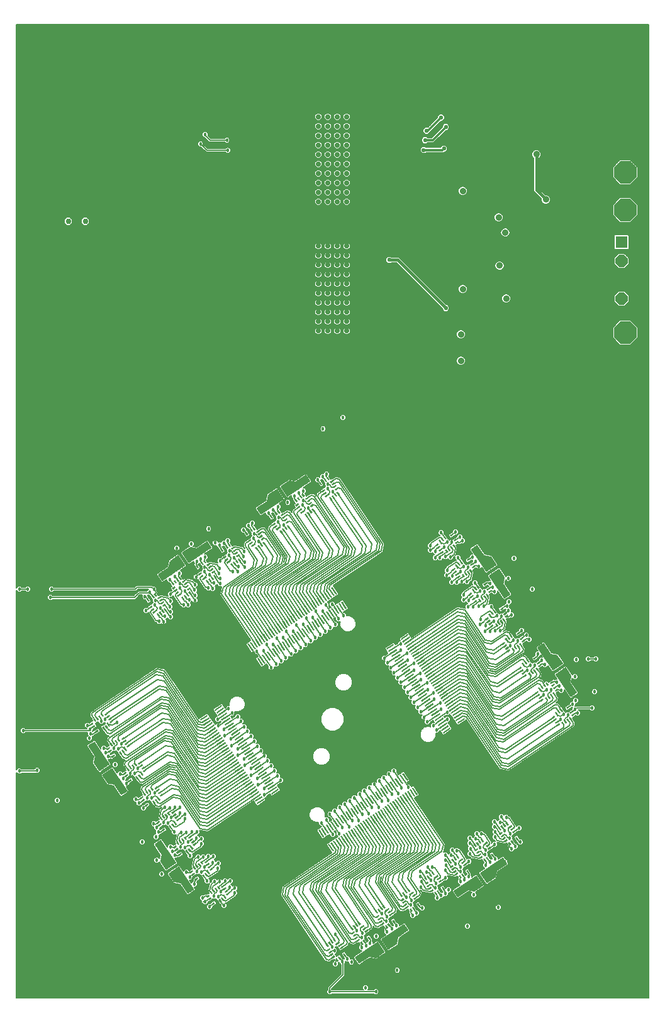
<source format=gbl>
G75*
%MOIN*%
%OFA0B0*%
%FSLAX25Y25*%
%IPPOS*%
%LPD*%
%AMOC8*
5,1,8,0,0,1.08239X$1,22.5*
%
%ADD10R,0.00787X0.04488*%
%ADD11R,0.01823X0.00886*%
%ADD12R,0.02610X0.00886*%
%ADD13OC8,0.02400*%
%ADD14R,0.02700X0.03000*%
%ADD15R,0.03500X0.04200*%
%ADD16OC8,0.06496*%
%ADD17R,0.06496X0.06496*%
%ADD18C,0.01600*%
%ADD19C,0.00500*%
%ADD20C,0.02953*%
%ADD21OC8,0.11811*%
%ADD22C,0.03543*%
%ADD23C,0.01800*%
%ADD24C,0.02300*%
%ADD25C,0.00700*%
%ADD26C,0.02400*%
%ADD27C,0.01000*%
%ADD28C,0.01200*%
D10*
G36*
X0114362Y0163238D02*
X0113922Y0163889D01*
X0117642Y0166398D01*
X0118082Y0165747D01*
X0114362Y0163238D01*
G37*
G36*
X0115242Y0161932D02*
X0114802Y0162583D01*
X0118522Y0165092D01*
X0118962Y0164441D01*
X0115242Y0161932D01*
G37*
G36*
X0116123Y0160627D02*
X0115683Y0161278D01*
X0119403Y0163787D01*
X0119843Y0163136D01*
X0116123Y0160627D01*
G37*
G36*
X0117004Y0159321D02*
X0116564Y0159972D01*
X0120284Y0162481D01*
X0120724Y0161830D01*
X0117004Y0159321D01*
G37*
G36*
X0117884Y0158016D02*
X0117444Y0158667D01*
X0121164Y0161176D01*
X0121604Y0160525D01*
X0117884Y0158016D01*
G37*
G36*
X0118765Y0156710D02*
X0118325Y0157361D01*
X0122045Y0159870D01*
X0122485Y0159219D01*
X0118765Y0156710D01*
G37*
G36*
X0119645Y0155405D02*
X0119205Y0156056D01*
X0122925Y0158565D01*
X0123365Y0157914D01*
X0119645Y0155405D01*
G37*
G36*
X0120526Y0154099D02*
X0120086Y0154750D01*
X0123806Y0157259D01*
X0124246Y0156608D01*
X0120526Y0154099D01*
G37*
G36*
X0121407Y0152793D02*
X0120967Y0153444D01*
X0124687Y0155953D01*
X0125127Y0155302D01*
X0121407Y0152793D01*
G37*
G36*
X0122287Y0151488D02*
X0121847Y0152139D01*
X0125567Y0154648D01*
X0126007Y0153997D01*
X0122287Y0151488D01*
G37*
G36*
X0123168Y0150182D02*
X0122728Y0150833D01*
X0126448Y0153342D01*
X0126888Y0152691D01*
X0123168Y0150182D01*
G37*
G36*
X0124048Y0148877D02*
X0123608Y0149528D01*
X0127328Y0152037D01*
X0127768Y0151386D01*
X0124048Y0148877D01*
G37*
G36*
X0124929Y0147571D02*
X0124489Y0148222D01*
X0128209Y0150731D01*
X0128649Y0150080D01*
X0124929Y0147571D01*
G37*
G36*
X0125810Y0146266D02*
X0125370Y0146917D01*
X0129090Y0149426D01*
X0129530Y0148775D01*
X0125810Y0146266D01*
G37*
G36*
X0126690Y0144960D02*
X0126250Y0145611D01*
X0129970Y0148120D01*
X0130410Y0147469D01*
X0126690Y0144960D01*
G37*
G36*
X0127571Y0143654D02*
X0127131Y0144305D01*
X0130851Y0146814D01*
X0131291Y0146163D01*
X0127571Y0143654D01*
G37*
G36*
X0128452Y0142349D02*
X0128012Y0143000D01*
X0131732Y0145509D01*
X0132172Y0144858D01*
X0128452Y0142349D01*
G37*
G36*
X0129332Y0141043D02*
X0128892Y0141694D01*
X0132612Y0144203D01*
X0133052Y0143552D01*
X0129332Y0141043D01*
G37*
G36*
X0130213Y0139738D02*
X0129773Y0140389D01*
X0133493Y0142898D01*
X0133933Y0142247D01*
X0130213Y0139738D01*
G37*
G36*
X0131093Y0138432D02*
X0130653Y0139083D01*
X0134373Y0141592D01*
X0134813Y0140941D01*
X0131093Y0138432D01*
G37*
G36*
X0131974Y0137127D02*
X0131534Y0137778D01*
X0135254Y0140287D01*
X0135694Y0139636D01*
X0131974Y0137127D01*
G37*
G36*
X0132855Y0135821D02*
X0132415Y0136472D01*
X0136135Y0138981D01*
X0136575Y0138330D01*
X0132855Y0135821D01*
G37*
G36*
X0133735Y0134515D02*
X0133295Y0135166D01*
X0137015Y0137675D01*
X0137455Y0137024D01*
X0133735Y0134515D01*
G37*
G36*
X0134616Y0133210D02*
X0134176Y0133861D01*
X0137896Y0136370D01*
X0138336Y0135719D01*
X0134616Y0133210D01*
G37*
G36*
X0135497Y0131904D02*
X0135057Y0132555D01*
X0138777Y0135064D01*
X0139217Y0134413D01*
X0135497Y0131904D01*
G37*
G36*
X0136377Y0130599D02*
X0135937Y0131250D01*
X0139657Y0133759D01*
X0140097Y0133108D01*
X0136377Y0130599D01*
G37*
G36*
X0137258Y0129293D02*
X0136818Y0129944D01*
X0140538Y0132453D01*
X0140978Y0131802D01*
X0137258Y0129293D01*
G37*
G36*
X0138138Y0127988D02*
X0137698Y0128639D01*
X0141418Y0131148D01*
X0141858Y0130497D01*
X0138138Y0127988D01*
G37*
G36*
X0139019Y0126682D02*
X0138579Y0127333D01*
X0142299Y0129842D01*
X0142739Y0129191D01*
X0139019Y0126682D01*
G37*
G36*
X0139900Y0125376D02*
X0139460Y0126027D01*
X0143180Y0128536D01*
X0143620Y0127885D01*
X0139900Y0125376D01*
G37*
G36*
X0140780Y0124071D02*
X0140340Y0124722D01*
X0144060Y0127231D01*
X0144500Y0126580D01*
X0140780Y0124071D01*
G37*
G36*
X0141661Y0122765D02*
X0141221Y0123416D01*
X0144941Y0125925D01*
X0145381Y0125274D01*
X0141661Y0122765D01*
G37*
G36*
X0142541Y0121460D02*
X0142101Y0122111D01*
X0145821Y0124620D01*
X0146261Y0123969D01*
X0142541Y0121460D01*
G37*
G36*
X0153459Y0129771D02*
X0153899Y0129120D01*
X0150179Y0126611D01*
X0149739Y0127262D01*
X0153459Y0129771D01*
G37*
G36*
X0152578Y0131077D02*
X0153018Y0130426D01*
X0149298Y0127917D01*
X0148858Y0128568D01*
X0152578Y0131077D01*
G37*
G36*
X0151698Y0132383D02*
X0152138Y0131732D01*
X0148418Y0129223D01*
X0147978Y0129874D01*
X0151698Y0132383D01*
G37*
G36*
X0150817Y0133688D02*
X0151257Y0133037D01*
X0147537Y0130528D01*
X0147097Y0131179D01*
X0150817Y0133688D01*
G37*
G36*
X0149937Y0134994D02*
X0150377Y0134343D01*
X0146657Y0131834D01*
X0146217Y0132485D01*
X0149937Y0134994D01*
G37*
G36*
X0149056Y0136299D02*
X0149496Y0135648D01*
X0145776Y0133139D01*
X0145336Y0133790D01*
X0149056Y0136299D01*
G37*
G36*
X0148175Y0137605D02*
X0148615Y0136954D01*
X0144895Y0134445D01*
X0144455Y0135096D01*
X0148175Y0137605D01*
G37*
G36*
X0147295Y0138910D02*
X0147735Y0138259D01*
X0144015Y0135750D01*
X0143575Y0136401D01*
X0147295Y0138910D01*
G37*
G36*
X0146414Y0140216D02*
X0146854Y0139565D01*
X0143134Y0137056D01*
X0142694Y0137707D01*
X0146414Y0140216D01*
G37*
G36*
X0145533Y0141522D02*
X0145973Y0140871D01*
X0142253Y0138362D01*
X0141813Y0139013D01*
X0145533Y0141522D01*
G37*
G36*
X0144653Y0142827D02*
X0145093Y0142176D01*
X0141373Y0139667D01*
X0140933Y0140318D01*
X0144653Y0142827D01*
G37*
G36*
X0143772Y0144133D02*
X0144212Y0143482D01*
X0140492Y0140973D01*
X0140052Y0141624D01*
X0143772Y0144133D01*
G37*
G36*
X0142892Y0145438D02*
X0143332Y0144787D01*
X0139612Y0142278D01*
X0139172Y0142929D01*
X0142892Y0145438D01*
G37*
G36*
X0142011Y0146744D02*
X0142451Y0146093D01*
X0138731Y0143584D01*
X0138291Y0144235D01*
X0142011Y0146744D01*
G37*
G36*
X0141130Y0148049D02*
X0141570Y0147398D01*
X0137850Y0144889D01*
X0137410Y0145540D01*
X0141130Y0148049D01*
G37*
G36*
X0140250Y0149355D02*
X0140690Y0148704D01*
X0136970Y0146195D01*
X0136530Y0146846D01*
X0140250Y0149355D01*
G37*
G36*
X0139369Y0150661D02*
X0139809Y0150010D01*
X0136089Y0147501D01*
X0135649Y0148152D01*
X0139369Y0150661D01*
G37*
G36*
X0138489Y0151966D02*
X0138929Y0151315D01*
X0135209Y0148806D01*
X0134769Y0149457D01*
X0138489Y0151966D01*
G37*
G36*
X0137608Y0153272D02*
X0138048Y0152621D01*
X0134328Y0150112D01*
X0133888Y0150763D01*
X0137608Y0153272D01*
G37*
G36*
X0136727Y0154577D02*
X0137167Y0153926D01*
X0133447Y0151417D01*
X0133007Y0152068D01*
X0136727Y0154577D01*
G37*
G36*
X0135847Y0155883D02*
X0136287Y0155232D01*
X0132567Y0152723D01*
X0132127Y0153374D01*
X0135847Y0155883D01*
G37*
G36*
X0134966Y0157188D02*
X0135406Y0156537D01*
X0131686Y0154028D01*
X0131246Y0154679D01*
X0134966Y0157188D01*
G37*
G36*
X0134085Y0158494D02*
X0134525Y0157843D01*
X0130805Y0155334D01*
X0130365Y0155985D01*
X0134085Y0158494D01*
G37*
G36*
X0133205Y0159800D02*
X0133645Y0159149D01*
X0129925Y0156640D01*
X0129485Y0157291D01*
X0133205Y0159800D01*
G37*
G36*
X0132324Y0161105D02*
X0132764Y0160454D01*
X0129044Y0157945D01*
X0128604Y0158596D01*
X0132324Y0161105D01*
G37*
G36*
X0131444Y0162411D02*
X0131884Y0161760D01*
X0128164Y0159251D01*
X0127724Y0159902D01*
X0131444Y0162411D01*
G37*
G36*
X0130563Y0163716D02*
X0131003Y0163065D01*
X0127283Y0160556D01*
X0126843Y0161207D01*
X0130563Y0163716D01*
G37*
G36*
X0129682Y0165022D02*
X0130122Y0164371D01*
X0126402Y0161862D01*
X0125962Y0162513D01*
X0129682Y0165022D01*
G37*
G36*
X0128802Y0166327D02*
X0129242Y0165676D01*
X0125522Y0163167D01*
X0125082Y0163818D01*
X0128802Y0166327D01*
G37*
G36*
X0127921Y0167633D02*
X0128361Y0166982D01*
X0124641Y0164473D01*
X0124201Y0165124D01*
X0127921Y0167633D01*
G37*
G36*
X0127040Y0168939D02*
X0127480Y0168288D01*
X0123760Y0165779D01*
X0123320Y0166430D01*
X0127040Y0168939D01*
G37*
G36*
X0126160Y0170244D02*
X0126600Y0169593D01*
X0122880Y0167084D01*
X0122440Y0167735D01*
X0126160Y0170244D01*
G37*
G36*
X0125279Y0171550D02*
X0125719Y0170899D01*
X0121999Y0168390D01*
X0121559Y0169041D01*
X0125279Y0171550D01*
G37*
G36*
X0124399Y0172855D02*
X0124839Y0172204D01*
X0121119Y0169695D01*
X0120679Y0170346D01*
X0124399Y0172855D01*
G37*
G36*
X0123518Y0174161D02*
X0123958Y0173510D01*
X0120238Y0171001D01*
X0119798Y0171652D01*
X0123518Y0174161D01*
G37*
G36*
X0112600Y0165849D02*
X0112160Y0166500D01*
X0115880Y0169009D01*
X0116320Y0168358D01*
X0112600Y0165849D01*
G37*
G36*
X0113481Y0164544D02*
X0113041Y0165195D01*
X0116761Y0167704D01*
X0117201Y0167053D01*
X0113481Y0164544D01*
G37*
G36*
X0137208Y0206415D02*
X0137859Y0206855D01*
X0140368Y0203135D01*
X0139717Y0202695D01*
X0137208Y0206415D01*
G37*
G36*
X0138513Y0207296D02*
X0139164Y0207736D01*
X0141673Y0204016D01*
X0141022Y0203576D01*
X0138513Y0207296D01*
G37*
G36*
X0139819Y0208176D02*
X0140470Y0208616D01*
X0142979Y0204896D01*
X0142328Y0204456D01*
X0139819Y0208176D01*
G37*
G36*
X0141125Y0209057D02*
X0141776Y0209497D01*
X0144285Y0205777D01*
X0143634Y0205337D01*
X0141125Y0209057D01*
G37*
G36*
X0142430Y0209938D02*
X0143081Y0210378D01*
X0145590Y0206658D01*
X0144939Y0206218D01*
X0142430Y0209938D01*
G37*
G36*
X0143736Y0210818D02*
X0144387Y0211258D01*
X0146896Y0207538D01*
X0146245Y0207098D01*
X0143736Y0210818D01*
G37*
G36*
X0145041Y0211699D02*
X0145692Y0212139D01*
X0148201Y0208419D01*
X0147550Y0207979D01*
X0145041Y0211699D01*
G37*
G36*
X0146347Y0212579D02*
X0146998Y0213019D01*
X0149507Y0209299D01*
X0148856Y0208859D01*
X0146347Y0212579D01*
G37*
G36*
X0147652Y0213460D02*
X0148303Y0213900D01*
X0150812Y0210180D01*
X0150161Y0209740D01*
X0147652Y0213460D01*
G37*
G36*
X0148958Y0214341D02*
X0149609Y0214781D01*
X0152118Y0211061D01*
X0151467Y0210621D01*
X0148958Y0214341D01*
G37*
G36*
X0150264Y0215221D02*
X0150915Y0215661D01*
X0153424Y0211941D01*
X0152773Y0211501D01*
X0150264Y0215221D01*
G37*
G36*
X0151569Y0216102D02*
X0152220Y0216542D01*
X0154729Y0212822D01*
X0154078Y0212382D01*
X0151569Y0216102D01*
G37*
G36*
X0152875Y0216983D02*
X0153526Y0217423D01*
X0156035Y0213703D01*
X0155384Y0213263D01*
X0152875Y0216983D01*
G37*
G36*
X0154180Y0217863D02*
X0154831Y0218303D01*
X0157340Y0214583D01*
X0156689Y0214143D01*
X0154180Y0217863D01*
G37*
G36*
X0155486Y0218744D02*
X0156137Y0219184D01*
X0158646Y0215464D01*
X0157995Y0215024D01*
X0155486Y0218744D01*
G37*
G36*
X0156791Y0219624D02*
X0157442Y0220064D01*
X0159951Y0216344D01*
X0159300Y0215904D01*
X0156791Y0219624D01*
G37*
G36*
X0158097Y0220505D02*
X0158748Y0220945D01*
X0161257Y0217225D01*
X0160606Y0216785D01*
X0158097Y0220505D01*
G37*
G36*
X0159403Y0221386D02*
X0160054Y0221826D01*
X0162563Y0218106D01*
X0161912Y0217666D01*
X0159403Y0221386D01*
G37*
G36*
X0160708Y0222266D02*
X0161359Y0222706D01*
X0163868Y0218986D01*
X0163217Y0218546D01*
X0160708Y0222266D01*
G37*
G36*
X0162014Y0223147D02*
X0162665Y0223587D01*
X0165174Y0219867D01*
X0164523Y0219427D01*
X0162014Y0223147D01*
G37*
G36*
X0163319Y0224028D02*
X0163970Y0224468D01*
X0166479Y0220748D01*
X0165828Y0220308D01*
X0163319Y0224028D01*
G37*
G36*
X0164625Y0224908D02*
X0165276Y0225348D01*
X0167785Y0221628D01*
X0167134Y0221188D01*
X0164625Y0224908D01*
G37*
G36*
X0165930Y0225789D02*
X0166581Y0226229D01*
X0169090Y0222509D01*
X0168439Y0222069D01*
X0165930Y0225789D01*
G37*
G36*
X0167236Y0226669D02*
X0167887Y0227109D01*
X0170396Y0223389D01*
X0169745Y0222949D01*
X0167236Y0226669D01*
G37*
G36*
X0168542Y0227550D02*
X0169193Y0227990D01*
X0171702Y0224270D01*
X0171051Y0223830D01*
X0168542Y0227550D01*
G37*
G36*
X0169847Y0228431D02*
X0170498Y0228871D01*
X0173007Y0225151D01*
X0172356Y0224711D01*
X0169847Y0228431D01*
G37*
G36*
X0171153Y0229311D02*
X0171804Y0229751D01*
X0174313Y0226031D01*
X0173662Y0225591D01*
X0171153Y0229311D01*
G37*
G36*
X0172458Y0230192D02*
X0173109Y0230632D01*
X0175618Y0226912D01*
X0174967Y0226472D01*
X0172458Y0230192D01*
G37*
G36*
X0173764Y0231072D02*
X0174415Y0231512D01*
X0176924Y0227792D01*
X0176273Y0227352D01*
X0173764Y0231072D01*
G37*
G36*
X0175069Y0231953D02*
X0175720Y0232393D01*
X0178229Y0228673D01*
X0177578Y0228233D01*
X0175069Y0231953D01*
G37*
G36*
X0176375Y0232834D02*
X0177026Y0233274D01*
X0179535Y0229554D01*
X0178884Y0229114D01*
X0176375Y0232834D01*
G37*
G36*
X0177681Y0233714D02*
X0178332Y0234154D01*
X0180841Y0230434D01*
X0180190Y0229994D01*
X0177681Y0233714D01*
G37*
G36*
X0178986Y0234595D02*
X0179637Y0235035D01*
X0182146Y0231315D01*
X0181495Y0230875D01*
X0178986Y0234595D01*
G37*
G36*
X0180292Y0235476D02*
X0180943Y0235916D01*
X0183452Y0232196D01*
X0182801Y0231756D01*
X0180292Y0235476D01*
G37*
G36*
X0181597Y0236356D02*
X0182248Y0236796D01*
X0184757Y0233076D01*
X0184106Y0232636D01*
X0181597Y0236356D01*
G37*
G36*
X0189909Y0225439D02*
X0189258Y0224999D01*
X0186749Y0228719D01*
X0187400Y0229159D01*
X0189909Y0225439D01*
G37*
G36*
X0188603Y0224558D02*
X0187952Y0224118D01*
X0185443Y0227838D01*
X0186094Y0228278D01*
X0188603Y0224558D01*
G37*
G36*
X0187298Y0223677D02*
X0186647Y0223237D01*
X0184138Y0226957D01*
X0184789Y0227397D01*
X0187298Y0223677D01*
G37*
G36*
X0185992Y0222797D02*
X0185341Y0222357D01*
X0182832Y0226077D01*
X0183483Y0226517D01*
X0185992Y0222797D01*
G37*
G36*
X0184687Y0221916D02*
X0184036Y0221476D01*
X0181527Y0225196D01*
X0182178Y0225636D01*
X0184687Y0221916D01*
G37*
G36*
X0183381Y0221036D02*
X0182730Y0220596D01*
X0180221Y0224316D01*
X0180872Y0224756D01*
X0183381Y0221036D01*
G37*
G36*
X0182075Y0220155D02*
X0181424Y0219715D01*
X0178915Y0223435D01*
X0179566Y0223875D01*
X0182075Y0220155D01*
G37*
G36*
X0180770Y0219274D02*
X0180119Y0218834D01*
X0177610Y0222554D01*
X0178261Y0222994D01*
X0180770Y0219274D01*
G37*
G36*
X0179464Y0218394D02*
X0178813Y0217954D01*
X0176304Y0221674D01*
X0176955Y0222114D01*
X0179464Y0218394D01*
G37*
G36*
X0178159Y0217513D02*
X0177508Y0217073D01*
X0174999Y0220793D01*
X0175650Y0221233D01*
X0178159Y0217513D01*
G37*
G36*
X0176853Y0216632D02*
X0176202Y0216192D01*
X0173693Y0219912D01*
X0174344Y0220352D01*
X0176853Y0216632D01*
G37*
G36*
X0175548Y0215752D02*
X0174897Y0215312D01*
X0172388Y0219032D01*
X0173039Y0219472D01*
X0175548Y0215752D01*
G37*
G36*
X0174242Y0214871D02*
X0173591Y0214431D01*
X0171082Y0218151D01*
X0171733Y0218591D01*
X0174242Y0214871D01*
G37*
G36*
X0172936Y0213991D02*
X0172285Y0213551D01*
X0169776Y0217271D01*
X0170427Y0217711D01*
X0172936Y0213991D01*
G37*
G36*
X0171631Y0213110D02*
X0170980Y0212670D01*
X0168471Y0216390D01*
X0169122Y0216830D01*
X0171631Y0213110D01*
G37*
G36*
X0170325Y0212229D02*
X0169674Y0211789D01*
X0167165Y0215509D01*
X0167816Y0215949D01*
X0170325Y0212229D01*
G37*
G36*
X0169020Y0211349D02*
X0168369Y0210909D01*
X0165860Y0214629D01*
X0166511Y0215069D01*
X0169020Y0211349D01*
G37*
G36*
X0167714Y0210468D02*
X0167063Y0210028D01*
X0164554Y0213748D01*
X0165205Y0214188D01*
X0167714Y0210468D01*
G37*
G36*
X0166409Y0209587D02*
X0165758Y0209147D01*
X0163249Y0212867D01*
X0163900Y0213307D01*
X0166409Y0209587D01*
G37*
G36*
X0165103Y0208707D02*
X0164452Y0208267D01*
X0161943Y0211987D01*
X0162594Y0212427D01*
X0165103Y0208707D01*
G37*
G36*
X0163797Y0207826D02*
X0163146Y0207386D01*
X0160637Y0211106D01*
X0161288Y0211546D01*
X0163797Y0207826D01*
G37*
G36*
X0162492Y0206946D02*
X0161841Y0206506D01*
X0159332Y0210226D01*
X0159983Y0210666D01*
X0162492Y0206946D01*
G37*
G36*
X0161186Y0206065D02*
X0160535Y0205625D01*
X0158026Y0209345D01*
X0158677Y0209785D01*
X0161186Y0206065D01*
G37*
G36*
X0159881Y0205184D02*
X0159230Y0204744D01*
X0156721Y0208464D01*
X0157372Y0208904D01*
X0159881Y0205184D01*
G37*
G36*
X0158575Y0204304D02*
X0157924Y0203864D01*
X0155415Y0207584D01*
X0156066Y0208024D01*
X0158575Y0204304D01*
G37*
G36*
X0157270Y0203423D02*
X0156619Y0202983D01*
X0154110Y0206703D01*
X0154761Y0207143D01*
X0157270Y0203423D01*
G37*
G36*
X0155964Y0202543D02*
X0155313Y0202103D01*
X0152804Y0205823D01*
X0153455Y0206263D01*
X0155964Y0202543D01*
G37*
G36*
X0154658Y0201662D02*
X0154007Y0201222D01*
X0151498Y0204942D01*
X0152149Y0205382D01*
X0154658Y0201662D01*
G37*
G36*
X0153353Y0200781D02*
X0152702Y0200341D01*
X0150193Y0204061D01*
X0150844Y0204501D01*
X0153353Y0200781D01*
G37*
G36*
X0152047Y0199901D02*
X0151396Y0199461D01*
X0148887Y0203181D01*
X0149538Y0203621D01*
X0152047Y0199901D01*
G37*
G36*
X0150742Y0199020D02*
X0150091Y0198580D01*
X0147582Y0202300D01*
X0148233Y0202740D01*
X0150742Y0199020D01*
G37*
G36*
X0149436Y0198139D02*
X0148785Y0197699D01*
X0146276Y0201419D01*
X0146927Y0201859D01*
X0149436Y0198139D01*
G37*
G36*
X0148131Y0197259D02*
X0147480Y0196819D01*
X0144971Y0200539D01*
X0145622Y0200979D01*
X0148131Y0197259D01*
G37*
G36*
X0146825Y0196378D02*
X0146174Y0195938D01*
X0143665Y0199658D01*
X0144316Y0200098D01*
X0146825Y0196378D01*
G37*
G36*
X0145519Y0195498D02*
X0144868Y0195058D01*
X0142359Y0198778D01*
X0143010Y0199218D01*
X0145519Y0195498D01*
G37*
G36*
X0194379Y0120979D02*
X0195030Y0121419D01*
X0197539Y0117699D01*
X0196888Y0117259D01*
X0194379Y0120979D01*
G37*
G36*
X0193074Y0120099D02*
X0193725Y0120539D01*
X0196234Y0116819D01*
X0195583Y0116379D01*
X0193074Y0120099D01*
G37*
G36*
X0191768Y0119218D02*
X0192419Y0119658D01*
X0194928Y0115938D01*
X0194277Y0115498D01*
X0191768Y0119218D01*
G37*
G36*
X0190463Y0118337D02*
X0191114Y0118777D01*
X0193623Y0115057D01*
X0192972Y0114617D01*
X0190463Y0118337D01*
G37*
G36*
X0189157Y0117457D02*
X0189808Y0117897D01*
X0192317Y0114177D01*
X0191666Y0113737D01*
X0189157Y0117457D01*
G37*
G36*
X0187852Y0116576D02*
X0188503Y0117016D01*
X0191012Y0113296D01*
X0190361Y0112856D01*
X0187852Y0116576D01*
G37*
G36*
X0186546Y0115696D02*
X0187197Y0116136D01*
X0189706Y0112416D01*
X0189055Y0111976D01*
X0186546Y0115696D01*
G37*
G36*
X0185240Y0114815D02*
X0185891Y0115255D01*
X0188400Y0111535D01*
X0187749Y0111095D01*
X0185240Y0114815D01*
G37*
G36*
X0183935Y0113934D02*
X0184586Y0114374D01*
X0187095Y0110654D01*
X0186444Y0110214D01*
X0183935Y0113934D01*
G37*
G36*
X0182629Y0113054D02*
X0183280Y0113494D01*
X0185789Y0109774D01*
X0185138Y0109334D01*
X0182629Y0113054D01*
G37*
G36*
X0181324Y0112173D02*
X0181975Y0112613D01*
X0184484Y0108893D01*
X0183833Y0108453D01*
X0181324Y0112173D01*
G37*
G36*
X0180018Y0111292D02*
X0180669Y0111732D01*
X0183178Y0108012D01*
X0182527Y0107572D01*
X0180018Y0111292D01*
G37*
G36*
X0178713Y0110412D02*
X0179364Y0110852D01*
X0181873Y0107132D01*
X0181222Y0106692D01*
X0178713Y0110412D01*
G37*
G36*
X0177407Y0109531D02*
X0178058Y0109971D01*
X0180567Y0106251D01*
X0179916Y0105811D01*
X0177407Y0109531D01*
G37*
G36*
X0176101Y0108651D02*
X0176752Y0109091D01*
X0179261Y0105371D01*
X0178610Y0104931D01*
X0176101Y0108651D01*
G37*
G36*
X0174796Y0107770D02*
X0175447Y0108210D01*
X0177956Y0104490D01*
X0177305Y0104050D01*
X0174796Y0107770D01*
G37*
G36*
X0183107Y0096852D02*
X0182456Y0096412D01*
X0179947Y0100132D01*
X0180598Y0100572D01*
X0183107Y0096852D01*
G37*
G36*
X0184413Y0097733D02*
X0183762Y0097293D01*
X0181253Y0101013D01*
X0181904Y0101453D01*
X0184413Y0097733D01*
G37*
G36*
X0185719Y0098614D02*
X0185068Y0098174D01*
X0182559Y0101894D01*
X0183210Y0102334D01*
X0185719Y0098614D01*
G37*
G36*
X0187024Y0099494D02*
X0186373Y0099054D01*
X0183864Y0102774D01*
X0184515Y0103214D01*
X0187024Y0099494D01*
G37*
G36*
X0188330Y0100375D02*
X0187679Y0099935D01*
X0185170Y0103655D01*
X0185821Y0104095D01*
X0188330Y0100375D01*
G37*
G36*
X0189635Y0101255D02*
X0188984Y0100815D01*
X0186475Y0104535D01*
X0187126Y0104975D01*
X0189635Y0101255D01*
G37*
G36*
X0190941Y0102136D02*
X0190290Y0101696D01*
X0187781Y0105416D01*
X0188432Y0105856D01*
X0190941Y0102136D01*
G37*
G36*
X0192246Y0103017D02*
X0191595Y0102577D01*
X0189086Y0106297D01*
X0189737Y0106737D01*
X0192246Y0103017D01*
G37*
G36*
X0193552Y0103897D02*
X0192901Y0103457D01*
X0190392Y0107177D01*
X0191043Y0107617D01*
X0193552Y0103897D01*
G37*
G36*
X0194858Y0104778D02*
X0194207Y0104338D01*
X0191698Y0108058D01*
X0192349Y0108498D01*
X0194858Y0104778D01*
G37*
G36*
X0196163Y0105659D02*
X0195512Y0105219D01*
X0193003Y0108939D01*
X0193654Y0109379D01*
X0196163Y0105659D01*
G37*
G36*
X0197469Y0106539D02*
X0196818Y0106099D01*
X0194309Y0109819D01*
X0194960Y0110259D01*
X0197469Y0106539D01*
G37*
G36*
X0198774Y0107420D02*
X0198123Y0106980D01*
X0195614Y0110700D01*
X0196265Y0111140D01*
X0198774Y0107420D01*
G37*
G36*
X0200080Y0108300D02*
X0199429Y0107860D01*
X0196920Y0111580D01*
X0197571Y0112020D01*
X0200080Y0108300D01*
G37*
G36*
X0201385Y0109181D02*
X0200734Y0108741D01*
X0198225Y0112461D01*
X0198876Y0112901D01*
X0201385Y0109181D01*
G37*
G36*
X0202691Y0110062D02*
X0202040Y0109622D01*
X0199531Y0113342D01*
X0200182Y0113782D01*
X0202691Y0110062D01*
G37*
G36*
X0203997Y0110942D02*
X0203346Y0110502D01*
X0200837Y0114222D01*
X0201488Y0114662D01*
X0203997Y0110942D01*
G37*
G36*
X0205302Y0111823D02*
X0204651Y0111383D01*
X0202142Y0115103D01*
X0202793Y0115543D01*
X0205302Y0111823D01*
G37*
G36*
X0206608Y0112704D02*
X0205957Y0112264D01*
X0203448Y0115984D01*
X0204099Y0116424D01*
X0206608Y0112704D01*
G37*
G36*
X0207913Y0113584D02*
X0207262Y0113144D01*
X0204753Y0116864D01*
X0205404Y0117304D01*
X0207913Y0113584D01*
G37*
G36*
X0209219Y0114465D02*
X0208568Y0114025D01*
X0206059Y0117745D01*
X0206710Y0118185D01*
X0209219Y0114465D01*
G37*
G36*
X0210524Y0115345D02*
X0209873Y0114905D01*
X0207364Y0118625D01*
X0208015Y0119065D01*
X0210524Y0115345D01*
G37*
G36*
X0211830Y0116226D02*
X0211179Y0115786D01*
X0208670Y0119506D01*
X0209321Y0119946D01*
X0211830Y0116226D01*
G37*
G36*
X0213136Y0117107D02*
X0212485Y0116667D01*
X0209976Y0120387D01*
X0210627Y0120827D01*
X0213136Y0117107D01*
G37*
G36*
X0214441Y0117987D02*
X0213790Y0117547D01*
X0211281Y0121267D01*
X0211932Y0121707D01*
X0214441Y0117987D01*
G37*
G36*
X0215747Y0118868D02*
X0215096Y0118428D01*
X0212587Y0122148D01*
X0213238Y0122588D01*
X0215747Y0118868D01*
G37*
G36*
X0217052Y0119748D02*
X0216401Y0119308D01*
X0213892Y0123028D01*
X0214543Y0123468D01*
X0217052Y0119748D01*
G37*
G36*
X0218358Y0120629D02*
X0217707Y0120189D01*
X0215198Y0123909D01*
X0215849Y0124349D01*
X0218358Y0120629D01*
G37*
G36*
X0219663Y0121510D02*
X0219012Y0121070D01*
X0216503Y0124790D01*
X0217154Y0125230D01*
X0219663Y0121510D01*
G37*
G36*
X0220969Y0122390D02*
X0220318Y0121950D01*
X0217809Y0125670D01*
X0218460Y0126110D01*
X0220969Y0122390D01*
G37*
G36*
X0222275Y0123271D02*
X0221624Y0122831D01*
X0219115Y0126551D01*
X0219766Y0126991D01*
X0222275Y0123271D01*
G37*
G36*
X0223580Y0124152D02*
X0222929Y0123712D01*
X0220420Y0127432D01*
X0221071Y0127872D01*
X0223580Y0124152D01*
G37*
G36*
X0224886Y0125032D02*
X0224235Y0124592D01*
X0221726Y0128312D01*
X0222377Y0128752D01*
X0224886Y0125032D01*
G37*
G36*
X0226191Y0125913D02*
X0225540Y0125473D01*
X0223031Y0129193D01*
X0223682Y0129633D01*
X0226191Y0125913D01*
G37*
G36*
X0227497Y0126793D02*
X0226846Y0126353D01*
X0224337Y0130073D01*
X0224988Y0130513D01*
X0227497Y0126793D01*
G37*
G36*
X0219185Y0137711D02*
X0219836Y0138151D01*
X0222345Y0134431D01*
X0221694Y0133991D01*
X0219185Y0137711D01*
G37*
G36*
X0217880Y0136830D02*
X0218531Y0137270D01*
X0221040Y0133550D01*
X0220389Y0133110D01*
X0217880Y0136830D01*
G37*
G36*
X0216574Y0135950D02*
X0217225Y0136390D01*
X0219734Y0132670D01*
X0219083Y0132230D01*
X0216574Y0135950D01*
G37*
G36*
X0215269Y0135069D02*
X0215920Y0135509D01*
X0218429Y0131789D01*
X0217778Y0131349D01*
X0215269Y0135069D01*
G37*
G36*
X0213963Y0134189D02*
X0214614Y0134629D01*
X0217123Y0130909D01*
X0216472Y0130469D01*
X0213963Y0134189D01*
G37*
G36*
X0212657Y0133308D02*
X0213308Y0133748D01*
X0215817Y0130028D01*
X0215166Y0129588D01*
X0212657Y0133308D01*
G37*
G36*
X0211352Y0132427D02*
X0212003Y0132867D01*
X0214512Y0129147D01*
X0213861Y0128707D01*
X0211352Y0132427D01*
G37*
G36*
X0210046Y0131547D02*
X0210697Y0131987D01*
X0213206Y0128267D01*
X0212555Y0127827D01*
X0210046Y0131547D01*
G37*
G36*
X0208741Y0130666D02*
X0209392Y0131106D01*
X0211901Y0127386D01*
X0211250Y0126946D01*
X0208741Y0130666D01*
G37*
G36*
X0207435Y0129785D02*
X0208086Y0130225D01*
X0210595Y0126505D01*
X0209944Y0126065D01*
X0207435Y0129785D01*
G37*
G36*
X0206130Y0128905D02*
X0206781Y0129345D01*
X0209290Y0125625D01*
X0208639Y0125185D01*
X0206130Y0128905D01*
G37*
G36*
X0204824Y0128024D02*
X0205475Y0128464D01*
X0207984Y0124744D01*
X0207333Y0124304D01*
X0204824Y0128024D01*
G37*
G36*
X0203518Y0127144D02*
X0204169Y0127584D01*
X0206678Y0123864D01*
X0206027Y0123424D01*
X0203518Y0127144D01*
G37*
G36*
X0202213Y0126263D02*
X0202864Y0126703D01*
X0205373Y0122983D01*
X0204722Y0122543D01*
X0202213Y0126263D01*
G37*
G36*
X0200907Y0125382D02*
X0201558Y0125822D01*
X0204067Y0122102D01*
X0203416Y0121662D01*
X0200907Y0125382D01*
G37*
G36*
X0199602Y0124502D02*
X0200253Y0124942D01*
X0202762Y0121222D01*
X0202111Y0120782D01*
X0199602Y0124502D01*
G37*
G36*
X0198296Y0123621D02*
X0198947Y0124061D01*
X0201456Y0120341D01*
X0200805Y0119901D01*
X0198296Y0123621D01*
G37*
G36*
X0196991Y0122740D02*
X0197642Y0123180D01*
X0200151Y0119460D01*
X0199500Y0119020D01*
X0196991Y0122740D01*
G37*
G36*
X0195685Y0121860D02*
X0196336Y0122300D01*
X0198845Y0118580D01*
X0198194Y0118140D01*
X0195685Y0121860D01*
G37*
G36*
X0231500Y0173409D02*
X0231060Y0174060D01*
X0234780Y0176569D01*
X0235220Y0175918D01*
X0231500Y0173409D01*
G37*
G36*
X0232380Y0172103D02*
X0231940Y0172754D01*
X0235660Y0175263D01*
X0236100Y0174612D01*
X0232380Y0172103D01*
G37*
G36*
X0233261Y0170798D02*
X0232821Y0171449D01*
X0236541Y0173958D01*
X0236981Y0173307D01*
X0233261Y0170798D01*
G37*
G36*
X0234142Y0169492D02*
X0233702Y0170143D01*
X0237422Y0172652D01*
X0237862Y0172001D01*
X0234142Y0169492D01*
G37*
G36*
X0235022Y0168187D02*
X0234582Y0168838D01*
X0238302Y0171347D01*
X0238742Y0170696D01*
X0235022Y0168187D01*
G37*
G36*
X0235903Y0166881D02*
X0235463Y0167532D01*
X0239183Y0170041D01*
X0239623Y0169390D01*
X0235903Y0166881D01*
G37*
G36*
X0236784Y0165576D02*
X0236344Y0166227D01*
X0240064Y0168736D01*
X0240504Y0168085D01*
X0236784Y0165576D01*
G37*
G36*
X0237664Y0164270D02*
X0237224Y0164921D01*
X0240944Y0167430D01*
X0241384Y0166779D01*
X0237664Y0164270D01*
G37*
G36*
X0238545Y0162964D02*
X0238105Y0163615D01*
X0241825Y0166124D01*
X0242265Y0165473D01*
X0238545Y0162964D01*
G37*
G36*
X0239425Y0161659D02*
X0238985Y0162310D01*
X0242705Y0164819D01*
X0243145Y0164168D01*
X0239425Y0161659D01*
G37*
G36*
X0240306Y0160353D02*
X0239866Y0161004D01*
X0243586Y0163513D01*
X0244026Y0162862D01*
X0240306Y0160353D01*
G37*
G36*
X0241187Y0159048D02*
X0240747Y0159699D01*
X0244467Y0162208D01*
X0244907Y0161557D01*
X0241187Y0159048D01*
G37*
G36*
X0252104Y0167359D02*
X0252544Y0166708D01*
X0248824Y0164199D01*
X0248384Y0164850D01*
X0252104Y0167359D01*
G37*
G36*
X0251224Y0168665D02*
X0251664Y0168014D01*
X0247944Y0165505D01*
X0247504Y0166156D01*
X0251224Y0168665D01*
G37*
G36*
X0250343Y0169971D02*
X0250783Y0169320D01*
X0247063Y0166811D01*
X0246623Y0167462D01*
X0250343Y0169971D01*
G37*
G36*
X0249462Y0171276D02*
X0249902Y0170625D01*
X0246182Y0168116D01*
X0245742Y0168767D01*
X0249462Y0171276D01*
G37*
G36*
X0248582Y0172582D02*
X0249022Y0171931D01*
X0245302Y0169422D01*
X0244862Y0170073D01*
X0248582Y0172582D01*
G37*
G36*
X0247701Y0173887D02*
X0248141Y0173236D01*
X0244421Y0170727D01*
X0243981Y0171378D01*
X0247701Y0173887D01*
G37*
G36*
X0246821Y0175193D02*
X0247261Y0174542D01*
X0243541Y0172033D01*
X0243101Y0172684D01*
X0246821Y0175193D01*
G37*
G36*
X0245940Y0176498D02*
X0246380Y0175847D01*
X0242660Y0173338D01*
X0242220Y0173989D01*
X0245940Y0176498D01*
G37*
G36*
X0245059Y0177804D02*
X0245499Y0177153D01*
X0241779Y0174644D01*
X0241339Y0175295D01*
X0245059Y0177804D01*
G37*
G36*
X0244179Y0179110D02*
X0244619Y0178459D01*
X0240899Y0175950D01*
X0240459Y0176601D01*
X0244179Y0179110D01*
G37*
G36*
X0243298Y0180415D02*
X0243738Y0179764D01*
X0240018Y0177255D01*
X0239578Y0177906D01*
X0243298Y0180415D01*
G37*
G36*
X0242417Y0181721D02*
X0242857Y0181070D01*
X0239137Y0178561D01*
X0238697Y0179212D01*
X0242417Y0181721D01*
G37*
G36*
X0241537Y0183026D02*
X0241977Y0182375D01*
X0238257Y0179866D01*
X0237817Y0180517D01*
X0241537Y0183026D01*
G37*
G36*
X0240656Y0184332D02*
X0241096Y0183681D01*
X0237376Y0181172D01*
X0236936Y0181823D01*
X0240656Y0184332D01*
G37*
G36*
X0239776Y0185637D02*
X0240216Y0184986D01*
X0236496Y0182477D01*
X0236056Y0183128D01*
X0239776Y0185637D01*
G37*
G36*
X0238895Y0186943D02*
X0239335Y0186292D01*
X0235615Y0183783D01*
X0235175Y0184434D01*
X0238895Y0186943D01*
G37*
G36*
X0238014Y0188249D02*
X0238454Y0187598D01*
X0234734Y0185089D01*
X0234294Y0185740D01*
X0238014Y0188249D01*
G37*
G36*
X0237134Y0189554D02*
X0237574Y0188903D01*
X0233854Y0186394D01*
X0233414Y0187045D01*
X0237134Y0189554D01*
G37*
G36*
X0236253Y0190860D02*
X0236693Y0190209D01*
X0232973Y0187700D01*
X0232533Y0188351D01*
X0236253Y0190860D01*
G37*
G36*
X0235372Y0192165D02*
X0235812Y0191514D01*
X0232092Y0189005D01*
X0231652Y0189656D01*
X0235372Y0192165D01*
G37*
G36*
X0234492Y0193471D02*
X0234932Y0192820D01*
X0231212Y0190311D01*
X0230772Y0190962D01*
X0234492Y0193471D01*
G37*
G36*
X0233611Y0194776D02*
X0234051Y0194125D01*
X0230331Y0191616D01*
X0229891Y0192267D01*
X0233611Y0194776D01*
G37*
G36*
X0232731Y0196082D02*
X0233171Y0195431D01*
X0229451Y0192922D01*
X0229011Y0193573D01*
X0232731Y0196082D01*
G37*
G36*
X0231850Y0197388D02*
X0232290Y0196737D01*
X0228570Y0194228D01*
X0228130Y0194879D01*
X0231850Y0197388D01*
G37*
G36*
X0230969Y0198693D02*
X0231409Y0198042D01*
X0227689Y0195533D01*
X0227249Y0196184D01*
X0230969Y0198693D01*
G37*
G36*
X0230089Y0199999D02*
X0230529Y0199348D01*
X0226809Y0196839D01*
X0226369Y0197490D01*
X0230089Y0199999D01*
G37*
G36*
X0229208Y0201304D02*
X0229648Y0200653D01*
X0225928Y0198144D01*
X0225488Y0198795D01*
X0229208Y0201304D01*
G37*
G36*
X0228328Y0202610D02*
X0228768Y0201959D01*
X0225048Y0199450D01*
X0224608Y0200101D01*
X0228328Y0202610D01*
G37*
G36*
X0227447Y0203915D02*
X0227887Y0203264D01*
X0224167Y0200755D01*
X0223727Y0201406D01*
X0227447Y0203915D01*
G37*
G36*
X0226566Y0205221D02*
X0227006Y0204570D01*
X0223286Y0202061D01*
X0222846Y0202712D01*
X0226566Y0205221D01*
G37*
G36*
X0225686Y0206527D02*
X0226126Y0205876D01*
X0222406Y0203367D01*
X0221966Y0204018D01*
X0225686Y0206527D01*
G37*
G36*
X0224805Y0207832D02*
X0225245Y0207181D01*
X0221525Y0204672D01*
X0221085Y0205323D01*
X0224805Y0207832D01*
G37*
G36*
X0223924Y0209138D02*
X0224364Y0208487D01*
X0220644Y0205978D01*
X0220204Y0206629D01*
X0223924Y0209138D01*
G37*
G36*
X0223044Y0210443D02*
X0223484Y0209792D01*
X0219764Y0207283D01*
X0219324Y0207934D01*
X0223044Y0210443D01*
G37*
G36*
X0222163Y0211749D02*
X0222603Y0211098D01*
X0218883Y0208589D01*
X0218443Y0209240D01*
X0222163Y0211749D01*
G37*
G36*
X0211246Y0203437D02*
X0210806Y0204088D01*
X0214526Y0206597D01*
X0214966Y0205946D01*
X0211246Y0203437D01*
G37*
G36*
X0212126Y0202132D02*
X0211686Y0202783D01*
X0215406Y0205292D01*
X0215846Y0204641D01*
X0212126Y0202132D01*
G37*
G36*
X0213007Y0200826D02*
X0212567Y0201477D01*
X0216287Y0203986D01*
X0216727Y0203335D01*
X0213007Y0200826D01*
G37*
G36*
X0213887Y0199520D02*
X0213447Y0200171D01*
X0217167Y0202680D01*
X0217607Y0202029D01*
X0213887Y0199520D01*
G37*
G36*
X0214768Y0198215D02*
X0214328Y0198866D01*
X0218048Y0201375D01*
X0218488Y0200724D01*
X0214768Y0198215D01*
G37*
G36*
X0215649Y0196909D02*
X0215209Y0197560D01*
X0218929Y0200069D01*
X0219369Y0199418D01*
X0215649Y0196909D01*
G37*
G36*
X0216529Y0195604D02*
X0216089Y0196255D01*
X0219809Y0198764D01*
X0220249Y0198113D01*
X0216529Y0195604D01*
G37*
G36*
X0217410Y0194298D02*
X0216970Y0194949D01*
X0220690Y0197458D01*
X0221130Y0196807D01*
X0217410Y0194298D01*
G37*
G36*
X0218291Y0192993D02*
X0217851Y0193644D01*
X0221571Y0196153D01*
X0222011Y0195502D01*
X0218291Y0192993D01*
G37*
G36*
X0219171Y0191687D02*
X0218731Y0192338D01*
X0222451Y0194847D01*
X0222891Y0194196D01*
X0219171Y0191687D01*
G37*
G36*
X0220052Y0190381D02*
X0219612Y0191032D01*
X0223332Y0193541D01*
X0223772Y0192890D01*
X0220052Y0190381D01*
G37*
G36*
X0220932Y0189076D02*
X0220492Y0189727D01*
X0224212Y0192236D01*
X0224652Y0191585D01*
X0220932Y0189076D01*
G37*
G36*
X0221813Y0187770D02*
X0221373Y0188421D01*
X0225093Y0190930D01*
X0225533Y0190279D01*
X0221813Y0187770D01*
G37*
G36*
X0222694Y0186465D02*
X0222254Y0187116D01*
X0225974Y0189625D01*
X0226414Y0188974D01*
X0222694Y0186465D01*
G37*
G36*
X0223574Y0185159D02*
X0223134Y0185810D01*
X0226854Y0188319D01*
X0227294Y0187668D01*
X0223574Y0185159D01*
G37*
G36*
X0224455Y0183854D02*
X0224015Y0184505D01*
X0227735Y0187014D01*
X0228175Y0186363D01*
X0224455Y0183854D01*
G37*
G36*
X0225336Y0182548D02*
X0224896Y0183199D01*
X0228616Y0185708D01*
X0229056Y0185057D01*
X0225336Y0182548D01*
G37*
G36*
X0226216Y0181242D02*
X0225776Y0181893D01*
X0229496Y0184402D01*
X0229936Y0183751D01*
X0226216Y0181242D01*
G37*
G36*
X0227097Y0179937D02*
X0226657Y0180588D01*
X0230377Y0183097D01*
X0230817Y0182446D01*
X0227097Y0179937D01*
G37*
G36*
X0227977Y0178631D02*
X0227537Y0179282D01*
X0231257Y0181791D01*
X0231697Y0181140D01*
X0227977Y0178631D01*
G37*
G36*
X0228858Y0177326D02*
X0228418Y0177977D01*
X0232138Y0180486D01*
X0232578Y0179835D01*
X0228858Y0177326D01*
G37*
G36*
X0229739Y0176020D02*
X0229299Y0176671D01*
X0233019Y0179180D01*
X0233459Y0178529D01*
X0229739Y0176020D01*
G37*
G36*
X0230619Y0174715D02*
X0230179Y0175366D01*
X0233899Y0177875D01*
X0234339Y0177224D01*
X0230619Y0174715D01*
G37*
D11*
G36*
X0264937Y0217144D02*
X0266446Y0218162D01*
X0266941Y0217428D01*
X0265432Y0216410D01*
X0264937Y0217144D01*
G37*
G36*
X0264057Y0218449D02*
X0265566Y0219467D01*
X0266061Y0218733D01*
X0264552Y0217715D01*
X0264057Y0218449D01*
G37*
G36*
X0263176Y0219755D02*
X0264685Y0220773D01*
X0265180Y0220039D01*
X0263671Y0219021D01*
X0263176Y0219755D01*
G37*
G36*
X0267144Y0221749D02*
X0266126Y0223258D01*
X0266860Y0223753D01*
X0267878Y0222244D01*
X0267144Y0221749D01*
G37*
G36*
X0268449Y0222630D02*
X0267431Y0224139D01*
X0268165Y0224634D01*
X0269183Y0223125D01*
X0268449Y0222630D01*
G37*
G36*
X0269755Y0223511D02*
X0268737Y0225020D01*
X0269471Y0225515D01*
X0270489Y0224006D01*
X0269755Y0223511D01*
G37*
G36*
X0273014Y0225323D02*
X0271505Y0224305D01*
X0271010Y0225039D01*
X0272519Y0226057D01*
X0273014Y0225323D01*
G37*
G36*
X0273894Y0224017D02*
X0272385Y0222999D01*
X0271890Y0223733D01*
X0273399Y0224751D01*
X0273894Y0224017D01*
G37*
G36*
X0274775Y0222712D02*
X0273266Y0221694D01*
X0272771Y0222428D01*
X0274280Y0223446D01*
X0274775Y0222712D01*
G37*
G36*
X0275655Y0221406D02*
X0274146Y0220388D01*
X0273651Y0221122D01*
X0275160Y0222140D01*
X0275655Y0221406D01*
G37*
G36*
X0272993Y0220292D02*
X0274011Y0218783D01*
X0273277Y0218288D01*
X0272259Y0219797D01*
X0272993Y0220292D01*
G37*
G36*
X0271688Y0219412D02*
X0272706Y0217903D01*
X0271972Y0217408D01*
X0270954Y0218917D01*
X0271688Y0219412D01*
G37*
G36*
X0270382Y0218531D02*
X0271400Y0217022D01*
X0270666Y0216527D01*
X0269648Y0218036D01*
X0270382Y0218531D01*
G37*
G36*
X0269077Y0217650D02*
X0270095Y0216141D01*
X0269361Y0215646D01*
X0268343Y0217155D01*
X0269077Y0217650D01*
G37*
G36*
X0265818Y0215838D02*
X0267327Y0216856D01*
X0267822Y0216122D01*
X0266313Y0215104D01*
X0265818Y0215838D01*
G37*
G36*
X0271982Y0206699D02*
X0273491Y0207717D01*
X0273986Y0206983D01*
X0272477Y0205965D01*
X0271982Y0206699D01*
G37*
G36*
X0272863Y0205394D02*
X0274372Y0206412D01*
X0274867Y0205678D01*
X0273358Y0204660D01*
X0272863Y0205394D01*
G37*
G36*
X0273744Y0204088D02*
X0275253Y0205106D01*
X0275748Y0204372D01*
X0274239Y0203354D01*
X0273744Y0204088D01*
G37*
G36*
X0274624Y0202783D02*
X0276133Y0203801D01*
X0276628Y0203067D01*
X0275119Y0202049D01*
X0274624Y0202783D01*
G37*
G36*
X0277883Y0204595D02*
X0278901Y0203086D01*
X0278167Y0202591D01*
X0277149Y0204100D01*
X0277883Y0204595D01*
G37*
G36*
X0279188Y0205475D02*
X0280206Y0203966D01*
X0279472Y0203471D01*
X0278454Y0204980D01*
X0279188Y0205475D01*
G37*
G36*
X0280494Y0206356D02*
X0281512Y0204847D01*
X0280778Y0204352D01*
X0279760Y0205861D01*
X0280494Y0206356D01*
G37*
G36*
X0281800Y0207237D02*
X0282818Y0205728D01*
X0282084Y0205233D01*
X0281066Y0206742D01*
X0281800Y0207237D01*
G37*
G36*
X0284462Y0208350D02*
X0282953Y0207332D01*
X0282458Y0208066D01*
X0283967Y0209084D01*
X0284462Y0208350D01*
G37*
G36*
X0283581Y0209656D02*
X0282072Y0208638D01*
X0281577Y0209372D01*
X0283086Y0210390D01*
X0283581Y0209656D01*
G37*
G36*
X0282700Y0210961D02*
X0281191Y0209943D01*
X0280696Y0210677D01*
X0282205Y0211695D01*
X0282700Y0210961D01*
G37*
G36*
X0281820Y0212267D02*
X0280311Y0211249D01*
X0279816Y0211983D01*
X0281325Y0213001D01*
X0281820Y0212267D01*
G37*
G36*
X0278561Y0210455D02*
X0277543Y0211964D01*
X0278277Y0212459D01*
X0279295Y0210950D01*
X0278561Y0210455D01*
G37*
G36*
X0277256Y0209574D02*
X0276238Y0211083D01*
X0276972Y0211578D01*
X0277990Y0210069D01*
X0277256Y0209574D01*
G37*
G36*
X0275950Y0208694D02*
X0274932Y0210203D01*
X0275666Y0210698D01*
X0276684Y0209189D01*
X0275950Y0208694D01*
G37*
G36*
X0284756Y0195638D02*
X0283738Y0197147D01*
X0284472Y0197642D01*
X0285490Y0196133D01*
X0284756Y0195638D01*
G37*
G36*
X0286062Y0196519D02*
X0285044Y0198028D01*
X0285778Y0198523D01*
X0286796Y0197014D01*
X0286062Y0196519D01*
G37*
G36*
X0287367Y0197399D02*
X0286349Y0198908D01*
X0287083Y0199403D01*
X0288101Y0197894D01*
X0287367Y0197399D01*
G37*
G36*
X0290626Y0199211D02*
X0289117Y0198193D01*
X0288622Y0198927D01*
X0290131Y0199945D01*
X0290626Y0199211D01*
G37*
G36*
X0291507Y0197906D02*
X0289998Y0196888D01*
X0289503Y0197622D01*
X0291012Y0198640D01*
X0291507Y0197906D01*
G37*
G36*
X0292387Y0196600D02*
X0290878Y0195582D01*
X0290383Y0196316D01*
X0291892Y0197334D01*
X0292387Y0196600D01*
G37*
G36*
X0293268Y0195295D02*
X0291759Y0194277D01*
X0291264Y0195011D01*
X0292773Y0196029D01*
X0293268Y0195295D01*
G37*
G36*
X0290606Y0194181D02*
X0291624Y0192672D01*
X0290890Y0192177D01*
X0289872Y0193686D01*
X0290606Y0194181D01*
G37*
G36*
X0289300Y0193300D02*
X0290318Y0191791D01*
X0289584Y0191296D01*
X0288566Y0192805D01*
X0289300Y0193300D01*
G37*
G36*
X0287995Y0192420D02*
X0289013Y0190911D01*
X0288279Y0190416D01*
X0287261Y0191925D01*
X0287995Y0192420D01*
G37*
G36*
X0286689Y0191539D02*
X0287707Y0190030D01*
X0286973Y0189535D01*
X0285955Y0191044D01*
X0286689Y0191539D01*
G37*
G36*
X0283430Y0189727D02*
X0284939Y0190745D01*
X0285434Y0190011D01*
X0283925Y0188993D01*
X0283430Y0189727D01*
G37*
G36*
X0282550Y0191032D02*
X0284059Y0192050D01*
X0284554Y0191316D01*
X0283045Y0190298D01*
X0282550Y0191032D01*
G37*
G36*
X0281669Y0192338D02*
X0283178Y0193356D01*
X0283673Y0192622D01*
X0282164Y0191604D01*
X0281669Y0192338D01*
G37*
G36*
X0280789Y0193644D02*
X0282298Y0194662D01*
X0282793Y0193928D01*
X0281284Y0192910D01*
X0280789Y0193644D01*
G37*
G36*
X0289595Y0180588D02*
X0291104Y0181606D01*
X0291599Y0180872D01*
X0290090Y0179854D01*
X0289595Y0180588D01*
G37*
G36*
X0290475Y0179282D02*
X0291984Y0180300D01*
X0292479Y0179566D01*
X0290970Y0178548D01*
X0290475Y0179282D01*
G37*
G36*
X0291356Y0177977D02*
X0292865Y0178995D01*
X0293360Y0178261D01*
X0291851Y0177243D01*
X0291356Y0177977D01*
G37*
G36*
X0292237Y0176671D02*
X0293746Y0177689D01*
X0294241Y0176955D01*
X0292732Y0175937D01*
X0292237Y0176671D01*
G37*
G36*
X0295495Y0178483D02*
X0296513Y0176974D01*
X0295779Y0176479D01*
X0294761Y0177988D01*
X0295495Y0178483D01*
G37*
G36*
X0296801Y0179364D02*
X0297819Y0177855D01*
X0297085Y0177360D01*
X0296067Y0178869D01*
X0296801Y0179364D01*
G37*
G36*
X0298106Y0180245D02*
X0299124Y0178736D01*
X0298390Y0178241D01*
X0297372Y0179750D01*
X0298106Y0180245D01*
G37*
G36*
X0299412Y0181125D02*
X0300430Y0179616D01*
X0299696Y0179121D01*
X0298678Y0180630D01*
X0299412Y0181125D01*
G37*
G36*
X0302074Y0182239D02*
X0300565Y0181221D01*
X0300070Y0181955D01*
X0301579Y0182973D01*
X0302074Y0182239D01*
G37*
G36*
X0301193Y0183544D02*
X0299684Y0182526D01*
X0299189Y0183260D01*
X0300698Y0184278D01*
X0301193Y0183544D01*
G37*
G36*
X0300313Y0184850D02*
X0298804Y0183832D01*
X0298309Y0184566D01*
X0299818Y0185584D01*
X0300313Y0184850D01*
G37*
G36*
X0299432Y0186156D02*
X0297923Y0185138D01*
X0297428Y0185872D01*
X0298937Y0186890D01*
X0299432Y0186156D01*
G37*
G36*
X0296174Y0184343D02*
X0295156Y0185852D01*
X0295890Y0186347D01*
X0296908Y0184838D01*
X0296174Y0184343D01*
G37*
G36*
X0294868Y0183463D02*
X0293850Y0184972D01*
X0294584Y0185467D01*
X0295602Y0183958D01*
X0294868Y0183463D01*
G37*
G36*
X0293562Y0182582D02*
X0292544Y0184091D01*
X0293278Y0184586D01*
X0294296Y0183077D01*
X0293562Y0182582D01*
G37*
G36*
X0302369Y0169527D02*
X0301351Y0171036D01*
X0302085Y0171531D01*
X0303103Y0170022D01*
X0302369Y0169527D01*
G37*
G36*
X0303674Y0170407D02*
X0302656Y0171916D01*
X0303390Y0172411D01*
X0304408Y0170902D01*
X0303674Y0170407D01*
G37*
G36*
X0304980Y0171288D02*
X0303962Y0172797D01*
X0304696Y0173292D01*
X0305714Y0171783D01*
X0304980Y0171288D01*
G37*
G36*
X0308238Y0173100D02*
X0306729Y0172082D01*
X0306234Y0172816D01*
X0307743Y0173834D01*
X0308238Y0173100D01*
G37*
G36*
X0309119Y0171794D02*
X0307610Y0170776D01*
X0307115Y0171510D01*
X0308624Y0172528D01*
X0309119Y0171794D01*
G37*
G36*
X0310000Y0170489D02*
X0308491Y0169471D01*
X0307996Y0170205D01*
X0309505Y0171223D01*
X0310000Y0170489D01*
G37*
G36*
X0310880Y0169183D02*
X0309371Y0168165D01*
X0308876Y0168899D01*
X0310385Y0169917D01*
X0310880Y0169183D01*
G37*
G36*
X0308218Y0168069D02*
X0309236Y0166560D01*
X0308502Y0166065D01*
X0307484Y0167574D01*
X0308218Y0168069D01*
G37*
G36*
X0306913Y0167189D02*
X0307931Y0165680D01*
X0307197Y0165185D01*
X0306179Y0166694D01*
X0306913Y0167189D01*
G37*
G36*
X0305607Y0166308D02*
X0306625Y0164799D01*
X0305891Y0164304D01*
X0304873Y0165813D01*
X0305607Y0166308D01*
G37*
G36*
X0304301Y0165428D02*
X0305319Y0163919D01*
X0304585Y0163424D01*
X0303567Y0164933D01*
X0304301Y0165428D01*
G37*
G36*
X0301043Y0163615D02*
X0302552Y0164633D01*
X0303047Y0163899D01*
X0301538Y0162881D01*
X0301043Y0163615D01*
G37*
G36*
X0300162Y0164921D02*
X0301671Y0165939D01*
X0302166Y0165205D01*
X0300657Y0164187D01*
X0300162Y0164921D01*
G37*
G36*
X0299282Y0166227D02*
X0300791Y0167245D01*
X0301286Y0166511D01*
X0299777Y0165493D01*
X0299282Y0166227D01*
G37*
G36*
X0298401Y0167532D02*
X0299910Y0168550D01*
X0300405Y0167816D01*
X0298896Y0166798D01*
X0298401Y0167532D01*
G37*
G36*
X0274670Y0112199D02*
X0275688Y0110690D01*
X0274954Y0110195D01*
X0273936Y0111704D01*
X0274670Y0112199D01*
G37*
G36*
X0273365Y0111318D02*
X0274383Y0109809D01*
X0273649Y0109314D01*
X0272631Y0110823D01*
X0273365Y0111318D01*
G37*
G36*
X0272059Y0110438D02*
X0273077Y0108929D01*
X0272343Y0108434D01*
X0271325Y0109943D01*
X0272059Y0110438D01*
G37*
G36*
X0270753Y0109557D02*
X0271771Y0108048D01*
X0271037Y0107553D01*
X0270019Y0109062D01*
X0270753Y0109557D01*
G37*
G36*
X0272566Y0106298D02*
X0271057Y0105280D01*
X0270562Y0106014D01*
X0272071Y0107032D01*
X0272566Y0106298D01*
G37*
G36*
X0273446Y0104993D02*
X0271937Y0103975D01*
X0271442Y0104709D01*
X0272951Y0105727D01*
X0273446Y0104993D01*
G37*
G36*
X0274327Y0103687D02*
X0272818Y0102669D01*
X0272323Y0103403D01*
X0273832Y0104421D01*
X0274327Y0103687D01*
G37*
G36*
X0275207Y0102382D02*
X0273698Y0101364D01*
X0273203Y0102098D01*
X0274712Y0103116D01*
X0275207Y0102382D01*
G37*
G36*
X0276321Y0099720D02*
X0275303Y0101229D01*
X0276037Y0101724D01*
X0277055Y0100215D01*
X0276321Y0099720D01*
G37*
G36*
X0277627Y0100600D02*
X0276609Y0102109D01*
X0277343Y0102604D01*
X0278361Y0101095D01*
X0277627Y0100600D01*
G37*
G36*
X0278932Y0101481D02*
X0277914Y0102990D01*
X0278648Y0103485D01*
X0279666Y0101976D01*
X0278932Y0101481D01*
G37*
G36*
X0280238Y0102361D02*
X0279220Y0103870D01*
X0279954Y0104365D01*
X0280972Y0102856D01*
X0280238Y0102361D01*
G37*
G36*
X0278426Y0105620D02*
X0279935Y0106638D01*
X0280430Y0105904D01*
X0278921Y0104886D01*
X0278426Y0105620D01*
G37*
G36*
X0277545Y0106926D02*
X0279054Y0107944D01*
X0279549Y0107210D01*
X0278040Y0106192D01*
X0277545Y0106926D01*
G37*
G36*
X0276664Y0108231D02*
X0278173Y0109249D01*
X0278668Y0108515D01*
X0277159Y0107497D01*
X0276664Y0108231D01*
G37*
G36*
X0265370Y0096814D02*
X0266879Y0097832D01*
X0267374Y0097098D01*
X0265865Y0096080D01*
X0265370Y0096814D01*
G37*
G36*
X0264489Y0098120D02*
X0265998Y0099138D01*
X0266493Y0098404D01*
X0264984Y0097386D01*
X0264489Y0098120D01*
G37*
G36*
X0263609Y0099425D02*
X0265118Y0100443D01*
X0265613Y0099709D01*
X0264104Y0098691D01*
X0263609Y0099425D01*
G37*
G36*
X0261614Y0103393D02*
X0262632Y0101884D01*
X0261898Y0101389D01*
X0260880Y0102898D01*
X0261614Y0103393D01*
G37*
G36*
X0260309Y0102512D02*
X0261327Y0101003D01*
X0260593Y0100508D01*
X0259575Y0102017D01*
X0260309Y0102512D01*
G37*
G36*
X0259003Y0101632D02*
X0260021Y0100123D01*
X0259287Y0099628D01*
X0258269Y0101137D01*
X0259003Y0101632D01*
G37*
G36*
X0257698Y0100751D02*
X0258716Y0099242D01*
X0257982Y0098747D01*
X0256964Y0100256D01*
X0257698Y0100751D01*
G37*
G36*
X0259510Y0097492D02*
X0258001Y0096474D01*
X0257506Y0097208D01*
X0259015Y0098226D01*
X0259510Y0097492D01*
G37*
G36*
X0260390Y0096187D02*
X0258881Y0095169D01*
X0258386Y0095903D01*
X0259895Y0096921D01*
X0260390Y0096187D01*
G37*
G36*
X0261271Y0094881D02*
X0259762Y0093863D01*
X0259267Y0094597D01*
X0260776Y0095615D01*
X0261271Y0094881D01*
G37*
G36*
X0262152Y0093576D02*
X0260643Y0092558D01*
X0260148Y0093292D01*
X0261657Y0094310D01*
X0262152Y0093576D01*
G37*
G36*
X0263265Y0090913D02*
X0262247Y0092422D01*
X0262981Y0092917D01*
X0263999Y0091408D01*
X0263265Y0090913D01*
G37*
G36*
X0264571Y0091794D02*
X0263553Y0093303D01*
X0264287Y0093798D01*
X0265305Y0092289D01*
X0264571Y0091794D01*
G37*
G36*
X0265877Y0092675D02*
X0264859Y0094184D01*
X0265593Y0094679D01*
X0266611Y0093170D01*
X0265877Y0092675D01*
G37*
G36*
X0267182Y0093555D02*
X0266164Y0095064D01*
X0266898Y0095559D01*
X0267916Y0094050D01*
X0267182Y0093555D01*
G37*
G36*
X0252314Y0088008D02*
X0253823Y0089026D01*
X0254318Y0088292D01*
X0252809Y0087274D01*
X0252314Y0088008D01*
G37*
G36*
X0251434Y0089313D02*
X0252943Y0090331D01*
X0253438Y0089597D01*
X0251929Y0088579D01*
X0251434Y0089313D01*
G37*
G36*
X0250553Y0090619D02*
X0252062Y0091637D01*
X0252557Y0090903D01*
X0251048Y0089885D01*
X0250553Y0090619D01*
G37*
G36*
X0248559Y0094587D02*
X0249577Y0093078D01*
X0248843Y0092583D01*
X0247825Y0094092D01*
X0248559Y0094587D01*
G37*
G36*
X0247253Y0093706D02*
X0248271Y0092197D01*
X0247537Y0091702D01*
X0246519Y0093211D01*
X0247253Y0093706D01*
G37*
G36*
X0245948Y0092825D02*
X0246966Y0091316D01*
X0246232Y0090821D01*
X0245214Y0092330D01*
X0245948Y0092825D01*
G37*
G36*
X0244642Y0091945D02*
X0245660Y0090436D01*
X0244926Y0089941D01*
X0243908Y0091450D01*
X0244642Y0091945D01*
G37*
G36*
X0246454Y0088686D02*
X0244945Y0087668D01*
X0244450Y0088402D01*
X0245959Y0089420D01*
X0246454Y0088686D01*
G37*
G36*
X0247335Y0087380D02*
X0245826Y0086362D01*
X0245331Y0087096D01*
X0246840Y0088114D01*
X0247335Y0087380D01*
G37*
G36*
X0248215Y0086075D02*
X0246706Y0085057D01*
X0246211Y0085791D01*
X0247720Y0086809D01*
X0248215Y0086075D01*
G37*
G36*
X0249096Y0084769D02*
X0247587Y0083751D01*
X0247092Y0084485D01*
X0248601Y0085503D01*
X0249096Y0084769D01*
G37*
G36*
X0250210Y0082107D02*
X0249192Y0083616D01*
X0249926Y0084111D01*
X0250944Y0082602D01*
X0250210Y0082107D01*
G37*
G36*
X0251515Y0082988D02*
X0250497Y0084497D01*
X0251231Y0084992D01*
X0252249Y0083483D01*
X0251515Y0082988D01*
G37*
G36*
X0252821Y0083868D02*
X0251803Y0085377D01*
X0252537Y0085872D01*
X0253555Y0084363D01*
X0252821Y0083868D01*
G37*
G36*
X0254126Y0084749D02*
X0253108Y0086258D01*
X0253842Y0086753D01*
X0254860Y0085244D01*
X0254126Y0084749D01*
G37*
G36*
X0241071Y0075943D02*
X0240053Y0077452D01*
X0240787Y0077947D01*
X0241805Y0076438D01*
X0241071Y0075943D01*
G37*
G36*
X0239765Y0075062D02*
X0238747Y0076571D01*
X0239481Y0077066D01*
X0240499Y0075557D01*
X0239765Y0075062D01*
G37*
G36*
X0238460Y0074182D02*
X0237442Y0075691D01*
X0238176Y0076186D01*
X0239194Y0074677D01*
X0238460Y0074182D01*
G37*
G36*
X0237154Y0073301D02*
X0236136Y0074810D01*
X0236870Y0075305D01*
X0237888Y0073796D01*
X0237154Y0073301D01*
G37*
G36*
X0236040Y0075963D02*
X0234531Y0074945D01*
X0234036Y0075679D01*
X0235545Y0076697D01*
X0236040Y0075963D01*
G37*
G36*
X0235160Y0077269D02*
X0233651Y0076251D01*
X0233156Y0076985D01*
X0234665Y0078003D01*
X0235160Y0077269D01*
G37*
G36*
X0234279Y0078574D02*
X0232770Y0077556D01*
X0232275Y0078290D01*
X0233784Y0079308D01*
X0234279Y0078574D01*
G37*
G36*
X0233398Y0079880D02*
X0231889Y0078862D01*
X0231394Y0079596D01*
X0232903Y0080614D01*
X0233398Y0079880D01*
G37*
G36*
X0231586Y0083139D02*
X0232604Y0081630D01*
X0231870Y0081135D01*
X0230852Y0082644D01*
X0231586Y0083139D01*
G37*
G36*
X0232892Y0084019D02*
X0233910Y0082510D01*
X0233176Y0082015D01*
X0232158Y0083524D01*
X0232892Y0084019D01*
G37*
G36*
X0234197Y0084900D02*
X0235215Y0083391D01*
X0234481Y0082896D01*
X0233463Y0084405D01*
X0234197Y0084900D01*
G37*
G36*
X0235503Y0085780D02*
X0236521Y0084271D01*
X0235787Y0083776D01*
X0234769Y0085285D01*
X0235503Y0085780D01*
G37*
G36*
X0237497Y0081813D02*
X0239006Y0082831D01*
X0239501Y0082097D01*
X0237992Y0081079D01*
X0237497Y0081813D01*
G37*
G36*
X0238378Y0080507D02*
X0239887Y0081525D01*
X0240382Y0080791D01*
X0238873Y0079773D01*
X0238378Y0080507D01*
G37*
G36*
X0239259Y0079202D02*
X0240768Y0080220D01*
X0241263Y0079486D01*
X0239754Y0078468D01*
X0239259Y0079202D01*
G37*
G36*
X0226203Y0070395D02*
X0227712Y0071413D01*
X0228207Y0070679D01*
X0226698Y0069661D01*
X0226203Y0070395D01*
G37*
G36*
X0225322Y0071701D02*
X0226831Y0072719D01*
X0227326Y0071985D01*
X0225817Y0070967D01*
X0225322Y0071701D01*
G37*
G36*
X0224442Y0073007D02*
X0225951Y0074025D01*
X0226446Y0073291D01*
X0224937Y0072273D01*
X0224442Y0073007D01*
G37*
G36*
X0222447Y0076974D02*
X0223465Y0075465D01*
X0222731Y0074970D01*
X0221713Y0076479D01*
X0222447Y0076974D01*
G37*
G36*
X0221142Y0076094D02*
X0222160Y0074585D01*
X0221426Y0074090D01*
X0220408Y0075599D01*
X0221142Y0076094D01*
G37*
G36*
X0219836Y0075213D02*
X0220854Y0073704D01*
X0220120Y0073209D01*
X0219102Y0074718D01*
X0219836Y0075213D01*
G37*
G36*
X0218531Y0074332D02*
X0219549Y0072823D01*
X0218815Y0072328D01*
X0217797Y0073837D01*
X0218531Y0074332D01*
G37*
G36*
X0220343Y0071074D02*
X0218834Y0070056D01*
X0218339Y0070790D01*
X0219848Y0071808D01*
X0220343Y0071074D01*
G37*
G36*
X0221223Y0069768D02*
X0219714Y0068750D01*
X0219219Y0069484D01*
X0220728Y0070502D01*
X0221223Y0069768D01*
G37*
G36*
X0222104Y0068463D02*
X0220595Y0067445D01*
X0220100Y0068179D01*
X0221609Y0069197D01*
X0222104Y0068463D01*
G37*
G36*
X0222985Y0067157D02*
X0221476Y0066139D01*
X0220981Y0066873D01*
X0222490Y0067891D01*
X0222985Y0067157D01*
G37*
G36*
X0224098Y0064495D02*
X0223080Y0066004D01*
X0223814Y0066499D01*
X0224832Y0064990D01*
X0224098Y0064495D01*
G37*
G36*
X0225404Y0065376D02*
X0224386Y0066885D01*
X0225120Y0067380D01*
X0226138Y0065871D01*
X0225404Y0065376D01*
G37*
G36*
X0226710Y0066256D02*
X0225692Y0067765D01*
X0226426Y0068260D01*
X0227444Y0066751D01*
X0226710Y0066256D01*
G37*
G36*
X0228015Y0067137D02*
X0226997Y0068646D01*
X0227731Y0069141D01*
X0228749Y0067632D01*
X0228015Y0067137D01*
G37*
G36*
X0213147Y0061589D02*
X0214656Y0062607D01*
X0215151Y0061873D01*
X0213642Y0060855D01*
X0213147Y0061589D01*
G37*
G36*
X0212267Y0062895D02*
X0213776Y0063913D01*
X0214271Y0063179D01*
X0212762Y0062161D01*
X0212267Y0062895D01*
G37*
G36*
X0211386Y0064200D02*
X0212895Y0065218D01*
X0213390Y0064484D01*
X0211881Y0063466D01*
X0211386Y0064200D01*
G37*
G36*
X0209392Y0068168D02*
X0210410Y0066659D01*
X0209676Y0066164D01*
X0208658Y0067673D01*
X0209392Y0068168D01*
G37*
G36*
X0208086Y0067287D02*
X0209104Y0065778D01*
X0208370Y0065283D01*
X0207352Y0066792D01*
X0208086Y0067287D01*
G37*
G36*
X0206781Y0066407D02*
X0207799Y0064898D01*
X0207065Y0064403D01*
X0206047Y0065912D01*
X0206781Y0066407D01*
G37*
G36*
X0205475Y0065526D02*
X0206493Y0064017D01*
X0205759Y0063522D01*
X0204741Y0065031D01*
X0205475Y0065526D01*
G37*
G36*
X0207287Y0062268D02*
X0205778Y0061250D01*
X0205283Y0061984D01*
X0206792Y0063002D01*
X0207287Y0062268D01*
G37*
G36*
X0208168Y0060962D02*
X0206659Y0059944D01*
X0206164Y0060678D01*
X0207673Y0061696D01*
X0208168Y0060962D01*
G37*
G36*
X0209048Y0059656D02*
X0207539Y0058638D01*
X0207044Y0059372D01*
X0208553Y0060390D01*
X0209048Y0059656D01*
G37*
G36*
X0209929Y0058351D02*
X0208420Y0057333D01*
X0207925Y0058067D01*
X0209434Y0059085D01*
X0209929Y0058351D01*
G37*
G36*
X0211043Y0055689D02*
X0210025Y0057198D01*
X0210759Y0057693D01*
X0211777Y0056184D01*
X0211043Y0055689D01*
G37*
G36*
X0212348Y0056569D02*
X0211330Y0058078D01*
X0212064Y0058573D01*
X0213082Y0057064D01*
X0212348Y0056569D01*
G37*
G36*
X0213654Y0057450D02*
X0212636Y0058959D01*
X0213370Y0059454D01*
X0214388Y0057945D01*
X0213654Y0057450D01*
G37*
G36*
X0214959Y0058331D02*
X0213941Y0059840D01*
X0214675Y0060335D01*
X0215693Y0058826D01*
X0214959Y0058331D01*
G37*
G36*
X0200092Y0052783D02*
X0201601Y0053801D01*
X0202096Y0053067D01*
X0200587Y0052049D01*
X0200092Y0052783D01*
G37*
G36*
X0199211Y0054089D02*
X0200720Y0055107D01*
X0201215Y0054373D01*
X0199706Y0053355D01*
X0199211Y0054089D01*
G37*
G36*
X0198330Y0055394D02*
X0199839Y0056412D01*
X0200334Y0055678D01*
X0198825Y0054660D01*
X0198330Y0055394D01*
G37*
G36*
X0196336Y0059362D02*
X0197354Y0057853D01*
X0196620Y0057358D01*
X0195602Y0058867D01*
X0196336Y0059362D01*
G37*
G36*
X0195030Y0058481D02*
X0196048Y0056972D01*
X0195314Y0056477D01*
X0194296Y0057986D01*
X0195030Y0058481D01*
G37*
G36*
X0193725Y0057601D02*
X0194743Y0056092D01*
X0194009Y0055597D01*
X0192991Y0057106D01*
X0193725Y0057601D01*
G37*
G36*
X0192419Y0056720D02*
X0193437Y0055211D01*
X0192703Y0054716D01*
X0191685Y0056225D01*
X0192419Y0056720D01*
G37*
G36*
X0194231Y0053461D02*
X0192722Y0052443D01*
X0192227Y0053177D01*
X0193736Y0054195D01*
X0194231Y0053461D01*
G37*
G36*
X0195112Y0052156D02*
X0193603Y0051138D01*
X0193108Y0051872D01*
X0194617Y0052890D01*
X0195112Y0052156D01*
G37*
G36*
X0195993Y0050850D02*
X0194484Y0049832D01*
X0193989Y0050566D01*
X0195498Y0051584D01*
X0195993Y0050850D01*
G37*
G36*
X0196873Y0049545D02*
X0195364Y0048527D01*
X0194869Y0049261D01*
X0196378Y0050279D01*
X0196873Y0049545D01*
G37*
G36*
X0197987Y0046883D02*
X0196969Y0048392D01*
X0197703Y0048887D01*
X0198721Y0047378D01*
X0197987Y0046883D01*
G37*
G36*
X0199293Y0047763D02*
X0198275Y0049272D01*
X0199009Y0049767D01*
X0200027Y0048258D01*
X0199293Y0047763D01*
G37*
G36*
X0200598Y0048644D02*
X0199580Y0050153D01*
X0200314Y0050648D01*
X0201332Y0049139D01*
X0200598Y0048644D01*
G37*
G36*
X0201904Y0049524D02*
X0200886Y0051033D01*
X0201620Y0051528D01*
X0202638Y0050019D01*
X0201904Y0049524D01*
G37*
G36*
X0187036Y0043977D02*
X0188545Y0044995D01*
X0189040Y0044261D01*
X0187531Y0043243D01*
X0187036Y0043977D01*
G37*
G36*
X0186155Y0045282D02*
X0187664Y0046300D01*
X0188159Y0045566D01*
X0186650Y0044548D01*
X0186155Y0045282D01*
G37*
G36*
X0185275Y0046588D02*
X0186784Y0047606D01*
X0187279Y0046872D01*
X0185770Y0045854D01*
X0185275Y0046588D01*
G37*
G36*
X0183280Y0050556D02*
X0184298Y0049047D01*
X0183564Y0048552D01*
X0182546Y0050061D01*
X0183280Y0050556D01*
G37*
G36*
X0181975Y0049675D02*
X0182993Y0048166D01*
X0182259Y0047671D01*
X0181241Y0049180D01*
X0181975Y0049675D01*
G37*
G36*
X0180669Y0048794D02*
X0181687Y0047285D01*
X0180953Y0046790D01*
X0179935Y0048299D01*
X0180669Y0048794D01*
G37*
G36*
X0179363Y0047914D02*
X0180381Y0046405D01*
X0179647Y0045910D01*
X0178629Y0047419D01*
X0179363Y0047914D01*
G37*
G36*
X0181176Y0044655D02*
X0179667Y0043637D01*
X0179172Y0044371D01*
X0180681Y0045389D01*
X0181176Y0044655D01*
G37*
G36*
X0182056Y0043350D02*
X0180547Y0042332D01*
X0180052Y0043066D01*
X0181561Y0044084D01*
X0182056Y0043350D01*
G37*
G36*
X0182937Y0042044D02*
X0181428Y0041026D01*
X0180933Y0041760D01*
X0182442Y0042778D01*
X0182937Y0042044D01*
G37*
G36*
X0183818Y0040738D02*
X0182309Y0039720D01*
X0181814Y0040454D01*
X0183323Y0041472D01*
X0183818Y0040738D01*
G37*
G36*
X0184931Y0038076D02*
X0183913Y0039585D01*
X0184647Y0040080D01*
X0185665Y0038571D01*
X0184931Y0038076D01*
G37*
G36*
X0186237Y0038957D02*
X0185219Y0040466D01*
X0185953Y0040961D01*
X0186971Y0039452D01*
X0186237Y0038957D01*
G37*
G36*
X0187542Y0039838D02*
X0186524Y0041347D01*
X0187258Y0041842D01*
X0188276Y0040333D01*
X0187542Y0039838D01*
G37*
G36*
X0188848Y0040718D02*
X0187830Y0042227D01*
X0188564Y0042722D01*
X0189582Y0041213D01*
X0188848Y0040718D01*
G37*
G36*
X0127947Y0074287D02*
X0126438Y0073269D01*
X0125943Y0074003D01*
X0127452Y0075021D01*
X0127947Y0074287D01*
G37*
G36*
X0127066Y0075592D02*
X0125557Y0074574D01*
X0125062Y0075308D01*
X0126571Y0076326D01*
X0127066Y0075592D01*
G37*
G36*
X0126186Y0076898D02*
X0124677Y0075880D01*
X0124182Y0076614D01*
X0125691Y0077632D01*
X0126186Y0076898D01*
G37*
G36*
X0125305Y0078203D02*
X0123796Y0077185D01*
X0123301Y0077919D01*
X0124810Y0078937D01*
X0125305Y0078203D01*
G37*
G36*
X0122046Y0076391D02*
X0121028Y0077900D01*
X0121762Y0078395D01*
X0122780Y0076886D01*
X0122046Y0076391D01*
G37*
G36*
X0120741Y0075510D02*
X0119723Y0077019D01*
X0120457Y0077514D01*
X0121475Y0076005D01*
X0120741Y0075510D01*
G37*
G36*
X0119435Y0074630D02*
X0118417Y0076139D01*
X0119151Y0076634D01*
X0120169Y0075125D01*
X0119435Y0074630D01*
G37*
G36*
X0118130Y0073749D02*
X0117112Y0075258D01*
X0117846Y0075753D01*
X0118864Y0074244D01*
X0118130Y0073749D01*
G37*
G36*
X0115468Y0072636D02*
X0116977Y0073654D01*
X0117472Y0072920D01*
X0115963Y0071902D01*
X0115468Y0072636D01*
G37*
G36*
X0116348Y0071330D02*
X0117857Y0072348D01*
X0118352Y0071614D01*
X0116843Y0070596D01*
X0116348Y0071330D01*
G37*
G36*
X0117229Y0070024D02*
X0118738Y0071042D01*
X0119233Y0070308D01*
X0117724Y0069290D01*
X0117229Y0070024D01*
G37*
G36*
X0118110Y0068719D02*
X0119619Y0069737D01*
X0120114Y0069003D01*
X0118605Y0067985D01*
X0118110Y0068719D01*
G37*
G36*
X0121368Y0070531D02*
X0122386Y0069022D01*
X0121652Y0068527D01*
X0120634Y0070036D01*
X0121368Y0070531D01*
G37*
G36*
X0122674Y0071412D02*
X0123692Y0069903D01*
X0122958Y0069408D01*
X0121940Y0070917D01*
X0122674Y0071412D01*
G37*
G36*
X0123979Y0072292D02*
X0124997Y0070783D01*
X0124263Y0070288D01*
X0123245Y0071797D01*
X0123979Y0072292D01*
G37*
G36*
X0115173Y0085348D02*
X0116191Y0083839D01*
X0115457Y0083344D01*
X0114439Y0084853D01*
X0115173Y0085348D01*
G37*
G36*
X0113868Y0084467D02*
X0114886Y0082958D01*
X0114152Y0082463D01*
X0113134Y0083972D01*
X0113868Y0084467D01*
G37*
G36*
X0112562Y0083587D02*
X0113580Y0082078D01*
X0112846Y0081583D01*
X0111828Y0083092D01*
X0112562Y0083587D01*
G37*
G36*
X0109303Y0081775D02*
X0110812Y0082793D01*
X0111307Y0082059D01*
X0109798Y0081041D01*
X0109303Y0081775D01*
G37*
G36*
X0108423Y0083080D02*
X0109932Y0084098D01*
X0110427Y0083364D01*
X0108918Y0082346D01*
X0108423Y0083080D01*
G37*
G36*
X0107542Y0084386D02*
X0109051Y0085404D01*
X0109546Y0084670D01*
X0108037Y0083652D01*
X0107542Y0084386D01*
G37*
G36*
X0106662Y0085691D02*
X0108171Y0086709D01*
X0108666Y0085975D01*
X0107157Y0084957D01*
X0106662Y0085691D01*
G37*
G36*
X0109324Y0086805D02*
X0108306Y0088314D01*
X0109040Y0088809D01*
X0110058Y0087300D01*
X0109324Y0086805D01*
G37*
G36*
X0110629Y0087686D02*
X0109611Y0089195D01*
X0110345Y0089690D01*
X0111363Y0088181D01*
X0110629Y0087686D01*
G37*
G36*
X0111935Y0088566D02*
X0110917Y0090075D01*
X0111651Y0090570D01*
X0112669Y0089061D01*
X0111935Y0088566D01*
G37*
G36*
X0113240Y0089447D02*
X0112222Y0090956D01*
X0112956Y0091451D01*
X0113974Y0089942D01*
X0113240Y0089447D01*
G37*
G36*
X0116499Y0091259D02*
X0114990Y0090241D01*
X0114495Y0090975D01*
X0116004Y0091993D01*
X0116499Y0091259D01*
G37*
G36*
X0117380Y0089953D02*
X0115871Y0088935D01*
X0115376Y0089669D01*
X0116885Y0090687D01*
X0117380Y0089953D01*
G37*
G36*
X0118260Y0088648D02*
X0116751Y0087630D01*
X0116256Y0088364D01*
X0117765Y0089382D01*
X0118260Y0088648D01*
G37*
G36*
X0119141Y0087342D02*
X0117632Y0086324D01*
X0117137Y0087058D01*
X0118646Y0088076D01*
X0119141Y0087342D01*
G37*
G36*
X0106367Y0098404D02*
X0107385Y0096895D01*
X0106651Y0096400D01*
X0105633Y0097909D01*
X0106367Y0098404D01*
G37*
G36*
X0105061Y0097523D02*
X0106079Y0096014D01*
X0105345Y0095519D01*
X0104327Y0097028D01*
X0105061Y0097523D01*
G37*
G36*
X0103756Y0096642D02*
X0104774Y0095133D01*
X0104040Y0094638D01*
X0103022Y0096147D01*
X0103756Y0096642D01*
G37*
G36*
X0100497Y0094830D02*
X0102006Y0095848D01*
X0102501Y0095114D01*
X0100992Y0094096D01*
X0100497Y0094830D01*
G37*
G36*
X0099617Y0096136D02*
X0101126Y0097154D01*
X0101621Y0096420D01*
X0100112Y0095402D01*
X0099617Y0096136D01*
G37*
G36*
X0098736Y0097441D02*
X0100245Y0098459D01*
X0100740Y0097725D01*
X0099231Y0096707D01*
X0098736Y0097441D01*
G37*
G36*
X0097855Y0098747D02*
X0099364Y0099765D01*
X0099859Y0099031D01*
X0098350Y0098013D01*
X0097855Y0098747D01*
G37*
G36*
X0100517Y0099861D02*
X0099499Y0101370D01*
X0100233Y0101865D01*
X0101251Y0100356D01*
X0100517Y0099861D01*
G37*
G36*
X0101823Y0100741D02*
X0100805Y0102250D01*
X0101539Y0102745D01*
X0102557Y0101236D01*
X0101823Y0100741D01*
G37*
G36*
X0103129Y0101622D02*
X0102111Y0103131D01*
X0102845Y0103626D01*
X0103863Y0102117D01*
X0103129Y0101622D01*
G37*
G36*
X0104434Y0102503D02*
X0103416Y0104012D01*
X0104150Y0104507D01*
X0105168Y0102998D01*
X0104434Y0102503D01*
G37*
G36*
X0107693Y0104315D02*
X0106184Y0103297D01*
X0105689Y0104031D01*
X0107198Y0105049D01*
X0107693Y0104315D01*
G37*
G36*
X0108573Y0103009D02*
X0107064Y0101991D01*
X0106569Y0102725D01*
X0108078Y0103743D01*
X0108573Y0103009D01*
G37*
G36*
X0109454Y0101704D02*
X0107945Y0100686D01*
X0107450Y0101420D01*
X0108959Y0102438D01*
X0109454Y0101704D01*
G37*
G36*
X0110335Y0100398D02*
X0108826Y0099380D01*
X0108331Y0100114D01*
X0109840Y0101132D01*
X0110335Y0100398D01*
G37*
G36*
X0101528Y0113454D02*
X0100019Y0112436D01*
X0099524Y0113170D01*
X0101033Y0114188D01*
X0101528Y0113454D01*
G37*
G36*
X0100648Y0114759D02*
X0099139Y0113741D01*
X0098644Y0114475D01*
X0100153Y0115493D01*
X0100648Y0114759D01*
G37*
G36*
X0099767Y0116065D02*
X0098258Y0115047D01*
X0097763Y0115781D01*
X0099272Y0116799D01*
X0099767Y0116065D01*
G37*
G36*
X0098887Y0117370D02*
X0097378Y0116352D01*
X0096883Y0117086D01*
X0098392Y0118104D01*
X0098887Y0117370D01*
G37*
G36*
X0095628Y0115558D02*
X0094610Y0117067D01*
X0095344Y0117562D01*
X0096362Y0116053D01*
X0095628Y0115558D01*
G37*
G36*
X0094322Y0114678D02*
X0093304Y0116187D01*
X0094038Y0116682D01*
X0095056Y0115173D01*
X0094322Y0114678D01*
G37*
G36*
X0093017Y0113797D02*
X0091999Y0115306D01*
X0092733Y0115801D01*
X0093751Y0114292D01*
X0093017Y0113797D01*
G37*
G36*
X0091711Y0112916D02*
X0090693Y0114425D01*
X0091427Y0114920D01*
X0092445Y0113411D01*
X0091711Y0112916D01*
G37*
G36*
X0089049Y0111803D02*
X0090558Y0112821D01*
X0091053Y0112087D01*
X0089544Y0111069D01*
X0089049Y0111803D01*
G37*
G36*
X0089930Y0110497D02*
X0091439Y0111515D01*
X0091934Y0110781D01*
X0090425Y0109763D01*
X0089930Y0110497D01*
G37*
G36*
X0090810Y0109191D02*
X0092319Y0110209D01*
X0092814Y0109475D01*
X0091305Y0108457D01*
X0090810Y0109191D01*
G37*
G36*
X0091691Y0107886D02*
X0093200Y0108904D01*
X0093695Y0108170D01*
X0092186Y0107152D01*
X0091691Y0107886D01*
G37*
G36*
X0094950Y0109698D02*
X0095968Y0108189D01*
X0095234Y0107694D01*
X0094216Y0109203D01*
X0094950Y0109698D01*
G37*
G36*
X0096255Y0110579D02*
X0097273Y0109070D01*
X0096539Y0108575D01*
X0095521Y0110084D01*
X0096255Y0110579D01*
G37*
G36*
X0097561Y0111459D02*
X0098579Y0109950D01*
X0097845Y0109455D01*
X0096827Y0110964D01*
X0097561Y0111459D01*
G37*
G36*
X0088755Y0124515D02*
X0089773Y0123006D01*
X0089039Y0122511D01*
X0088021Y0124020D01*
X0088755Y0124515D01*
G37*
G36*
X0087449Y0123634D02*
X0088467Y0122125D01*
X0087733Y0121630D01*
X0086715Y0123139D01*
X0087449Y0123634D01*
G37*
G36*
X0086144Y0122754D02*
X0087162Y0121245D01*
X0086428Y0120750D01*
X0085410Y0122259D01*
X0086144Y0122754D01*
G37*
G36*
X0082885Y0120942D02*
X0084394Y0121960D01*
X0084889Y0121226D01*
X0083380Y0120208D01*
X0082885Y0120942D01*
G37*
G36*
X0082004Y0122247D02*
X0083513Y0123265D01*
X0084008Y0122531D01*
X0082499Y0121513D01*
X0082004Y0122247D01*
G37*
G36*
X0081124Y0123553D02*
X0082633Y0124571D01*
X0083128Y0123837D01*
X0081619Y0122819D01*
X0081124Y0123553D01*
G37*
G36*
X0080243Y0124858D02*
X0081752Y0125876D01*
X0082247Y0125142D01*
X0080738Y0124124D01*
X0080243Y0124858D01*
G37*
G36*
X0082905Y0125972D02*
X0081887Y0127481D01*
X0082621Y0127976D01*
X0083639Y0126467D01*
X0082905Y0125972D01*
G37*
G36*
X0084211Y0126853D02*
X0083193Y0128362D01*
X0083927Y0128857D01*
X0084945Y0127348D01*
X0084211Y0126853D01*
G37*
G36*
X0085516Y0127733D02*
X0084498Y0129242D01*
X0085232Y0129737D01*
X0086250Y0128228D01*
X0085516Y0127733D01*
G37*
G36*
X0086822Y0128614D02*
X0085804Y0130123D01*
X0086538Y0130618D01*
X0087556Y0129109D01*
X0086822Y0128614D01*
G37*
G36*
X0090080Y0130426D02*
X0088571Y0129408D01*
X0088076Y0130142D01*
X0089585Y0131160D01*
X0090080Y0130426D01*
G37*
G36*
X0090961Y0129120D02*
X0089452Y0128102D01*
X0088957Y0128836D01*
X0090466Y0129854D01*
X0090961Y0129120D01*
G37*
G36*
X0091842Y0127815D02*
X0090333Y0126797D01*
X0089838Y0127531D01*
X0091347Y0128549D01*
X0091842Y0127815D01*
G37*
G36*
X0092722Y0126509D02*
X0091213Y0125491D01*
X0090718Y0126225D01*
X0092227Y0127243D01*
X0092722Y0126509D01*
G37*
G36*
X0083916Y0139565D02*
X0082407Y0138547D01*
X0081912Y0139281D01*
X0083421Y0140299D01*
X0083916Y0139565D01*
G37*
G36*
X0083035Y0140871D02*
X0081526Y0139853D01*
X0081031Y0140587D01*
X0082540Y0141605D01*
X0083035Y0140871D01*
G37*
G36*
X0082155Y0142176D02*
X0080646Y0141158D01*
X0080151Y0141892D01*
X0081660Y0142910D01*
X0082155Y0142176D01*
G37*
G36*
X0081274Y0143482D02*
X0079765Y0142464D01*
X0079270Y0143198D01*
X0080779Y0144216D01*
X0081274Y0143482D01*
G37*
G36*
X0078016Y0141670D02*
X0076998Y0143179D01*
X0077732Y0143674D01*
X0078750Y0142165D01*
X0078016Y0141670D01*
G37*
G36*
X0076710Y0140789D02*
X0075692Y0142298D01*
X0076426Y0142793D01*
X0077444Y0141284D01*
X0076710Y0140789D01*
G37*
G36*
X0075404Y0139908D02*
X0074386Y0141417D01*
X0075120Y0141912D01*
X0076138Y0140403D01*
X0075404Y0139908D01*
G37*
G36*
X0074099Y0139028D02*
X0073081Y0140537D01*
X0073815Y0141032D01*
X0074833Y0139523D01*
X0074099Y0139028D01*
G37*
G36*
X0071437Y0137914D02*
X0072946Y0138932D01*
X0073441Y0138198D01*
X0071932Y0137180D01*
X0071437Y0137914D01*
G37*
G36*
X0072317Y0136608D02*
X0073826Y0137626D01*
X0074321Y0136892D01*
X0072812Y0135874D01*
X0072317Y0136608D01*
G37*
G36*
X0073198Y0135303D02*
X0074707Y0136321D01*
X0075202Y0135587D01*
X0073693Y0134569D01*
X0073198Y0135303D01*
G37*
G36*
X0074079Y0133997D02*
X0075588Y0135015D01*
X0076083Y0134281D01*
X0074574Y0133263D01*
X0074079Y0133997D01*
G37*
G36*
X0077337Y0135809D02*
X0078355Y0134300D01*
X0077621Y0133805D01*
X0076603Y0135314D01*
X0077337Y0135809D01*
G37*
G36*
X0078643Y0136690D02*
X0079661Y0135181D01*
X0078927Y0134686D01*
X0077909Y0136195D01*
X0078643Y0136690D01*
G37*
G36*
X0079948Y0137571D02*
X0080966Y0136062D01*
X0080232Y0135567D01*
X0079214Y0137076D01*
X0079948Y0137571D01*
G37*
G36*
X0069837Y0149746D02*
X0070855Y0148237D01*
X0070121Y0147742D01*
X0069103Y0149251D01*
X0069837Y0149746D01*
G37*
G36*
X0071142Y0150626D02*
X0072160Y0149117D01*
X0071426Y0148622D01*
X0070408Y0150131D01*
X0071142Y0150626D01*
G37*
G36*
X0075110Y0152621D02*
X0073601Y0151603D01*
X0073106Y0152337D01*
X0074615Y0153355D01*
X0075110Y0152621D01*
G37*
G36*
X0074229Y0153926D02*
X0072720Y0152908D01*
X0072225Y0153642D01*
X0073734Y0154660D01*
X0074229Y0153926D01*
G37*
G36*
X0073349Y0155232D02*
X0071840Y0154214D01*
X0071345Y0154948D01*
X0072854Y0155966D01*
X0073349Y0155232D01*
G37*
G36*
X0072468Y0156537D02*
X0070959Y0155519D01*
X0070464Y0156253D01*
X0071973Y0157271D01*
X0072468Y0156537D01*
G37*
G36*
X0069209Y0154725D02*
X0068191Y0156234D01*
X0068925Y0156729D01*
X0069943Y0155220D01*
X0069209Y0154725D01*
G37*
G36*
X0067904Y0153845D02*
X0066886Y0155354D01*
X0067620Y0155849D01*
X0068638Y0154340D01*
X0067904Y0153845D01*
G37*
G36*
X0066598Y0152964D02*
X0065580Y0154473D01*
X0066314Y0154968D01*
X0067332Y0153459D01*
X0066598Y0152964D01*
G37*
G36*
X0065293Y0152083D02*
X0064275Y0153592D01*
X0065009Y0154087D01*
X0066027Y0152578D01*
X0065293Y0152083D01*
G37*
G36*
X0062631Y0150970D02*
X0064140Y0151988D01*
X0064635Y0151254D01*
X0063126Y0150236D01*
X0062631Y0150970D01*
G37*
G36*
X0063511Y0149664D02*
X0065020Y0150682D01*
X0065515Y0149948D01*
X0064006Y0148930D01*
X0063511Y0149664D01*
G37*
G36*
X0064392Y0148359D02*
X0065901Y0149377D01*
X0066396Y0148643D01*
X0064887Y0147625D01*
X0064392Y0148359D01*
G37*
G36*
X0065272Y0147053D02*
X0066781Y0148071D01*
X0067276Y0147337D01*
X0065767Y0146319D01*
X0065272Y0147053D01*
G37*
G36*
X0068531Y0148865D02*
X0069549Y0147356D01*
X0068815Y0146861D01*
X0067797Y0148370D01*
X0068531Y0148865D01*
G37*
G36*
X0059725Y0161921D02*
X0060743Y0160412D01*
X0060009Y0159917D01*
X0058991Y0161426D01*
X0059725Y0161921D01*
G37*
G36*
X0061031Y0162801D02*
X0062049Y0161292D01*
X0061315Y0160797D01*
X0060297Y0162306D01*
X0061031Y0162801D01*
G37*
G36*
X0062336Y0163682D02*
X0063354Y0162173D01*
X0062620Y0161678D01*
X0061602Y0163187D01*
X0062336Y0163682D01*
G37*
G36*
X0066304Y0165676D02*
X0064795Y0164658D01*
X0064300Y0165392D01*
X0065809Y0166410D01*
X0066304Y0165676D01*
G37*
G36*
X0065423Y0166982D02*
X0063914Y0165964D01*
X0063419Y0166698D01*
X0064928Y0167716D01*
X0065423Y0166982D01*
G37*
G36*
X0064543Y0168288D02*
X0063034Y0167270D01*
X0062539Y0168004D01*
X0064048Y0169022D01*
X0064543Y0168288D01*
G37*
G36*
X0063662Y0169593D02*
X0062153Y0168575D01*
X0061658Y0169309D01*
X0063167Y0170327D01*
X0063662Y0169593D01*
G37*
G36*
X0060403Y0167781D02*
X0059385Y0169290D01*
X0060119Y0169785D01*
X0061137Y0168276D01*
X0060403Y0167781D01*
G37*
G36*
X0059098Y0166900D02*
X0058080Y0168409D01*
X0058814Y0168904D01*
X0059832Y0167395D01*
X0059098Y0166900D01*
G37*
G36*
X0057792Y0166020D02*
X0056774Y0167529D01*
X0057508Y0168024D01*
X0058526Y0166515D01*
X0057792Y0166020D01*
G37*
G36*
X0056487Y0165139D02*
X0055469Y0166648D01*
X0056203Y0167143D01*
X0057221Y0165634D01*
X0056487Y0165139D01*
G37*
G36*
X0053824Y0164025D02*
X0055333Y0165043D01*
X0055828Y0164309D01*
X0054319Y0163291D01*
X0053824Y0164025D01*
G37*
G36*
X0054705Y0162720D02*
X0056214Y0163738D01*
X0056709Y0163004D01*
X0055200Y0161986D01*
X0054705Y0162720D01*
G37*
G36*
X0055586Y0161414D02*
X0057095Y0162432D01*
X0057590Y0161698D01*
X0056081Y0160680D01*
X0055586Y0161414D01*
G37*
G36*
X0056466Y0160109D02*
X0057975Y0161127D01*
X0058470Y0160393D01*
X0056961Y0159375D01*
X0056466Y0160109D01*
G37*
G36*
X0090035Y0221010D02*
X0089017Y0222519D01*
X0089751Y0223014D01*
X0090769Y0221505D01*
X0090035Y0221010D01*
G37*
G36*
X0091340Y0221890D02*
X0090322Y0223399D01*
X0091056Y0223894D01*
X0092074Y0222385D01*
X0091340Y0221890D01*
G37*
G36*
X0092646Y0222771D02*
X0091628Y0224280D01*
X0092362Y0224775D01*
X0093380Y0223266D01*
X0092646Y0222771D01*
G37*
G36*
X0093951Y0223652D02*
X0092933Y0225161D01*
X0093667Y0225656D01*
X0094685Y0224147D01*
X0093951Y0223652D01*
G37*
G36*
X0092139Y0226910D02*
X0093648Y0227928D01*
X0094143Y0227194D01*
X0092634Y0226176D01*
X0092139Y0226910D01*
G37*
G36*
X0091259Y0228216D02*
X0092768Y0229234D01*
X0093263Y0228500D01*
X0091754Y0227482D01*
X0091259Y0228216D01*
G37*
G36*
X0090378Y0229521D02*
X0091887Y0230539D01*
X0092382Y0229805D01*
X0090873Y0228787D01*
X0090378Y0229521D01*
G37*
G36*
X0089497Y0230827D02*
X0091006Y0231845D01*
X0091501Y0231111D01*
X0089992Y0230093D01*
X0089497Y0230827D01*
G37*
G36*
X0088384Y0233489D02*
X0089402Y0231980D01*
X0088668Y0231485D01*
X0087650Y0232994D01*
X0088384Y0233489D01*
G37*
G36*
X0087078Y0232608D02*
X0088096Y0231099D01*
X0087362Y0230604D01*
X0086344Y0232113D01*
X0087078Y0232608D01*
G37*
G36*
X0085772Y0231728D02*
X0086790Y0230219D01*
X0086056Y0229724D01*
X0085038Y0231233D01*
X0085772Y0231728D01*
G37*
G36*
X0084467Y0230847D02*
X0085485Y0229338D01*
X0084751Y0228843D01*
X0083733Y0230352D01*
X0084467Y0230847D01*
G37*
G36*
X0086279Y0227588D02*
X0084770Y0226570D01*
X0084275Y0227304D01*
X0085784Y0228322D01*
X0086279Y0227588D01*
G37*
G36*
X0087160Y0226283D02*
X0085651Y0225265D01*
X0085156Y0225999D01*
X0086665Y0227017D01*
X0087160Y0226283D01*
G37*
G36*
X0088040Y0224977D02*
X0086531Y0223959D01*
X0086036Y0224693D01*
X0087545Y0225711D01*
X0088040Y0224977D01*
G37*
G36*
X0099335Y0236395D02*
X0097826Y0235377D01*
X0097331Y0236111D01*
X0098840Y0237129D01*
X0099335Y0236395D01*
G37*
G36*
X0100215Y0235089D02*
X0098706Y0234071D01*
X0098211Y0234805D01*
X0099720Y0235823D01*
X0100215Y0235089D01*
G37*
G36*
X0101096Y0233783D02*
X0099587Y0232765D01*
X0099092Y0233499D01*
X0100601Y0234517D01*
X0101096Y0233783D01*
G37*
G36*
X0103090Y0229816D02*
X0102072Y0231325D01*
X0102806Y0231820D01*
X0103824Y0230311D01*
X0103090Y0229816D01*
G37*
G36*
X0104396Y0230696D02*
X0103378Y0232205D01*
X0104112Y0232700D01*
X0105130Y0231191D01*
X0104396Y0230696D01*
G37*
G36*
X0105701Y0231577D02*
X0104683Y0233086D01*
X0105417Y0233581D01*
X0106435Y0232072D01*
X0105701Y0231577D01*
G37*
G36*
X0107007Y0232458D02*
X0105989Y0233967D01*
X0106723Y0234462D01*
X0107741Y0232953D01*
X0107007Y0232458D01*
G37*
G36*
X0105195Y0235716D02*
X0106704Y0236734D01*
X0107199Y0236000D01*
X0105690Y0234982D01*
X0105195Y0235716D01*
G37*
G36*
X0104314Y0237022D02*
X0105823Y0238040D01*
X0106318Y0237306D01*
X0104809Y0236288D01*
X0104314Y0237022D01*
G37*
G36*
X0103434Y0238327D02*
X0104943Y0239345D01*
X0105438Y0238611D01*
X0103929Y0237593D01*
X0103434Y0238327D01*
G37*
G36*
X0102553Y0239633D02*
X0104062Y0240651D01*
X0104557Y0239917D01*
X0103048Y0238899D01*
X0102553Y0239633D01*
G37*
G36*
X0101439Y0242295D02*
X0102457Y0240786D01*
X0101723Y0240291D01*
X0100705Y0241800D01*
X0101439Y0242295D01*
G37*
G36*
X0100134Y0241414D02*
X0101152Y0239905D01*
X0100418Y0239410D01*
X0099400Y0240919D01*
X0100134Y0241414D01*
G37*
G36*
X0098828Y0240534D02*
X0099846Y0239025D01*
X0099112Y0238530D01*
X0098094Y0240039D01*
X0098828Y0240534D01*
G37*
G36*
X0097523Y0239653D02*
X0098541Y0238144D01*
X0097807Y0237649D01*
X0096789Y0239158D01*
X0097523Y0239653D01*
G37*
G36*
X0112390Y0245201D02*
X0110881Y0244183D01*
X0110386Y0244917D01*
X0111895Y0245935D01*
X0112390Y0245201D01*
G37*
G36*
X0113271Y0243895D02*
X0111762Y0242877D01*
X0111267Y0243611D01*
X0112776Y0244629D01*
X0113271Y0243895D01*
G37*
G36*
X0114152Y0242590D02*
X0112643Y0241572D01*
X0112148Y0242306D01*
X0113657Y0243324D01*
X0114152Y0242590D01*
G37*
G36*
X0116146Y0238622D02*
X0115128Y0240131D01*
X0115862Y0240626D01*
X0116880Y0239117D01*
X0116146Y0238622D01*
G37*
G36*
X0117452Y0239503D02*
X0116434Y0241012D01*
X0117168Y0241507D01*
X0118186Y0239998D01*
X0117452Y0239503D01*
G37*
G36*
X0118757Y0240383D02*
X0117739Y0241892D01*
X0118473Y0242387D01*
X0119491Y0240878D01*
X0118757Y0240383D01*
G37*
G36*
X0120063Y0241264D02*
X0119045Y0242773D01*
X0119779Y0243268D01*
X0120797Y0241759D01*
X0120063Y0241264D01*
G37*
G36*
X0118251Y0244523D02*
X0119760Y0245541D01*
X0120255Y0244807D01*
X0118746Y0243789D01*
X0118251Y0244523D01*
G37*
G36*
X0117370Y0245828D02*
X0118879Y0246846D01*
X0119374Y0246112D01*
X0117865Y0245094D01*
X0117370Y0245828D01*
G37*
G36*
X0116489Y0247134D02*
X0117998Y0248152D01*
X0118493Y0247418D01*
X0116984Y0246400D01*
X0116489Y0247134D01*
G37*
G36*
X0115609Y0248439D02*
X0117118Y0249457D01*
X0117613Y0248723D01*
X0116104Y0247705D01*
X0115609Y0248439D01*
G37*
G36*
X0114495Y0251101D02*
X0115513Y0249592D01*
X0114779Y0249097D01*
X0113761Y0250606D01*
X0114495Y0251101D01*
G37*
G36*
X0113189Y0250221D02*
X0114207Y0248712D01*
X0113473Y0248217D01*
X0112455Y0249726D01*
X0113189Y0250221D01*
G37*
G36*
X0111884Y0249340D02*
X0112902Y0247831D01*
X0112168Y0247336D01*
X0111150Y0248845D01*
X0111884Y0249340D01*
G37*
G36*
X0110578Y0248459D02*
X0111596Y0246950D01*
X0110862Y0246455D01*
X0109844Y0247964D01*
X0110578Y0248459D01*
G37*
G36*
X0123634Y0257266D02*
X0124652Y0255757D01*
X0123918Y0255262D01*
X0122900Y0256771D01*
X0123634Y0257266D01*
G37*
G36*
X0124939Y0258146D02*
X0125957Y0256637D01*
X0125223Y0256142D01*
X0124205Y0257651D01*
X0124939Y0258146D01*
G37*
G36*
X0126245Y0259027D02*
X0127263Y0257518D01*
X0126529Y0257023D01*
X0125511Y0258532D01*
X0126245Y0259027D01*
G37*
G36*
X0127551Y0259907D02*
X0128569Y0258398D01*
X0127835Y0257903D01*
X0126817Y0259412D01*
X0127551Y0259907D01*
G37*
G36*
X0128664Y0257245D02*
X0130173Y0258263D01*
X0130668Y0257529D01*
X0129159Y0256511D01*
X0128664Y0257245D01*
G37*
G36*
X0129545Y0255940D02*
X0131054Y0256958D01*
X0131549Y0256224D01*
X0130040Y0255206D01*
X0129545Y0255940D01*
G37*
G36*
X0130426Y0254634D02*
X0131935Y0255652D01*
X0132430Y0254918D01*
X0130921Y0253900D01*
X0130426Y0254634D01*
G37*
G36*
X0131306Y0253329D02*
X0132815Y0254347D01*
X0133310Y0253613D01*
X0131801Y0252595D01*
X0131306Y0253329D01*
G37*
G36*
X0133118Y0250070D02*
X0132100Y0251579D01*
X0132834Y0252074D01*
X0133852Y0250565D01*
X0133118Y0250070D01*
G37*
G36*
X0131813Y0249189D02*
X0130795Y0250698D01*
X0131529Y0251193D01*
X0132547Y0249684D01*
X0131813Y0249189D01*
G37*
G36*
X0130507Y0248309D02*
X0129489Y0249818D01*
X0130223Y0250313D01*
X0131241Y0248804D01*
X0130507Y0248309D01*
G37*
G36*
X0129202Y0247428D02*
X0128184Y0248937D01*
X0128918Y0249432D01*
X0129936Y0247923D01*
X0129202Y0247428D01*
G37*
G36*
X0127207Y0251396D02*
X0125698Y0250378D01*
X0125203Y0251112D01*
X0126712Y0252130D01*
X0127207Y0251396D01*
G37*
G36*
X0126327Y0252701D02*
X0124818Y0251683D01*
X0124323Y0252417D01*
X0125832Y0253435D01*
X0126327Y0252701D01*
G37*
G36*
X0125446Y0254007D02*
X0123937Y0252989D01*
X0123442Y0253723D01*
X0124951Y0254741D01*
X0125446Y0254007D01*
G37*
G36*
X0138502Y0262813D02*
X0136993Y0261795D01*
X0136498Y0262529D01*
X0138007Y0263547D01*
X0138502Y0262813D01*
G37*
G36*
X0139382Y0261508D02*
X0137873Y0260490D01*
X0137378Y0261224D01*
X0138887Y0262242D01*
X0139382Y0261508D01*
G37*
G36*
X0140263Y0260202D02*
X0138754Y0259184D01*
X0138259Y0259918D01*
X0139768Y0260936D01*
X0140263Y0260202D01*
G37*
G36*
X0142257Y0256234D02*
X0141239Y0257743D01*
X0141973Y0258238D01*
X0142991Y0256729D01*
X0142257Y0256234D01*
G37*
G36*
X0143563Y0257115D02*
X0142545Y0258624D01*
X0143279Y0259119D01*
X0144297Y0257610D01*
X0143563Y0257115D01*
G37*
G36*
X0144868Y0257996D02*
X0143850Y0259505D01*
X0144584Y0260000D01*
X0145602Y0258491D01*
X0144868Y0257996D01*
G37*
G36*
X0146174Y0258876D02*
X0145156Y0260385D01*
X0145890Y0260880D01*
X0146908Y0259371D01*
X0146174Y0258876D01*
G37*
G36*
X0144362Y0262135D02*
X0145871Y0263153D01*
X0146366Y0262419D01*
X0144857Y0261401D01*
X0144362Y0262135D01*
G37*
G36*
X0143481Y0263440D02*
X0144990Y0264458D01*
X0145485Y0263724D01*
X0143976Y0262706D01*
X0143481Y0263440D01*
G37*
G36*
X0142601Y0264746D02*
X0144110Y0265764D01*
X0144605Y0265030D01*
X0143096Y0264012D01*
X0142601Y0264746D01*
G37*
G36*
X0141720Y0266052D02*
X0143229Y0267070D01*
X0143724Y0266336D01*
X0142215Y0265318D01*
X0141720Y0266052D01*
G37*
G36*
X0140606Y0268714D02*
X0141624Y0267205D01*
X0140890Y0266710D01*
X0139872Y0268219D01*
X0140606Y0268714D01*
G37*
G36*
X0139301Y0267833D02*
X0140319Y0266324D01*
X0139585Y0265829D01*
X0138567Y0267338D01*
X0139301Y0267833D01*
G37*
G36*
X0137995Y0266952D02*
X0139013Y0265443D01*
X0138279Y0264948D01*
X0137261Y0266457D01*
X0137995Y0266952D01*
G37*
G36*
X0136690Y0266072D02*
X0137708Y0264563D01*
X0136974Y0264068D01*
X0135956Y0265577D01*
X0136690Y0266072D01*
G37*
G36*
X0151557Y0271619D02*
X0150048Y0270601D01*
X0149553Y0271335D01*
X0151062Y0272353D01*
X0151557Y0271619D01*
G37*
G36*
X0152438Y0270314D02*
X0150929Y0269296D01*
X0150434Y0270030D01*
X0151943Y0271048D01*
X0152438Y0270314D01*
G37*
G36*
X0153319Y0269008D02*
X0151810Y0267990D01*
X0151315Y0268724D01*
X0152824Y0269742D01*
X0153319Y0269008D01*
G37*
G36*
X0155313Y0265041D02*
X0154295Y0266550D01*
X0155029Y0267045D01*
X0156047Y0265536D01*
X0155313Y0265041D01*
G37*
G36*
X0156619Y0265921D02*
X0155601Y0267430D01*
X0156335Y0267925D01*
X0157353Y0266416D01*
X0156619Y0265921D01*
G37*
G36*
X0157924Y0266802D02*
X0156906Y0268311D01*
X0157640Y0268806D01*
X0158658Y0267297D01*
X0157924Y0266802D01*
G37*
G36*
X0159230Y0267682D02*
X0158212Y0269191D01*
X0158946Y0269686D01*
X0159964Y0268177D01*
X0159230Y0267682D01*
G37*
G36*
X0157418Y0270941D02*
X0158927Y0271959D01*
X0159422Y0271225D01*
X0157913Y0270207D01*
X0157418Y0270941D01*
G37*
G36*
X0156537Y0272247D02*
X0158046Y0273265D01*
X0158541Y0272531D01*
X0157032Y0271513D01*
X0156537Y0272247D01*
G37*
G36*
X0155656Y0273552D02*
X0157165Y0274570D01*
X0157660Y0273836D01*
X0156151Y0272818D01*
X0155656Y0273552D01*
G37*
G36*
X0154776Y0274858D02*
X0156285Y0275876D01*
X0156780Y0275142D01*
X0155271Y0274124D01*
X0154776Y0274858D01*
G37*
G36*
X0153662Y0277520D02*
X0154680Y0276011D01*
X0153946Y0275516D01*
X0152928Y0277025D01*
X0153662Y0277520D01*
G37*
G36*
X0152356Y0276639D02*
X0153374Y0275130D01*
X0152640Y0274635D01*
X0151622Y0276144D01*
X0152356Y0276639D01*
G37*
G36*
X0151051Y0275759D02*
X0152069Y0274250D01*
X0151335Y0273755D01*
X0150317Y0275264D01*
X0151051Y0275759D01*
G37*
G36*
X0149745Y0274878D02*
X0150763Y0273369D01*
X0150029Y0272874D01*
X0149011Y0274383D01*
X0149745Y0274878D01*
G37*
G36*
X0164613Y0280425D02*
X0163104Y0279407D01*
X0162609Y0280141D01*
X0164118Y0281159D01*
X0164613Y0280425D01*
G37*
G36*
X0165494Y0279120D02*
X0163985Y0278102D01*
X0163490Y0278836D01*
X0164999Y0279854D01*
X0165494Y0279120D01*
G37*
G36*
X0166374Y0277814D02*
X0164865Y0276796D01*
X0164370Y0277530D01*
X0165879Y0278548D01*
X0166374Y0277814D01*
G37*
G36*
X0168369Y0273847D02*
X0167351Y0275356D01*
X0168085Y0275851D01*
X0169103Y0274342D01*
X0168369Y0273847D01*
G37*
G36*
X0169674Y0274727D02*
X0168656Y0276236D01*
X0169390Y0276731D01*
X0170408Y0275222D01*
X0169674Y0274727D01*
G37*
G36*
X0170980Y0275608D02*
X0169962Y0277117D01*
X0170696Y0277612D01*
X0171714Y0276103D01*
X0170980Y0275608D01*
G37*
G36*
X0172285Y0276489D02*
X0171267Y0277998D01*
X0172001Y0278493D01*
X0173019Y0276984D01*
X0172285Y0276489D01*
G37*
G36*
X0170473Y0279747D02*
X0171982Y0280765D01*
X0172477Y0280031D01*
X0170968Y0279013D01*
X0170473Y0279747D01*
G37*
G36*
X0169593Y0281053D02*
X0171102Y0282071D01*
X0171597Y0281337D01*
X0170088Y0280319D01*
X0169593Y0281053D01*
G37*
G36*
X0168712Y0282358D02*
X0170221Y0283376D01*
X0170716Y0282642D01*
X0169207Y0281624D01*
X0168712Y0282358D01*
G37*
G36*
X0167831Y0283664D02*
X0169340Y0284682D01*
X0169835Y0283948D01*
X0168326Y0282930D01*
X0167831Y0283664D01*
G37*
G36*
X0166718Y0286326D02*
X0167736Y0284817D01*
X0167002Y0284322D01*
X0165984Y0285831D01*
X0166718Y0286326D01*
G37*
G36*
X0165412Y0285445D02*
X0166430Y0283936D01*
X0165696Y0283441D01*
X0164678Y0284950D01*
X0165412Y0285445D01*
G37*
G36*
X0164107Y0284565D02*
X0165125Y0283056D01*
X0164391Y0282561D01*
X0163373Y0284070D01*
X0164107Y0284565D01*
G37*
G36*
X0162801Y0283684D02*
X0163819Y0282175D01*
X0163085Y0281680D01*
X0162067Y0283189D01*
X0162801Y0283684D01*
G37*
G36*
X0177669Y0289232D02*
X0176160Y0288214D01*
X0175665Y0288948D01*
X0177174Y0289966D01*
X0177669Y0289232D01*
G37*
G36*
X0178550Y0287926D02*
X0177041Y0286908D01*
X0176546Y0287642D01*
X0178055Y0288660D01*
X0178550Y0287926D01*
G37*
G36*
X0179430Y0286621D02*
X0177921Y0285603D01*
X0177426Y0286337D01*
X0178935Y0287355D01*
X0179430Y0286621D01*
G37*
G36*
X0181424Y0282653D02*
X0180406Y0284162D01*
X0181140Y0284657D01*
X0182158Y0283148D01*
X0181424Y0282653D01*
G37*
G36*
X0182730Y0283534D02*
X0181712Y0285043D01*
X0182446Y0285538D01*
X0183464Y0284029D01*
X0182730Y0283534D01*
G37*
G36*
X0184036Y0284414D02*
X0183018Y0285923D01*
X0183752Y0286418D01*
X0184770Y0284909D01*
X0184036Y0284414D01*
G37*
G36*
X0185341Y0285295D02*
X0184323Y0286804D01*
X0185057Y0287299D01*
X0186075Y0285790D01*
X0185341Y0285295D01*
G37*
G36*
X0183529Y0288553D02*
X0185038Y0289571D01*
X0185533Y0288837D01*
X0184024Y0287819D01*
X0183529Y0288553D01*
G37*
G36*
X0182648Y0289859D02*
X0184157Y0290877D01*
X0184652Y0290143D01*
X0183143Y0289125D01*
X0182648Y0289859D01*
G37*
G36*
X0181768Y0291165D02*
X0183277Y0292183D01*
X0183772Y0291449D01*
X0182263Y0290431D01*
X0181768Y0291165D01*
G37*
G36*
X0180887Y0292470D02*
X0182396Y0293488D01*
X0182891Y0292754D01*
X0181382Y0291736D01*
X0180887Y0292470D01*
G37*
G36*
X0179773Y0295132D02*
X0180791Y0293623D01*
X0180057Y0293128D01*
X0179039Y0294637D01*
X0179773Y0295132D01*
G37*
G36*
X0178468Y0294252D02*
X0179486Y0292743D01*
X0178752Y0292248D01*
X0177734Y0293757D01*
X0178468Y0294252D01*
G37*
G36*
X0177162Y0293371D02*
X0178180Y0291862D01*
X0177446Y0291367D01*
X0176428Y0292876D01*
X0177162Y0293371D01*
G37*
G36*
X0175857Y0292490D02*
X0176875Y0290981D01*
X0176141Y0290486D01*
X0175123Y0291995D01*
X0175857Y0292490D01*
G37*
G36*
X0236758Y0258922D02*
X0238267Y0259940D01*
X0238762Y0259206D01*
X0237253Y0258188D01*
X0236758Y0258922D01*
G37*
G36*
X0237638Y0257616D02*
X0239147Y0258634D01*
X0239642Y0257900D01*
X0238133Y0256882D01*
X0237638Y0257616D01*
G37*
G36*
X0238519Y0256311D02*
X0240028Y0257329D01*
X0240523Y0256595D01*
X0239014Y0255577D01*
X0238519Y0256311D01*
G37*
G36*
X0239400Y0255005D02*
X0240909Y0256023D01*
X0241404Y0255289D01*
X0239895Y0254271D01*
X0239400Y0255005D01*
G37*
G36*
X0242658Y0256817D02*
X0243676Y0255308D01*
X0242942Y0254813D01*
X0241924Y0256322D01*
X0242658Y0256817D01*
G37*
G36*
X0243964Y0257698D02*
X0244982Y0256189D01*
X0244248Y0255694D01*
X0243230Y0257203D01*
X0243964Y0257698D01*
G37*
G36*
X0245269Y0258579D02*
X0246287Y0257070D01*
X0245553Y0256575D01*
X0244535Y0258084D01*
X0245269Y0258579D01*
G37*
G36*
X0246575Y0259459D02*
X0247593Y0257950D01*
X0246859Y0257455D01*
X0245841Y0258964D01*
X0246575Y0259459D01*
G37*
G36*
X0249237Y0260573D02*
X0247728Y0259555D01*
X0247233Y0260289D01*
X0248742Y0261307D01*
X0249237Y0260573D01*
G37*
G36*
X0248356Y0261879D02*
X0246847Y0260861D01*
X0246352Y0261595D01*
X0247861Y0262613D01*
X0248356Y0261879D01*
G37*
G36*
X0247476Y0263184D02*
X0245967Y0262166D01*
X0245472Y0262900D01*
X0246981Y0263918D01*
X0247476Y0263184D01*
G37*
G36*
X0246595Y0264490D02*
X0245086Y0263472D01*
X0244591Y0264206D01*
X0246100Y0265224D01*
X0246595Y0264490D01*
G37*
G36*
X0243336Y0262678D02*
X0242318Y0264187D01*
X0243052Y0264682D01*
X0244070Y0263173D01*
X0243336Y0262678D01*
G37*
G36*
X0242031Y0261797D02*
X0241013Y0263306D01*
X0241747Y0263801D01*
X0242765Y0262292D01*
X0242031Y0261797D01*
G37*
G36*
X0240725Y0260916D02*
X0239707Y0262425D01*
X0240441Y0262920D01*
X0241459Y0261411D01*
X0240725Y0260916D01*
G37*
G36*
X0250837Y0248741D02*
X0249819Y0250250D01*
X0250553Y0250745D01*
X0251571Y0249236D01*
X0250837Y0248741D01*
G37*
G36*
X0249531Y0247861D02*
X0248513Y0249370D01*
X0249247Y0249865D01*
X0250265Y0248356D01*
X0249531Y0247861D01*
G37*
G36*
X0245564Y0245866D02*
X0247073Y0246884D01*
X0247568Y0246150D01*
X0246059Y0245132D01*
X0245564Y0245866D01*
G37*
G36*
X0246444Y0244561D02*
X0247953Y0245579D01*
X0248448Y0244845D01*
X0246939Y0243827D01*
X0246444Y0244561D01*
G37*
G36*
X0247325Y0243255D02*
X0248834Y0244273D01*
X0249329Y0243539D01*
X0247820Y0242521D01*
X0247325Y0243255D01*
G37*
G36*
X0248206Y0241950D02*
X0249715Y0242968D01*
X0250210Y0242234D01*
X0248701Y0241216D01*
X0248206Y0241950D01*
G37*
G36*
X0251464Y0243762D02*
X0252482Y0242253D01*
X0251748Y0241758D01*
X0250730Y0243267D01*
X0251464Y0243762D01*
G37*
G36*
X0252770Y0244642D02*
X0253788Y0243133D01*
X0253054Y0242638D01*
X0252036Y0244147D01*
X0252770Y0244642D01*
G37*
G36*
X0254076Y0245523D02*
X0255094Y0244014D01*
X0254360Y0243519D01*
X0253342Y0245028D01*
X0254076Y0245523D01*
G37*
G36*
X0255381Y0246404D02*
X0256399Y0244895D01*
X0255665Y0244400D01*
X0254647Y0245909D01*
X0255381Y0246404D01*
G37*
G36*
X0258043Y0247517D02*
X0256534Y0246499D01*
X0256039Y0247233D01*
X0257548Y0248251D01*
X0258043Y0247517D01*
G37*
G36*
X0257163Y0248823D02*
X0255654Y0247805D01*
X0255159Y0248539D01*
X0256668Y0249557D01*
X0257163Y0248823D01*
G37*
G36*
X0256282Y0250128D02*
X0254773Y0249110D01*
X0254278Y0249844D01*
X0255787Y0250862D01*
X0256282Y0250128D01*
G37*
G36*
X0255401Y0251434D02*
X0253892Y0250416D01*
X0253397Y0251150D01*
X0254906Y0252168D01*
X0255401Y0251434D01*
G37*
G36*
X0252143Y0249622D02*
X0251125Y0251131D01*
X0251859Y0251626D01*
X0252877Y0250117D01*
X0252143Y0249622D01*
G37*
G36*
X0260949Y0236566D02*
X0259931Y0238075D01*
X0260665Y0238570D01*
X0261683Y0237061D01*
X0260949Y0236566D01*
G37*
G36*
X0259643Y0235686D02*
X0258625Y0237195D01*
X0259359Y0237690D01*
X0260377Y0236181D01*
X0259643Y0235686D01*
G37*
G36*
X0258338Y0234805D02*
X0257320Y0236314D01*
X0258054Y0236809D01*
X0259072Y0235300D01*
X0258338Y0234805D01*
G37*
G36*
X0254370Y0232811D02*
X0255879Y0233829D01*
X0256374Y0233095D01*
X0254865Y0232077D01*
X0254370Y0232811D01*
G37*
G36*
X0255251Y0231505D02*
X0256760Y0232523D01*
X0257255Y0231789D01*
X0255746Y0230771D01*
X0255251Y0231505D01*
G37*
G36*
X0256131Y0230199D02*
X0257640Y0231217D01*
X0258135Y0230483D01*
X0256626Y0229465D01*
X0256131Y0230199D01*
G37*
G36*
X0257012Y0228894D02*
X0258521Y0229912D01*
X0259016Y0229178D01*
X0257507Y0228160D01*
X0257012Y0228894D01*
G37*
G36*
X0260271Y0230706D02*
X0261289Y0229197D01*
X0260555Y0228702D01*
X0259537Y0230211D01*
X0260271Y0230706D01*
G37*
G36*
X0261576Y0231587D02*
X0262594Y0230078D01*
X0261860Y0229583D01*
X0260842Y0231092D01*
X0261576Y0231587D01*
G37*
G36*
X0262882Y0232467D02*
X0263900Y0230958D01*
X0263166Y0230463D01*
X0262148Y0231972D01*
X0262882Y0232467D01*
G37*
G36*
X0264187Y0233348D02*
X0265205Y0231839D01*
X0264471Y0231344D01*
X0263453Y0232853D01*
X0264187Y0233348D01*
G37*
G36*
X0266849Y0234462D02*
X0265340Y0233444D01*
X0264845Y0234178D01*
X0266354Y0235196D01*
X0266849Y0234462D01*
G37*
G36*
X0265969Y0235767D02*
X0264460Y0234749D01*
X0263965Y0235483D01*
X0265474Y0236501D01*
X0265969Y0235767D01*
G37*
G36*
X0265088Y0237073D02*
X0263579Y0236055D01*
X0263084Y0236789D01*
X0264593Y0237807D01*
X0265088Y0237073D01*
G37*
G36*
X0264207Y0238378D02*
X0262698Y0237360D01*
X0262203Y0238094D01*
X0263712Y0239112D01*
X0264207Y0238378D01*
G37*
D12*
G36*
X0257472Y0233271D02*
X0256013Y0235434D01*
X0256748Y0235929D01*
X0258207Y0233766D01*
X0257472Y0233271D01*
G37*
G36*
X0266278Y0220215D02*
X0264819Y0222378D01*
X0265554Y0222873D01*
X0267013Y0220710D01*
X0266278Y0220215D01*
G37*
G36*
X0275085Y0207160D02*
X0273626Y0209323D01*
X0274361Y0209818D01*
X0275820Y0207655D01*
X0275085Y0207160D01*
G37*
G36*
X0283891Y0194104D02*
X0282432Y0196267D01*
X0283167Y0196762D01*
X0284626Y0194599D01*
X0283891Y0194104D01*
G37*
G36*
X0292697Y0181048D02*
X0291238Y0183211D01*
X0291973Y0183706D01*
X0293432Y0181543D01*
X0292697Y0181048D01*
G37*
G36*
X0301503Y0167992D02*
X0300044Y0170155D01*
X0300779Y0170650D01*
X0302238Y0168487D01*
X0301503Y0167992D01*
G37*
G36*
X0275130Y0109097D02*
X0277293Y0110556D01*
X0277788Y0109821D01*
X0275625Y0108362D01*
X0275130Y0109097D01*
G37*
G36*
X0262075Y0100291D02*
X0264238Y0101750D01*
X0264733Y0101015D01*
X0262570Y0099556D01*
X0262075Y0100291D01*
G37*
G36*
X0249019Y0091484D02*
X0251182Y0092943D01*
X0251677Y0092208D01*
X0249514Y0090749D01*
X0249019Y0091484D01*
G37*
G36*
X0235963Y0082678D02*
X0238126Y0084137D01*
X0238621Y0083402D01*
X0236458Y0081943D01*
X0235963Y0082678D01*
G37*
G36*
X0222908Y0073872D02*
X0225071Y0075331D01*
X0225566Y0074596D01*
X0223403Y0073137D01*
X0222908Y0073872D01*
G37*
G36*
X0209852Y0065066D02*
X0212015Y0066525D01*
X0212510Y0065790D01*
X0210347Y0064331D01*
X0209852Y0065066D01*
G37*
G36*
X0196796Y0056260D02*
X0198959Y0057719D01*
X0199454Y0056984D01*
X0197291Y0055525D01*
X0196796Y0056260D01*
G37*
G36*
X0183741Y0047453D02*
X0185904Y0048912D01*
X0186399Y0048177D01*
X0184236Y0046718D01*
X0183741Y0047453D01*
G37*
G36*
X0124845Y0073826D02*
X0126304Y0071663D01*
X0125569Y0071168D01*
X0124110Y0073331D01*
X0124845Y0073826D01*
G37*
G36*
X0116039Y0086882D02*
X0117498Y0084719D01*
X0116763Y0084224D01*
X0115304Y0086387D01*
X0116039Y0086882D01*
G37*
G36*
X0107232Y0099938D02*
X0108691Y0097775D01*
X0107956Y0097280D01*
X0106497Y0099443D01*
X0107232Y0099938D01*
G37*
G36*
X0098426Y0112993D02*
X0099885Y0110830D01*
X0099150Y0110335D01*
X0097691Y0112498D01*
X0098426Y0112993D01*
G37*
G36*
X0089620Y0126049D02*
X0091079Y0123886D01*
X0090344Y0123391D01*
X0088885Y0125554D01*
X0089620Y0126049D01*
G37*
G36*
X0080814Y0139105D02*
X0082273Y0136942D01*
X0081538Y0136447D01*
X0080079Y0138610D01*
X0080814Y0139105D01*
G37*
G36*
X0072008Y0152160D02*
X0073467Y0149997D01*
X0072732Y0149502D01*
X0071273Y0151665D01*
X0072008Y0152160D01*
G37*
G36*
X0063202Y0165216D02*
X0064661Y0163053D01*
X0063926Y0162558D01*
X0062467Y0164721D01*
X0063202Y0165216D01*
G37*
G36*
X0089574Y0224112D02*
X0087411Y0222653D01*
X0086916Y0223388D01*
X0089079Y0224847D01*
X0089574Y0224112D01*
G37*
G36*
X0102630Y0232918D02*
X0100467Y0231459D01*
X0099972Y0232194D01*
X0102135Y0233653D01*
X0102630Y0232918D01*
G37*
G36*
X0115686Y0241724D02*
X0113523Y0240265D01*
X0113028Y0241000D01*
X0115191Y0242459D01*
X0115686Y0241724D01*
G37*
G36*
X0128741Y0250530D02*
X0126578Y0249071D01*
X0126083Y0249806D01*
X0128246Y0251265D01*
X0128741Y0250530D01*
G37*
G36*
X0141797Y0259337D02*
X0139634Y0257878D01*
X0139139Y0258613D01*
X0141302Y0260072D01*
X0141797Y0259337D01*
G37*
G36*
X0154853Y0268143D02*
X0152690Y0266684D01*
X0152195Y0267419D01*
X0154358Y0268878D01*
X0154853Y0268143D01*
G37*
G36*
X0167908Y0276949D02*
X0165745Y0275490D01*
X0165250Y0276225D01*
X0167413Y0277684D01*
X0167908Y0276949D01*
G37*
G36*
X0180964Y0285755D02*
X0178801Y0284296D01*
X0178306Y0285031D01*
X0180469Y0286490D01*
X0180964Y0285755D01*
G37*
G36*
X0239860Y0259382D02*
X0238401Y0261545D01*
X0239136Y0262040D01*
X0240595Y0259877D01*
X0239860Y0259382D01*
G37*
G36*
X0248666Y0246327D02*
X0247207Y0248490D01*
X0247942Y0248985D01*
X0249401Y0246822D01*
X0248666Y0246327D01*
G37*
D13*
X0189852Y0372451D03*
X0189852Y0377451D03*
X0189852Y0382451D03*
X0189852Y0387451D03*
X0189852Y0392451D03*
X0189852Y0397451D03*
X0189852Y0402451D03*
X0189852Y0407451D03*
X0189852Y0412451D03*
X0189852Y0417451D03*
X0184852Y0417451D03*
X0179852Y0417451D03*
X0179852Y0412451D03*
X0184852Y0412451D03*
X0184852Y0407451D03*
X0179852Y0407451D03*
X0179852Y0402451D03*
X0184852Y0402451D03*
X0184852Y0397451D03*
X0179852Y0397451D03*
X0179852Y0392451D03*
X0184852Y0392451D03*
X0184852Y0387451D03*
X0179852Y0387451D03*
X0179852Y0382451D03*
X0184852Y0382451D03*
X0184852Y0377451D03*
X0179852Y0377451D03*
X0179852Y0372451D03*
X0184852Y0372451D03*
X0174852Y0372451D03*
X0174852Y0377451D03*
X0174852Y0382451D03*
X0174852Y0387451D03*
X0174852Y0392451D03*
X0174852Y0397451D03*
X0174852Y0402451D03*
X0174852Y0407451D03*
X0174852Y0412451D03*
X0174852Y0417451D03*
X0174852Y0440967D03*
X0174852Y0445967D03*
X0174852Y0450967D03*
X0174852Y0455967D03*
X0174852Y0460967D03*
X0174852Y0465967D03*
X0174852Y0470967D03*
X0174852Y0475967D03*
X0174852Y0480967D03*
X0174852Y0485967D03*
X0179852Y0485967D03*
X0179852Y0480967D03*
X0179852Y0475967D03*
X0179852Y0470967D03*
X0179852Y0465967D03*
X0179852Y0460967D03*
X0179852Y0455967D03*
X0179852Y0450967D03*
X0179852Y0445967D03*
X0179852Y0440967D03*
X0184852Y0440967D03*
X0184852Y0445967D03*
X0184852Y0450967D03*
X0184852Y0455967D03*
X0184852Y0460967D03*
X0184852Y0465967D03*
X0184852Y0470967D03*
X0184852Y0475967D03*
X0184852Y0480967D03*
X0184852Y0485967D03*
X0189852Y0485967D03*
X0189852Y0480967D03*
X0189852Y0475967D03*
X0189852Y0470967D03*
X0189852Y0465967D03*
X0189852Y0460967D03*
X0189852Y0455967D03*
X0189852Y0450967D03*
X0189852Y0445967D03*
X0189852Y0440967D03*
D14*
G36*
X0162811Y0297506D02*
X0164321Y0295269D01*
X0161835Y0293592D01*
X0160325Y0295829D01*
X0162811Y0297506D01*
G37*
G36*
X0165160Y0294024D02*
X0166670Y0291787D01*
X0164184Y0290110D01*
X0162674Y0292347D01*
X0165160Y0294024D01*
G37*
G36*
X0147750Y0282281D02*
X0149260Y0280044D01*
X0146774Y0278367D01*
X0145264Y0280604D01*
X0147750Y0282281D01*
G37*
G36*
X0145401Y0285763D02*
X0146911Y0283526D01*
X0144425Y0281849D01*
X0142915Y0284086D01*
X0145401Y0285763D01*
G37*
G36*
X0110997Y0262556D02*
X0112507Y0260319D01*
X0110021Y0258642D01*
X0108511Y0260879D01*
X0110997Y0262556D01*
G37*
G36*
X0113345Y0259074D02*
X0114855Y0256837D01*
X0112369Y0255160D01*
X0110859Y0257397D01*
X0113345Y0259074D01*
G37*
G36*
X0095106Y0246772D02*
X0096616Y0244535D01*
X0094130Y0242858D01*
X0092620Y0245095D01*
X0095106Y0246772D01*
G37*
G36*
X0092758Y0250254D02*
X0094268Y0248017D01*
X0091782Y0246340D01*
X0090272Y0248577D01*
X0092758Y0250254D01*
G37*
G36*
X0054933Y0149412D02*
X0057170Y0150922D01*
X0058847Y0148436D01*
X0056610Y0146926D01*
X0054933Y0149412D01*
G37*
G36*
X0051451Y0147063D02*
X0053688Y0148573D01*
X0055365Y0146087D01*
X0053128Y0144577D01*
X0051451Y0147063D01*
G37*
G36*
X0063194Y0129653D02*
X0065431Y0131163D01*
X0067108Y0128677D01*
X0064871Y0127167D01*
X0063194Y0129653D01*
G37*
G36*
X0066676Y0132002D02*
X0068913Y0133512D01*
X0070590Y0131026D01*
X0068353Y0129516D01*
X0066676Y0132002D01*
G37*
G36*
X0086400Y0095249D02*
X0088637Y0096759D01*
X0090314Y0094273D01*
X0088077Y0092763D01*
X0086400Y0095249D01*
G37*
G36*
X0089882Y0097597D02*
X0092119Y0099107D01*
X0093796Y0096621D01*
X0091559Y0095111D01*
X0089882Y0097597D01*
G37*
G36*
X0102185Y0079358D02*
X0104422Y0080868D01*
X0106099Y0078382D01*
X0103862Y0076872D01*
X0102185Y0079358D01*
G37*
G36*
X0098703Y0077010D02*
X0100940Y0078520D01*
X0102617Y0076034D01*
X0100380Y0074524D01*
X0098703Y0077010D01*
G37*
G36*
X0199130Y0038905D02*
X0197620Y0041142D01*
X0200106Y0042819D01*
X0201616Y0040582D01*
X0199130Y0038905D01*
G37*
G36*
X0201479Y0035423D02*
X0199969Y0037660D01*
X0202455Y0039337D01*
X0203965Y0037100D01*
X0201479Y0035423D01*
G37*
G36*
X0217369Y0051207D02*
X0215859Y0053444D01*
X0218345Y0055121D01*
X0219855Y0052884D01*
X0217369Y0051207D01*
G37*
G36*
X0219718Y0047725D02*
X0218208Y0049962D01*
X0220694Y0051639D01*
X0222204Y0049402D01*
X0219718Y0047725D01*
G37*
G36*
X0253708Y0070652D02*
X0252198Y0072889D01*
X0254684Y0074566D01*
X0256194Y0072329D01*
X0253708Y0070652D01*
G37*
G36*
X0251360Y0074134D02*
X0249850Y0076371D01*
X0252336Y0078048D01*
X0253846Y0075811D01*
X0251360Y0074134D01*
G37*
G36*
X0270013Y0086716D02*
X0268503Y0088953D01*
X0270989Y0090630D01*
X0272499Y0088393D01*
X0270013Y0086716D01*
G37*
G36*
X0272362Y0083234D02*
X0270852Y0085471D01*
X0273338Y0087148D01*
X0274848Y0084911D01*
X0272362Y0083234D01*
G37*
G36*
X0310051Y0183382D02*
X0307814Y0181872D01*
X0306137Y0184358D01*
X0308374Y0185868D01*
X0310051Y0183382D01*
G37*
G36*
X0313533Y0185731D02*
X0311296Y0184221D01*
X0309619Y0186707D01*
X0311856Y0188217D01*
X0313533Y0185731D01*
G37*
G36*
X0301231Y0203970D02*
X0298994Y0202460D01*
X0297317Y0204946D01*
X0299554Y0206456D01*
X0301231Y0203970D01*
G37*
G36*
X0297749Y0201621D02*
X0295512Y0200111D01*
X0293835Y0202597D01*
X0296072Y0204107D01*
X0297749Y0201621D01*
G37*
G36*
X0274822Y0235611D02*
X0272585Y0234101D01*
X0270908Y0236587D01*
X0273145Y0238097D01*
X0274822Y0235611D01*
G37*
G36*
X0278304Y0237960D02*
X0276067Y0236450D01*
X0274390Y0238936D01*
X0276627Y0240446D01*
X0278304Y0237960D01*
G37*
G36*
X0266002Y0256199D02*
X0263765Y0254689D01*
X0262088Y0257175D01*
X0264325Y0258685D01*
X0266002Y0256199D01*
G37*
G36*
X0262520Y0253850D02*
X0260283Y0252340D01*
X0258606Y0254826D01*
X0260843Y0256336D01*
X0262520Y0253850D01*
G37*
D15*
G36*
X0267683Y0248165D02*
X0264782Y0246208D01*
X0262433Y0249689D01*
X0265334Y0251646D01*
X0267683Y0248165D01*
G37*
G36*
X0273320Y0251967D02*
X0270419Y0250010D01*
X0268070Y0253491D01*
X0270971Y0255448D01*
X0273320Y0251967D01*
G37*
G36*
X0277794Y0245335D02*
X0274893Y0243378D01*
X0272544Y0246859D01*
X0275445Y0248816D01*
X0277794Y0245335D01*
G37*
G36*
X0272156Y0241532D02*
X0269255Y0239575D01*
X0266906Y0243056D01*
X0269807Y0245013D01*
X0272156Y0241532D01*
G37*
G36*
X0302912Y0195935D02*
X0300011Y0193978D01*
X0297662Y0197459D01*
X0300563Y0199416D01*
X0302912Y0195935D01*
G37*
G36*
X0308549Y0199738D02*
X0305648Y0197781D01*
X0303299Y0201262D01*
X0306200Y0203219D01*
X0308549Y0199738D01*
G37*
G36*
X0313023Y0193105D02*
X0310122Y0191148D01*
X0307773Y0194629D01*
X0310674Y0196586D01*
X0313023Y0193105D01*
G37*
G36*
X0307385Y0189303D02*
X0304484Y0187346D01*
X0302135Y0190827D01*
X0305036Y0192784D01*
X0307385Y0189303D01*
G37*
G36*
X0264327Y0081553D02*
X0262370Y0084454D01*
X0265851Y0086803D01*
X0267808Y0083902D01*
X0264327Y0081553D01*
G37*
G36*
X0268130Y0075916D02*
X0266173Y0078817D01*
X0269654Y0081166D01*
X0271611Y0078265D01*
X0268130Y0075916D01*
G37*
G36*
X0261083Y0071163D02*
X0259126Y0074064D01*
X0262607Y0076413D01*
X0264564Y0073512D01*
X0261083Y0071163D01*
G37*
G36*
X0257280Y0076800D02*
X0255323Y0079701D01*
X0258804Y0082050D01*
X0260761Y0079149D01*
X0257280Y0076800D01*
G37*
G36*
X0215486Y0040407D02*
X0213529Y0043308D01*
X0217010Y0045657D01*
X0218967Y0042756D01*
X0215486Y0040407D01*
G37*
G36*
X0211683Y0046045D02*
X0209726Y0048946D01*
X0213207Y0051295D01*
X0215164Y0048394D01*
X0211683Y0046045D01*
G37*
G36*
X0205051Y0041571D02*
X0203094Y0044472D01*
X0206575Y0046821D01*
X0208532Y0043920D01*
X0205051Y0041571D01*
G37*
G36*
X0208853Y0035934D02*
X0206896Y0038835D01*
X0210377Y0041184D01*
X0212334Y0038283D01*
X0208853Y0035934D01*
G37*
G36*
X0097022Y0085044D02*
X0099923Y0087001D01*
X0102272Y0083520D01*
X0099371Y0081563D01*
X0097022Y0085044D01*
G37*
G36*
X0091384Y0081242D02*
X0094285Y0083199D01*
X0096634Y0079718D01*
X0093733Y0077761D01*
X0091384Y0081242D01*
G37*
G36*
X0086911Y0087874D02*
X0089812Y0089831D01*
X0092161Y0086350D01*
X0089260Y0084393D01*
X0086911Y0087874D01*
G37*
G36*
X0092548Y0091676D02*
X0095449Y0093633D01*
X0097798Y0090152D01*
X0094897Y0088195D01*
X0092548Y0091676D01*
G37*
G36*
X0061793Y0137273D02*
X0064694Y0139230D01*
X0067043Y0135749D01*
X0064142Y0133792D01*
X0061793Y0137273D01*
G37*
G36*
X0056155Y0133471D02*
X0059056Y0135428D01*
X0061405Y0131947D01*
X0058504Y0129990D01*
X0056155Y0133471D01*
G37*
G36*
X0051682Y0140103D02*
X0054583Y0142060D01*
X0056932Y0138579D01*
X0054031Y0136622D01*
X0051682Y0140103D01*
G37*
G36*
X0057319Y0143906D02*
X0060220Y0145863D01*
X0062569Y0142382D01*
X0059668Y0140425D01*
X0057319Y0143906D01*
G37*
G36*
X0100792Y0251935D02*
X0102749Y0249034D01*
X0099268Y0246685D01*
X0097311Y0249586D01*
X0100792Y0251935D01*
G37*
G36*
X0096990Y0257572D02*
X0098947Y0254671D01*
X0095466Y0252322D01*
X0093509Y0255223D01*
X0096990Y0257572D01*
G37*
G36*
X0103622Y0262046D02*
X0105579Y0259145D01*
X0102098Y0256796D01*
X0100141Y0259697D01*
X0103622Y0262046D01*
G37*
G36*
X0107424Y0256408D02*
X0109381Y0253507D01*
X0105900Y0251158D01*
X0103943Y0254059D01*
X0107424Y0256408D01*
G37*
G36*
X0149219Y0292801D02*
X0151176Y0289900D01*
X0147695Y0287551D01*
X0145738Y0290452D01*
X0149219Y0292801D01*
G37*
G36*
X0153021Y0287164D02*
X0154978Y0284263D01*
X0151497Y0281914D01*
X0149540Y0284815D01*
X0153021Y0287164D01*
G37*
G36*
X0159654Y0291637D02*
X0161611Y0288736D01*
X0158130Y0286387D01*
X0156173Y0289288D01*
X0159654Y0291637D01*
G37*
G36*
X0155851Y0297275D02*
X0157808Y0294374D01*
X0154327Y0292025D01*
X0152370Y0294926D01*
X0155851Y0297275D01*
G37*
D16*
X0335352Y0389604D03*
X0335352Y0399604D03*
X0335352Y0409604D03*
D17*
X0335352Y0419604D03*
D18*
X0295352Y0442104D02*
X0290352Y0447104D01*
X0290352Y0466104D01*
X0216852Y0410104D02*
X0242352Y0384604D01*
X0216852Y0410104D02*
X0212352Y0410104D01*
X0154754Y0295147D02*
X0155089Y0294650D01*
X0148457Y0290176D02*
X0148121Y0290674D01*
X0054307Y0139341D02*
X0053809Y0139006D01*
X0058283Y0132373D02*
X0058780Y0132709D01*
D19*
X0014811Y0138315D02*
X0014811Y0018748D01*
X0349894Y0018748D01*
X0349894Y0534933D01*
X0014811Y0534933D01*
X0014811Y0236393D01*
X0015670Y0237252D01*
X0017035Y0237252D01*
X0017585Y0236702D01*
X0019620Y0236702D01*
X0020170Y0237252D01*
X0021535Y0237252D01*
X0022500Y0236287D01*
X0022500Y0234922D01*
X0021535Y0233956D01*
X0020170Y0233956D01*
X0019620Y0234506D01*
X0017585Y0234506D01*
X0017035Y0233956D01*
X0015670Y0233956D01*
X0014811Y0234815D01*
X0014811Y0139894D01*
X0015670Y0140752D01*
X0017035Y0140752D01*
X0017585Y0140202D01*
X0024284Y0140202D01*
X0025195Y0141113D01*
X0026560Y0141113D01*
X0027525Y0140147D01*
X0027525Y0138782D01*
X0026560Y0137817D01*
X0025195Y0137817D01*
X0025005Y0138006D01*
X0017585Y0138006D01*
X0017035Y0137456D01*
X0015670Y0137456D01*
X0014811Y0138315D01*
X0014811Y0138189D02*
X0014937Y0138189D01*
X0014811Y0137691D02*
X0015435Y0137691D01*
X0014811Y0137192D02*
X0059644Y0137192D01*
X0059672Y0137340D02*
X0059557Y0136747D01*
X0060019Y0136062D01*
X0062804Y0131933D01*
X0062815Y0131916D01*
X0066286Y0131242D01*
X0069921Y0125853D01*
X0070593Y0125722D01*
X0070732Y0125695D01*
X0071376Y0126130D01*
X0071886Y0126474D01*
X0072008Y0126474D01*
X0072261Y0126726D01*
X0073634Y0127652D01*
X0074319Y0128115D01*
X0074477Y0128926D01*
X0073022Y0131083D01*
X0073802Y0131083D01*
X0074767Y0132048D01*
X0074767Y0132491D01*
X0076759Y0133835D01*
X0076877Y0134443D01*
X0076035Y0135691D01*
X0075427Y0135809D01*
X0073402Y0134444D01*
X0073390Y0134379D01*
X0072944Y0134379D01*
X0073094Y0134529D01*
X0073094Y0135162D01*
X0074964Y0136423D01*
X0075990Y0136423D01*
X0076354Y0136788D01*
X0076956Y0136186D01*
X0077144Y0136186D01*
X0077115Y0136035D01*
X0078480Y0134010D01*
X0078748Y0133958D01*
X0079283Y0133165D01*
X0079283Y0133165D01*
X0079361Y0133049D01*
X0079745Y0132480D01*
X0080557Y0132322D01*
X0081133Y0132210D01*
X0081945Y0132052D01*
X0082101Y0132157D01*
X0095950Y0141499D01*
X0098965Y0140913D01*
X0099064Y0140766D01*
X0096485Y0141267D01*
X0095809Y0141399D01*
X0095421Y0141137D01*
X0081327Y0131630D01*
X0081220Y0131558D01*
X0080642Y0131168D01*
X0080484Y0130357D01*
X0080309Y0129458D01*
X0080214Y0128968D01*
X0080440Y0128633D01*
X0081145Y0127588D01*
X0081093Y0127320D01*
X0081550Y0126643D01*
X0079567Y0125305D01*
X0079553Y0125234D01*
X0078984Y0125802D01*
X0077619Y0125802D01*
X0076653Y0124837D01*
X0076653Y0123472D01*
X0077619Y0122506D01*
X0078051Y0122506D01*
X0078051Y0121399D01*
X0079017Y0120434D01*
X0080382Y0120434D01*
X0081347Y0121399D01*
X0081347Y0121966D01*
X0081511Y0122077D01*
X0081779Y0122024D01*
X0083770Y0123368D01*
X0084796Y0123368D01*
X0085160Y0123732D01*
X0085762Y0123131D01*
X0085950Y0123131D01*
X0085921Y0122979D01*
X0087287Y0120954D01*
X0087554Y0120902D01*
X0088049Y0120168D01*
X0088049Y0120168D01*
X0088372Y0119690D01*
X0088413Y0119630D01*
X0089224Y0119472D01*
X0090327Y0119257D01*
X0090612Y0119202D01*
X0090612Y0119202D01*
X0090986Y0119454D01*
X0091788Y0119995D01*
X0091788Y0119870D01*
X0091400Y0119608D01*
X0091006Y0119342D01*
X0090715Y0119146D01*
X0090715Y0119146D01*
X0090585Y0118475D01*
X0090557Y0118334D01*
X0090006Y0115497D01*
X0089848Y0114685D01*
X0089863Y0114663D01*
X0089951Y0114533D01*
X0089899Y0114265D01*
X0090356Y0113587D01*
X0088697Y0112468D01*
X0088341Y0112824D01*
X0086976Y0112824D01*
X0086010Y0111859D01*
X0086010Y0110493D01*
X0086976Y0109528D01*
X0087408Y0109528D01*
X0087408Y0108421D01*
X0088374Y0107455D01*
X0088403Y0107455D01*
X0088388Y0107440D01*
X0088388Y0106075D01*
X0088427Y0106035D01*
X0088177Y0106035D01*
X0087212Y0105070D01*
X0087212Y0103705D01*
X0088177Y0102739D01*
X0089543Y0102739D01*
X0090508Y0103705D01*
X0090508Y0105070D01*
X0090468Y0105110D01*
X0090718Y0105110D01*
X0091522Y0105913D01*
X0092218Y0106383D01*
X0092347Y0106358D01*
X0094371Y0107723D01*
X0094490Y0108332D01*
X0093648Y0109580D01*
X0093040Y0109698D01*
X0091015Y0108332D01*
X0090990Y0108203D01*
X0090948Y0108175D01*
X0090718Y0108406D01*
X0090689Y0108406D01*
X0090704Y0108421D01*
X0090704Y0109049D01*
X0092576Y0110312D01*
X0093602Y0110312D01*
X0093967Y0110676D01*
X0094568Y0110075D01*
X0094757Y0110075D01*
X0094727Y0109923D01*
X0096093Y0107898D01*
X0096361Y0107846D01*
X0096712Y0107326D01*
X0096712Y0106252D01*
X0097677Y0105287D01*
X0099042Y0105287D01*
X0099443Y0105688D01*
X0099376Y0105344D01*
X0099363Y0105278D01*
X0099363Y0105278D01*
X0098711Y0101925D01*
X0098654Y0101630D01*
X0098654Y0101630D01*
X0098654Y0101630D01*
X0098757Y0101477D01*
X0098705Y0101209D01*
X0099162Y0100531D01*
X0098038Y0099773D01*
X0097143Y0100668D01*
X0095778Y0100668D01*
X0094813Y0099703D01*
X0094813Y0098777D01*
X0092371Y0102397D01*
X0092371Y0102397D01*
X0091909Y0103083D01*
X0091865Y0103091D01*
X0091097Y0103240D01*
X0089539Y0102189D01*
X0089403Y0102189D01*
X0089121Y0101907D01*
X0087510Y0100821D01*
X0087380Y0100149D01*
X0087353Y0100009D01*
X0087815Y0099324D01*
X0090987Y0094621D01*
X0090631Y0092786D01*
X0089916Y0093501D01*
X0088550Y0093501D01*
X0087585Y0092536D01*
X0087585Y0091170D01*
X0088550Y0090205D01*
X0089916Y0090205D01*
X0090533Y0090823D01*
X0090538Y0090817D01*
X0093571Y0086319D01*
X0094374Y0086163D01*
X0094383Y0086162D01*
X0094405Y0086177D01*
X0095068Y0086624D01*
X0099357Y0089517D01*
X0100042Y0089979D01*
X0100200Y0090791D01*
X0098741Y0092954D01*
X0099521Y0092954D01*
X0099853Y0093286D01*
X0100326Y0093194D01*
X0100714Y0093119D01*
X0100714Y0093119D01*
X0100714Y0093119D01*
X0101024Y0093327D01*
X0101153Y0093302D01*
X0103178Y0094668D01*
X0103296Y0095276D01*
X0102454Y0096524D01*
X0101846Y0096642D01*
X0100223Y0095548D01*
X0099670Y0096101D01*
X0101383Y0097256D01*
X0102408Y0097256D01*
X0102773Y0097621D01*
X0103374Y0097019D01*
X0103563Y0097019D01*
X0103533Y0096868D01*
X0104899Y0094843D01*
X0105167Y0094791D01*
X0105238Y0094685D01*
X0105238Y0093611D01*
X0106203Y0092646D01*
X0107569Y0092646D01*
X0108534Y0093611D01*
X0108534Y0094976D01*
X0108173Y0095337D01*
X0108362Y0095300D01*
X0108372Y0095299D01*
X0108437Y0095342D01*
X0109057Y0095761D01*
X0112760Y0098258D01*
X0112760Y0098258D01*
X0113269Y0098602D01*
X0113445Y0098721D01*
X0113445Y0098721D01*
X0113445Y0098721D01*
X0113510Y0099052D01*
X0113514Y0099074D01*
X0114463Y0100022D01*
X0114463Y0101388D01*
X0113959Y0101891D01*
X0114588Y0102519D01*
X0114588Y0103884D01*
X0113622Y0104850D01*
X0112257Y0104850D01*
X0111811Y0104404D01*
X0111811Y0104424D01*
X0110951Y0105285D01*
X0111106Y0105285D01*
X0112071Y0106250D01*
X0112071Y0107615D01*
X0112001Y0107685D01*
X0112498Y0107589D01*
X0116184Y0106872D01*
X0116324Y0106845D01*
X0116633Y0107054D01*
X0140498Y0123150D01*
X0141214Y0122089D01*
X0141330Y0122066D01*
X0141308Y0121950D01*
X0142094Y0120783D01*
X0142703Y0120665D01*
X0146937Y0123521D01*
X0147055Y0124130D01*
X0146520Y0124924D01*
X0147013Y0124924D01*
X0147978Y0125889D01*
X0147978Y0126297D01*
X0149016Y0126997D01*
X0149732Y0125935D01*
X0150340Y0125817D01*
X0154575Y0128673D01*
X0154693Y0129281D01*
X0153906Y0130448D01*
X0153790Y0130470D01*
X0153812Y0130587D01*
X0153096Y0131648D01*
X0154359Y0132500D01*
X0155563Y0132500D01*
X0156528Y0133465D01*
X0156528Y0134831D01*
X0155563Y0135796D01*
X0154694Y0135796D01*
X0154850Y0135952D01*
X0154850Y0137318D01*
X0153885Y0138283D01*
X0152669Y0138283D01*
X0153033Y0138647D01*
X0153033Y0140012D01*
X0152068Y0140977D01*
X0151199Y0140977D01*
X0151355Y0141134D01*
X0151355Y0142499D01*
X0150390Y0143465D01*
X0149038Y0143465D01*
X0149483Y0143910D01*
X0149483Y0145275D01*
X0148518Y0146240D01*
X0147649Y0146240D01*
X0147805Y0146397D01*
X0147805Y0147762D01*
X0146840Y0148727D01*
X0145624Y0148727D01*
X0145988Y0149091D01*
X0145988Y0150456D01*
X0145023Y0151422D01*
X0144154Y0151422D01*
X0144310Y0151578D01*
X0144310Y0152944D01*
X0143345Y0153909D01*
X0141993Y0153909D01*
X0142438Y0154354D01*
X0142438Y0155720D01*
X0141473Y0156685D01*
X0140604Y0156685D01*
X0140760Y0156841D01*
X0140760Y0158207D01*
X0139795Y0159172D01*
X0138579Y0159172D01*
X0138943Y0159536D01*
X0138943Y0160901D01*
X0137978Y0161866D01*
X0137109Y0161866D01*
X0137266Y0162023D01*
X0137266Y0163388D01*
X0136300Y0164354D01*
X0134948Y0164354D01*
X0135393Y0164799D01*
X0135393Y0166164D01*
X0134428Y0167129D01*
X0133559Y0167129D01*
X0133716Y0167286D01*
X0133716Y0168651D01*
X0132750Y0169616D01*
X0131385Y0169616D01*
X0130420Y0168651D01*
X0130420Y0168149D01*
X0129084Y0167248D01*
X0128458Y0168176D01*
X0129689Y0168176D01*
X0130655Y0169141D01*
X0130655Y0170507D01*
X0130546Y0170616D01*
X0130929Y0170457D01*
X0132620Y0170457D01*
X0134182Y0171104D01*
X0135378Y0172299D01*
X0136025Y0173861D01*
X0136025Y0175552D01*
X0135378Y0177114D01*
X0134182Y0178310D01*
X0132620Y0178957D01*
X0130929Y0178957D01*
X0129367Y0178310D01*
X0128172Y0177114D01*
X0127525Y0175552D01*
X0127525Y0173959D01*
X0126646Y0173959D01*
X0125681Y0172994D01*
X0125681Y0172551D01*
X0125562Y0172470D01*
X0124846Y0173532D01*
X0124729Y0173554D01*
X0124752Y0173671D01*
X0123965Y0174837D01*
X0123357Y0174955D01*
X0119122Y0172099D01*
X0119004Y0171491D01*
X0119791Y0170324D01*
X0119907Y0170302D01*
X0119885Y0170185D01*
X0120671Y0169019D01*
X0120788Y0168996D01*
X0120765Y0168880D01*
X0121224Y0168200D01*
X0120791Y0168200D01*
X0119826Y0167235D01*
X0119826Y0165870D01*
X0120791Y0164904D01*
X0122156Y0164904D01*
X0122927Y0165675D01*
X0123242Y0165207D01*
X0122447Y0164671D01*
X0122383Y0164735D01*
X0121018Y0164735D01*
X0120211Y0163928D01*
X0119850Y0164463D01*
X0119734Y0164486D01*
X0119756Y0164602D01*
X0118969Y0165769D01*
X0118853Y0165791D01*
X0118876Y0165908D01*
X0118089Y0167074D01*
X0117972Y0167097D01*
X0117995Y0167214D01*
X0117208Y0168380D01*
X0117092Y0168403D01*
X0117114Y0168519D01*
X0116328Y0169686D01*
X0115719Y0169804D01*
X0111533Y0166980D01*
X0093782Y0193297D01*
X0092970Y0193455D01*
X0089956Y0194041D01*
X0089144Y0194198D01*
X0054765Y0171010D01*
X0054660Y0170938D01*
X0054080Y0170547D01*
X0053922Y0169736D01*
X0053922Y0169736D01*
X0053810Y0169159D01*
X0053796Y0169085D01*
X0053652Y0168347D01*
X0053764Y0168183D01*
X0054115Y0167662D01*
X0054726Y0166755D01*
X0054674Y0166488D01*
X0055132Y0165810D01*
X0053472Y0164691D01*
X0053116Y0165047D01*
X0051751Y0165047D01*
X0050786Y0164081D01*
X0050786Y0162716D01*
X0051751Y0161751D01*
X0052184Y0161751D01*
X0052184Y0161702D01*
X0019585Y0161702D01*
X0019035Y0162252D01*
X0017670Y0162252D01*
X0016704Y0161287D01*
X0016704Y0159922D01*
X0017670Y0158956D01*
X0019035Y0158956D01*
X0019585Y0159506D01*
X0052498Y0159506D01*
X0052498Y0158211D01*
X0052702Y0158007D01*
X0051987Y0157293D01*
X0051987Y0155927D01*
X0052953Y0154962D01*
X0054318Y0154962D01*
X0055283Y0155927D01*
X0055283Y0157293D01*
X0055121Y0157455D01*
X0055173Y0157439D01*
X0055228Y0157469D01*
X0055290Y0157457D01*
X0055622Y0157681D01*
X0055974Y0157870D01*
X0055992Y0157930D01*
X0056993Y0158606D01*
X0057122Y0158580D01*
X0059147Y0159946D01*
X0059265Y0160555D01*
X0058423Y0161803D01*
X0057815Y0161921D01*
X0055790Y0160555D01*
X0055765Y0160426D01*
X0055275Y0160095D01*
X0055103Y0160267D01*
X0055480Y0160644D01*
X0055480Y0161272D01*
X0057385Y0162557D01*
X0057504Y0163166D01*
X0056690Y0164372D01*
X0057896Y0165186D01*
X0057906Y0165234D01*
X0057954Y0165225D01*
X0058071Y0165304D01*
X0058071Y0164830D01*
X0059036Y0163865D01*
X0060401Y0163865D01*
X0061367Y0164830D01*
X0061367Y0164924D01*
X0061744Y0164924D01*
X0061673Y0164560D01*
X0061868Y0164270D01*
X0060926Y0163635D01*
X0060917Y0163587D01*
X0060869Y0163596D01*
X0059621Y0162754D01*
X0059502Y0162146D01*
X0060868Y0160121D01*
X0061136Y0160069D01*
X0061948Y0158865D01*
X0062404Y0158189D01*
X0062410Y0158180D01*
X0063222Y0158022D01*
X0063921Y0157886D01*
X0063713Y0157745D01*
X0063712Y0157745D01*
X0063027Y0157283D01*
X0063017Y0157230D01*
X0062869Y0156471D01*
X0062757Y0155895D01*
X0062599Y0155083D01*
X0063533Y0153700D01*
X0063480Y0153432D01*
X0063938Y0152754D01*
X0062814Y0151996D01*
X0061919Y0152891D01*
X0060553Y0152891D01*
X0059588Y0151925D01*
X0059588Y0151000D01*
X0057762Y0153708D01*
X0057762Y0153830D01*
X0057509Y0154082D01*
X0057142Y0154626D01*
X0057142Y0154626D01*
X0057070Y0154734D01*
X0056680Y0155312D01*
X0055868Y0155470D01*
X0055394Y0155149D01*
X0055183Y0155007D01*
X0055129Y0154971D01*
X0055007Y0154971D01*
X0054754Y0154718D01*
X0052967Y0153512D01*
X0052281Y0153050D01*
X0052123Y0152239D01*
X0052123Y0152239D01*
X0052364Y0151882D01*
X0054139Y0149251D01*
X0054584Y0148591D01*
X0055758Y0146850D01*
X0055241Y0144191D01*
X0055132Y0143630D01*
X0055084Y0143379D01*
X0055546Y0142694D01*
X0057880Y0139234D01*
X0057953Y0139125D01*
X0058342Y0138549D01*
X0059153Y0138391D01*
X0059153Y0138391D01*
X0059675Y0138743D01*
X0059839Y0138853D01*
X0059839Y0138853D01*
X0064128Y0141746D01*
X0064813Y0142208D01*
X0064971Y0143020D01*
X0064709Y0143408D01*
X0063516Y0145177D01*
X0064296Y0145177D01*
X0064628Y0145509D01*
X0064907Y0145455D01*
X0065490Y0145341D01*
X0065799Y0145550D01*
X0065928Y0145525D01*
X0067953Y0146891D01*
X0068071Y0147499D01*
X0067229Y0148747D01*
X0066621Y0148865D01*
X0064998Y0147770D01*
X0064445Y0148324D01*
X0066158Y0149479D01*
X0067184Y0149479D01*
X0067548Y0149843D01*
X0068149Y0149242D01*
X0068338Y0149242D01*
X0068308Y0149090D01*
X0069674Y0147065D01*
X0069942Y0147013D01*
X0070615Y0146015D01*
X0071060Y0145356D01*
X0071078Y0145330D01*
X0071889Y0145172D01*
X0071889Y0145172D01*
X0072466Y0145060D01*
X0072466Y0145060D01*
X0072589Y0145036D01*
X0071710Y0144443D01*
X0071695Y0144433D01*
X0071267Y0142233D01*
X0071267Y0142233D01*
X0071597Y0141744D01*
X0071729Y0141547D01*
X0071729Y0141547D01*
X0072339Y0140644D01*
X0072287Y0140376D01*
X0072744Y0139698D01*
X0071165Y0138633D01*
X0070451Y0139347D01*
X0069086Y0139347D01*
X0068121Y0138381D01*
X0068121Y0138350D01*
X0066648Y0140533D01*
X0066208Y0141185D01*
X0066400Y0140994D01*
X0067765Y0140994D01*
X0068731Y0141959D01*
X0068731Y0143324D01*
X0067765Y0144290D01*
X0066400Y0144290D01*
X0065435Y0143324D01*
X0065435Y0141959D01*
X0066173Y0141221D01*
X0066142Y0141227D01*
X0065375Y0141376D01*
X0065375Y0141376D01*
X0064702Y0140922D01*
X0064689Y0140914D01*
X0059715Y0137559D01*
X0059672Y0137340D01*
X0059911Y0137691D02*
X0017269Y0137691D01*
X0014811Y0136694D02*
X0059593Y0136694D01*
X0059557Y0136747D02*
X0059557Y0136747D01*
X0059929Y0136195D02*
X0014811Y0136195D01*
X0014811Y0135697D02*
X0060266Y0135697D01*
X0060019Y0136062D02*
X0060019Y0136062D01*
X0060797Y0136694D02*
X0068034Y0136694D01*
X0067698Y0137192D02*
X0060956Y0137192D01*
X0060616Y0136962D02*
X0065590Y0140317D01*
X0073419Y0128711D01*
X0070517Y0126754D01*
X0066882Y0132142D01*
X0063412Y0132817D01*
X0060616Y0136962D01*
X0061133Y0136195D02*
X0068370Y0136195D01*
X0068707Y0135697D02*
X0061469Y0135697D01*
X0061806Y0135198D02*
X0069043Y0135198D01*
X0069379Y0134700D02*
X0062142Y0134700D01*
X0062478Y0134201D02*
X0069715Y0134201D01*
X0070052Y0133703D02*
X0062814Y0133703D01*
X0063151Y0133204D02*
X0070388Y0133204D01*
X0070724Y0132706D02*
X0063986Y0132706D01*
X0063885Y0131709D02*
X0014811Y0131709D01*
X0014811Y0132207D02*
X0062619Y0132207D01*
X0062283Y0132706D02*
X0014811Y0132706D01*
X0014811Y0133204D02*
X0061947Y0133204D01*
X0061611Y0133703D02*
X0014811Y0133703D01*
X0014811Y0134201D02*
X0061274Y0134201D01*
X0060938Y0134700D02*
X0014811Y0134700D01*
X0014811Y0135198D02*
X0060602Y0135198D01*
X0061695Y0137691D02*
X0067362Y0137691D01*
X0067025Y0138189D02*
X0062435Y0138189D01*
X0063174Y0138688D02*
X0066689Y0138688D01*
X0066353Y0139186D02*
X0063913Y0139186D01*
X0064652Y0139685D02*
X0066017Y0139685D01*
X0065680Y0140183D02*
X0065391Y0140183D01*
X0065084Y0141180D02*
X0063289Y0141180D01*
X0064028Y0141679D02*
X0065715Y0141679D01*
X0065435Y0142177D02*
X0064767Y0142177D01*
X0064904Y0142676D02*
X0065435Y0142676D01*
X0065435Y0143174D02*
X0064867Y0143174D01*
X0064971Y0143020D02*
X0064971Y0143020D01*
X0064531Y0143673D02*
X0065783Y0143673D01*
X0066282Y0144171D02*
X0064194Y0144171D01*
X0063858Y0144670D02*
X0072046Y0144670D01*
X0071908Y0145168D02*
X0063522Y0145168D01*
X0062654Y0144670D02*
X0056351Y0144670D01*
X0056448Y0145168D02*
X0062318Y0145168D01*
X0061982Y0145667D02*
X0056545Y0145667D01*
X0056642Y0146165D02*
X0061645Y0146165D01*
X0061309Y0146664D02*
X0056739Y0146664D01*
X0056817Y0147065D02*
X0053182Y0152454D01*
X0056084Y0154411D01*
X0063912Y0142805D01*
X0058938Y0139449D01*
X0056142Y0143595D01*
X0056817Y0147065D01*
X0056751Y0147162D02*
X0060973Y0147162D01*
X0060637Y0147661D02*
X0056415Y0147661D01*
X0056079Y0148159D02*
X0060300Y0148159D01*
X0059964Y0148658D02*
X0055742Y0148658D01*
X0055406Y0149156D02*
X0059628Y0149156D01*
X0059292Y0149655D02*
X0055070Y0149655D01*
X0054734Y0150153D02*
X0058955Y0150153D01*
X0058619Y0150652D02*
X0054397Y0150652D01*
X0054061Y0151150D02*
X0058283Y0151150D01*
X0057947Y0151649D02*
X0053725Y0151649D01*
X0053389Y0152147D02*
X0057610Y0152147D01*
X0057274Y0152646D02*
X0053467Y0152646D01*
X0054206Y0153144D02*
X0056938Y0153144D01*
X0056602Y0153643D02*
X0054945Y0153643D01*
X0055684Y0154142D02*
X0056265Y0154142D01*
X0057133Y0154640D02*
X0062898Y0154640D01*
X0062610Y0155139D02*
X0056797Y0155139D01*
X0055868Y0155470D02*
X0055868Y0155470D01*
X0055377Y0155139D02*
X0054494Y0155139D01*
X0054638Y0154640D02*
X0014811Y0154640D01*
X0014811Y0154142D02*
X0053899Y0154142D01*
X0053160Y0153643D02*
X0014811Y0153643D01*
X0014811Y0153144D02*
X0052421Y0153144D01*
X0052203Y0152646D02*
X0014811Y0152646D01*
X0014811Y0152147D02*
X0052185Y0152147D01*
X0052521Y0151649D02*
X0014811Y0151649D01*
X0014811Y0151150D02*
X0052857Y0151150D01*
X0053194Y0150652D02*
X0014811Y0150652D01*
X0014811Y0150153D02*
X0053530Y0150153D01*
X0053866Y0149655D02*
X0014811Y0149655D01*
X0014811Y0149156D02*
X0054202Y0149156D01*
X0054139Y0149251D02*
X0054139Y0149251D01*
X0054539Y0148658D02*
X0014811Y0148658D01*
X0014811Y0148159D02*
X0054875Y0148159D01*
X0055211Y0147661D02*
X0014811Y0147661D01*
X0014811Y0147162D02*
X0055547Y0147162D01*
X0055722Y0146664D02*
X0014811Y0146664D01*
X0014811Y0146165D02*
X0055625Y0146165D01*
X0055528Y0145667D02*
X0014811Y0145667D01*
X0014811Y0145168D02*
X0055431Y0145168D01*
X0055334Y0144670D02*
X0014811Y0144670D01*
X0014811Y0144171D02*
X0055238Y0144171D01*
X0055141Y0143673D02*
X0014811Y0143673D01*
X0014811Y0143174D02*
X0055222Y0143174D01*
X0055546Y0142694D02*
X0055546Y0142694D01*
X0055558Y0142676D02*
X0014811Y0142676D01*
X0014811Y0142177D02*
X0055894Y0142177D01*
X0056231Y0141679D02*
X0014811Y0141679D01*
X0014811Y0141180D02*
X0056567Y0141180D01*
X0056903Y0140682D02*
X0026991Y0140682D01*
X0027489Y0140183D02*
X0057239Y0140183D01*
X0057576Y0139685D02*
X0027525Y0139685D01*
X0027525Y0139186D02*
X0057912Y0139186D01*
X0057880Y0139234D02*
X0057880Y0139234D01*
X0058248Y0138688D02*
X0027431Y0138688D01*
X0026932Y0138189D02*
X0060650Y0138189D01*
X0061389Y0138688D02*
X0059593Y0138688D01*
X0060333Y0139186D02*
X0062128Y0139186D01*
X0062867Y0139685D02*
X0061072Y0139685D01*
X0061811Y0140183D02*
X0063606Y0140183D01*
X0064345Y0140682D02*
X0062550Y0140682D01*
X0062243Y0141679D02*
X0057434Y0141679D01*
X0057098Y0142177D02*
X0062982Y0142177D01*
X0063721Y0142676D02*
X0056762Y0142676D01*
X0056426Y0143174D02*
X0063663Y0143174D01*
X0063327Y0143673D02*
X0056157Y0143673D01*
X0056254Y0144171D02*
X0062990Y0144171D01*
X0064128Y0141746D02*
X0064128Y0141746D01*
X0066212Y0141180D02*
X0066213Y0141180D01*
X0066548Y0140682D02*
X0072313Y0140682D01*
X0072417Y0140183D02*
X0066884Y0140183D01*
X0066648Y0140533D02*
X0066648Y0140533D01*
X0067221Y0139685D02*
X0072724Y0139685D01*
X0071985Y0139186D02*
X0070612Y0139186D01*
X0071110Y0138688D02*
X0071246Y0138688D01*
X0071430Y0137376D02*
X0069769Y0137699D01*
X0068427Y0138688D02*
X0067893Y0138688D01*
X0067557Y0139186D02*
X0068926Y0139186D01*
X0067952Y0141180D02*
X0071977Y0141180D01*
X0071641Y0141679D02*
X0068450Y0141679D01*
X0068731Y0142177D02*
X0071304Y0142177D01*
X0071353Y0142676D02*
X0068731Y0142676D01*
X0068731Y0143174D02*
X0071450Y0143174D01*
X0071547Y0143673D02*
X0068382Y0143673D01*
X0067884Y0144171D02*
X0071644Y0144171D01*
X0072595Y0143836D02*
X0072325Y0142448D01*
X0073957Y0140030D01*
X0075262Y0140910D02*
X0074190Y0142500D01*
X0074460Y0143888D01*
X0093440Y0156690D01*
X0097266Y0155946D01*
X0111560Y0134754D01*
X0115386Y0134010D01*
X0130092Y0143929D01*
X0130972Y0142623D02*
X0115438Y0132145D01*
X0111612Y0132889D01*
X0096996Y0154558D01*
X0093170Y0155302D01*
X0077630Y0144820D01*
X0077361Y0143432D01*
X0077361Y0143184D01*
X0077874Y0142672D01*
X0076568Y0141791D02*
X0077140Y0140943D01*
X0076963Y0140032D01*
X0075496Y0139043D01*
X0075307Y0138071D01*
X0076260Y0136694D02*
X0076448Y0136694D01*
X0076947Y0136195D02*
X0074626Y0136195D01*
X0075260Y0135697D02*
X0073887Y0135697D01*
X0074521Y0135198D02*
X0073148Y0135198D01*
X0073094Y0134700D02*
X0073782Y0134700D01*
X0073319Y0136750D02*
X0071508Y0135528D01*
X0071446Y0135212D01*
X0071430Y0137376D02*
X0072439Y0138056D01*
X0076008Y0135697D02*
X0077343Y0135697D01*
X0077679Y0135198D02*
X0076368Y0135198D01*
X0076704Y0134700D02*
X0078015Y0134700D01*
X0078351Y0134201D02*
X0076830Y0134201D01*
X0076563Y0133703D02*
X0078920Y0133703D01*
X0079257Y0133204D02*
X0075824Y0133204D01*
X0075085Y0132706D02*
X0079593Y0132706D01*
X0080341Y0133380D02*
X0078785Y0135688D01*
X0080090Y0136569D02*
X0081088Y0135090D01*
X0082476Y0134820D01*
X0096005Y0143946D01*
X0099831Y0143202D01*
X0111818Y0125430D01*
X0115644Y0124686D01*
X0134495Y0137401D01*
X0135375Y0136095D02*
X0115696Y0122821D01*
X0111870Y0123565D01*
X0099561Y0141814D01*
X0095735Y0142557D01*
X0081730Y0133111D01*
X0080341Y0133380D01*
X0080557Y0132322D02*
X0080557Y0132322D01*
X0081133Y0132210D02*
X0081133Y0132210D01*
X0081148Y0132207D02*
X0074767Y0132207D01*
X0074428Y0131709D02*
X0081443Y0131709D01*
X0081327Y0131630D02*
X0081327Y0131630D01*
X0081945Y0132052D02*
X0081945Y0132052D01*
X0081945Y0132052D01*
X0082175Y0132207D02*
X0082182Y0132207D01*
X0082914Y0132706D02*
X0082921Y0132706D01*
X0083653Y0133204D02*
X0083660Y0133204D01*
X0084392Y0133703D02*
X0084399Y0133703D01*
X0085131Y0134201D02*
X0085138Y0134201D01*
X0085870Y0134700D02*
X0085877Y0134700D01*
X0086609Y0135198D02*
X0086616Y0135198D01*
X0087348Y0135697D02*
X0087355Y0135697D01*
X0088087Y0136195D02*
X0088095Y0136195D01*
X0088826Y0136694D02*
X0088834Y0136694D01*
X0089565Y0137192D02*
X0089573Y0137192D01*
X0090305Y0137691D02*
X0090312Y0137691D01*
X0091044Y0138189D02*
X0091051Y0138189D01*
X0091783Y0138688D02*
X0091790Y0138688D01*
X0092522Y0139186D02*
X0092529Y0139186D01*
X0093261Y0139685D02*
X0093268Y0139685D01*
X0094000Y0140183D02*
X0094007Y0140183D01*
X0094739Y0140682D02*
X0094746Y0140682D01*
X0095478Y0141180D02*
X0095485Y0141180D01*
X0095809Y0141399D02*
X0095809Y0141399D01*
X0095809Y0141399D01*
X0096024Y0140340D02*
X0081542Y0130572D01*
X0081273Y0129184D01*
X0082763Y0126974D01*
X0081496Y0126723D02*
X0072258Y0126723D01*
X0072996Y0127222D02*
X0081159Y0127222D01*
X0081056Y0127720D02*
X0073735Y0127720D01*
X0073634Y0127652D02*
X0073634Y0127652D01*
X0074340Y0128219D02*
X0080719Y0128219D01*
X0080383Y0128717D02*
X0074437Y0128717D01*
X0074282Y0129216D02*
X0080262Y0129216D01*
X0080214Y0128968D02*
X0080214Y0128968D01*
X0080359Y0129714D02*
X0073946Y0129714D01*
X0073609Y0130213D02*
X0080456Y0130213D01*
X0080484Y0130357D02*
X0080484Y0130357D01*
X0080553Y0130711D02*
X0073273Y0130711D01*
X0073929Y0131210D02*
X0080704Y0131210D01*
X0083407Y0130623D02*
X0083137Y0129235D01*
X0084069Y0127855D01*
X0085374Y0128735D02*
X0085946Y0127888D01*
X0085769Y0126976D01*
X0084302Y0125987D01*
X0084113Y0125016D01*
X0083572Y0123234D02*
X0085659Y0123234D01*
X0086085Y0122735D02*
X0084328Y0122735D01*
X0084233Y0122754D02*
X0082208Y0121388D01*
X0082183Y0121259D01*
X0081969Y0121114D01*
X0081384Y0121114D01*
X0080419Y0120149D01*
X0080419Y0118784D01*
X0081384Y0117818D01*
X0082749Y0117818D01*
X0083715Y0118784D01*
X0083715Y0119531D01*
X0085565Y0120779D01*
X0085683Y0121387D01*
X0084842Y0122636D01*
X0084233Y0122754D01*
X0084206Y0122735D02*
X0082833Y0122735D01*
X0083467Y0122237D02*
X0082094Y0122237D01*
X0082728Y0121738D02*
X0081347Y0121738D01*
X0081188Y0121240D02*
X0082155Y0121240D01*
X0081011Y0120741D02*
X0080689Y0120741D01*
X0080512Y0120243D02*
X0014811Y0120243D01*
X0014811Y0120741D02*
X0078709Y0120741D01*
X0078211Y0121240D02*
X0014811Y0121240D01*
X0014811Y0121738D02*
X0078051Y0121738D01*
X0078051Y0122237D02*
X0037491Y0122237D01*
X0037239Y0121985D02*
X0038204Y0122950D01*
X0038204Y0124316D01*
X0037239Y0125281D01*
X0035873Y0125281D01*
X0034908Y0124316D01*
X0034908Y0122950D01*
X0035873Y0121985D01*
X0037239Y0121985D01*
X0037989Y0122735D02*
X0077390Y0122735D01*
X0076891Y0123234D02*
X0038204Y0123234D01*
X0038204Y0123732D02*
X0076653Y0123732D01*
X0076653Y0124231D02*
X0038204Y0124231D01*
X0037790Y0124729D02*
X0076653Y0124729D01*
X0077044Y0125228D02*
X0037292Y0125228D01*
X0035820Y0125228D02*
X0014811Y0125228D01*
X0014811Y0125726D02*
X0070572Y0125726D01*
X0070732Y0125695D02*
X0070732Y0125695D01*
X0070778Y0125726D02*
X0077543Y0125726D01*
X0079060Y0125726D02*
X0080192Y0125726D01*
X0080931Y0126225D02*
X0071518Y0126225D01*
X0071211Y0127222D02*
X0070201Y0127222D01*
X0069865Y0127720D02*
X0071950Y0127720D01*
X0072689Y0128219D02*
X0069529Y0128219D01*
X0069192Y0128717D02*
X0073414Y0128717D01*
X0073078Y0129216D02*
X0068856Y0129216D01*
X0068520Y0129714D02*
X0072742Y0129714D01*
X0072405Y0130213D02*
X0068184Y0130213D01*
X0067847Y0130711D02*
X0072069Y0130711D01*
X0071733Y0131210D02*
X0067511Y0131210D01*
X0067175Y0131709D02*
X0071397Y0131709D01*
X0071060Y0132207D02*
X0066550Y0132207D01*
X0066307Y0131210D02*
X0014811Y0131210D01*
X0014811Y0130711D02*
X0066644Y0130711D01*
X0066980Y0130213D02*
X0014811Y0130213D01*
X0014811Y0129714D02*
X0067316Y0129714D01*
X0067652Y0129216D02*
X0014811Y0129216D01*
X0014811Y0128717D02*
X0067989Y0128717D01*
X0068325Y0128219D02*
X0014811Y0128219D01*
X0014811Y0127720D02*
X0068661Y0127720D01*
X0068997Y0127222D02*
X0014811Y0127222D01*
X0014811Y0126723D02*
X0069334Y0126723D01*
X0069670Y0126225D02*
X0014811Y0126225D01*
X0014811Y0124729D02*
X0035322Y0124729D01*
X0034908Y0124231D02*
X0014811Y0124231D01*
X0014811Y0123732D02*
X0034908Y0123732D01*
X0034908Y0123234D02*
X0014811Y0123234D01*
X0014811Y0122735D02*
X0035123Y0122735D01*
X0035621Y0122237D02*
X0014811Y0122237D01*
X0014811Y0119744D02*
X0080419Y0119744D01*
X0080419Y0119246D02*
X0014811Y0119246D01*
X0014811Y0118747D02*
X0080455Y0118747D01*
X0080954Y0118249D02*
X0014811Y0118249D01*
X0014811Y0117750D02*
X0090444Y0117750D01*
X0090347Y0117252D02*
X0014811Y0117252D01*
X0014811Y0116753D02*
X0090250Y0116753D01*
X0090153Y0116255D02*
X0014811Y0116255D01*
X0014811Y0115756D02*
X0090056Y0115756D01*
X0089959Y0115258D02*
X0014811Y0115258D01*
X0014811Y0114759D02*
X0089862Y0114759D01*
X0089902Y0114261D02*
X0014811Y0114261D01*
X0014811Y0113762D02*
X0090238Y0113762D01*
X0089877Y0113264D02*
X0014811Y0113264D01*
X0014811Y0112765D02*
X0086917Y0112765D01*
X0086418Y0112267D02*
X0014811Y0112267D01*
X0014811Y0111768D02*
X0086010Y0111768D01*
X0086010Y0111270D02*
X0014811Y0111270D01*
X0014811Y0110771D02*
X0086010Y0110771D01*
X0086231Y0110273D02*
X0014811Y0110273D01*
X0014811Y0109774D02*
X0086730Y0109774D01*
X0087408Y0109275D02*
X0014811Y0109275D01*
X0014811Y0108777D02*
X0087408Y0108777D01*
X0087551Y0108278D02*
X0014811Y0108278D01*
X0014811Y0107780D02*
X0088049Y0107780D01*
X0088388Y0107281D02*
X0014811Y0107281D01*
X0014811Y0106783D02*
X0088388Y0106783D01*
X0088388Y0106284D02*
X0014811Y0106284D01*
X0014811Y0105786D02*
X0087928Y0105786D01*
X0087430Y0105287D02*
X0014811Y0105287D01*
X0014811Y0104789D02*
X0087212Y0104789D01*
X0087212Y0104290D02*
X0014811Y0104290D01*
X0014811Y0103792D02*
X0087212Y0103792D01*
X0087623Y0103293D02*
X0014811Y0103293D01*
X0014811Y0102795D02*
X0080360Y0102795D01*
X0080787Y0103222D02*
X0079822Y0102256D01*
X0079822Y0100891D01*
X0080787Y0099926D01*
X0082152Y0099926D01*
X0083118Y0100891D01*
X0083118Y0102256D01*
X0082152Y0103222D01*
X0080787Y0103222D01*
X0079862Y0102296D02*
X0014811Y0102296D01*
X0014811Y0101798D02*
X0079822Y0101798D01*
X0079822Y0101299D02*
X0014811Y0101299D01*
X0014811Y0100801D02*
X0079912Y0100801D01*
X0080411Y0100302D02*
X0014811Y0100302D01*
X0014811Y0099804D02*
X0087491Y0099804D01*
X0087353Y0100009D02*
X0087353Y0100009D01*
X0087410Y0100302D02*
X0082529Y0100302D01*
X0083028Y0100801D02*
X0087506Y0100801D01*
X0088220Y0101299D02*
X0083118Y0101299D01*
X0083118Y0101798D02*
X0088959Y0101798D01*
X0089698Y0102296D02*
X0083078Y0102296D01*
X0082579Y0102795D02*
X0088122Y0102795D01*
X0089598Y0102795D02*
X0090437Y0102795D01*
X0090097Y0103293D02*
X0098977Y0103293D01*
X0098881Y0102795D02*
X0092103Y0102795D01*
X0092439Y0102296D02*
X0098784Y0102296D01*
X0098687Y0101798D02*
X0092776Y0101798D01*
X0093112Y0101299D02*
X0098723Y0101299D01*
X0098981Y0100801D02*
X0093448Y0100801D01*
X0093784Y0100302D02*
X0095412Y0100302D01*
X0094914Y0099804D02*
X0094121Y0099804D01*
X0094457Y0099305D02*
X0094813Y0099305D01*
X0094793Y0098807D02*
X0094813Y0098807D01*
X0093926Y0098308D02*
X0089704Y0098308D01*
X0090040Y0097810D02*
X0094262Y0097810D01*
X0094598Y0097311D02*
X0090376Y0097311D01*
X0090712Y0096813D02*
X0094934Y0096813D01*
X0095271Y0096314D02*
X0091049Y0096314D01*
X0091385Y0095816D02*
X0095607Y0095816D01*
X0095943Y0095317D02*
X0091721Y0095317D01*
X0092046Y0094836D02*
X0088411Y0100225D01*
X0091313Y0102182D01*
X0099141Y0090575D01*
X0094167Y0087220D01*
X0091371Y0091365D01*
X0092046Y0094836D01*
X0092042Y0094819D02*
X0096279Y0094819D01*
X0096616Y0094320D02*
X0091946Y0094320D01*
X0091849Y0093822D02*
X0096952Y0093822D01*
X0097288Y0093323D02*
X0091752Y0093323D01*
X0091655Y0092825D02*
X0097624Y0092825D01*
X0097960Y0092326D02*
X0091558Y0092326D01*
X0091461Y0091828D02*
X0098297Y0091828D01*
X0098633Y0091329D02*
X0091396Y0091329D01*
X0091732Y0090831D02*
X0098969Y0090831D01*
X0098781Y0090332D02*
X0092068Y0090332D01*
X0092404Y0089834D02*
X0098042Y0089834D01*
X0097303Y0089335D02*
X0092741Y0089335D01*
X0093077Y0088837D02*
X0096564Y0088837D01*
X0095824Y0088338D02*
X0093413Y0088338D01*
X0093749Y0087840D02*
X0095085Y0087840D01*
X0094346Y0087341D02*
X0094086Y0087341D01*
X0093218Y0086842D02*
X0014811Y0086842D01*
X0014811Y0086344D02*
X0093554Y0086344D01*
X0092744Y0085845D02*
X0095709Y0085845D01*
X0095629Y0085792D02*
X0095037Y0085392D01*
X0094944Y0085329D01*
X0094786Y0084518D01*
X0094878Y0084382D01*
X0097701Y0080196D01*
X0098044Y0079687D01*
X0101515Y0079013D01*
X0103414Y0076197D01*
X0103414Y0076197D01*
X0105150Y0073624D01*
X0105822Y0073493D01*
X0105961Y0073466D01*
X0105961Y0073466D01*
X0105961Y0073466D01*
X0106647Y0073928D01*
X0106647Y0073928D01*
X0107125Y0074251D01*
X0107233Y0074251D01*
X0107456Y0074474D01*
X0108863Y0075423D01*
X0109548Y0075885D01*
X0109706Y0076697D01*
X0109086Y0077617D01*
X0109866Y0077617D01*
X0110831Y0078582D01*
X0110831Y0079947D01*
X0110414Y0080365D01*
X0110456Y0080581D01*
X0111984Y0081612D01*
X0112102Y0082220D01*
X0111260Y0083469D01*
X0110652Y0083587D01*
X0108627Y0082221D01*
X0108509Y0081613D01*
X0108597Y0081481D01*
X0108548Y0081230D01*
X0108483Y0080896D01*
X0107535Y0079947D01*
X0107535Y0079916D01*
X0106574Y0081341D01*
X0107354Y0081341D01*
X0108319Y0082306D01*
X0108319Y0082939D01*
X0110189Y0084201D01*
X0111215Y0084201D01*
X0111579Y0084565D01*
X0112180Y0083964D01*
X0112369Y0083964D01*
X0112339Y0083812D01*
X0113705Y0081787D01*
X0113973Y0081735D01*
X0114324Y0081215D01*
X0114324Y0080141D01*
X0115289Y0079176D01*
X0116655Y0079176D01*
X0117055Y0079576D01*
X0116976Y0079167D01*
X0116308Y0075733D01*
X0116267Y0075518D01*
X0116370Y0075366D01*
X0116318Y0075098D01*
X0116775Y0074420D01*
X0115987Y0073888D01*
X0114952Y0074089D01*
X0114943Y0074091D01*
X0114915Y0074072D01*
X0114257Y0073629D01*
X0114257Y0073629D01*
X0114185Y0073580D01*
X0112843Y0073580D01*
X0111878Y0072614D01*
X0111878Y0071249D01*
X0112784Y0070343D01*
X0112754Y0070314D01*
X0112754Y0069404D01*
X0113398Y0068761D01*
X0113691Y0068761D01*
X0114241Y0068211D01*
X0115607Y0068211D01*
X0116572Y0069176D01*
X0116572Y0069767D01*
X0116709Y0069859D01*
X0117004Y0069802D01*
X0118995Y0071145D01*
X0120021Y0071145D01*
X0120385Y0071509D01*
X0120987Y0070908D01*
X0121175Y0070908D01*
X0121146Y0070756D01*
X0122511Y0068731D01*
X0122779Y0068679D01*
X0123130Y0068159D01*
X0123130Y0067085D01*
X0124095Y0066120D01*
X0125461Y0066120D01*
X0126426Y0067085D01*
X0126426Y0068451D01*
X0125618Y0069258D01*
X0125975Y0069189D01*
X0125984Y0069187D01*
X0126012Y0069206D01*
X0126670Y0069649D01*
X0126670Y0069649D01*
X0130372Y0072147D01*
X0130372Y0072147D01*
X0130901Y0072503D01*
X0131058Y0072609D01*
X0131058Y0072609D01*
X0131127Y0072963D01*
X0132075Y0073911D01*
X0132075Y0075276D01*
X0131572Y0075779D01*
X0132200Y0076408D01*
X0132200Y0077773D01*
X0131235Y0078738D01*
X0129869Y0078738D01*
X0129424Y0078293D01*
X0129424Y0078313D01*
X0128563Y0079173D01*
X0128718Y0079173D01*
X0129684Y0080139D01*
X0129684Y0081504D01*
X0128718Y0082469D01*
X0127353Y0082469D01*
X0126713Y0081829D01*
X0126058Y0082484D01*
X0124693Y0082484D01*
X0123782Y0081573D01*
X0123291Y0082065D01*
X0121925Y0082065D01*
X0121328Y0081468D01*
X0120538Y0082258D01*
X0119172Y0082258D01*
X0118207Y0081293D01*
X0118207Y0080703D01*
X0117819Y0080441D01*
X0117819Y0080441D01*
X0117620Y0080307D01*
X0117620Y0081506D01*
X0116812Y0082314D01*
X0117178Y0082243D01*
X0121858Y0085400D01*
X0122252Y0085665D01*
X0122320Y0086018D01*
X0123269Y0086967D01*
X0123269Y0088332D01*
X0122766Y0088835D01*
X0123394Y0089464D01*
X0123394Y0090829D01*
X0122429Y0091794D01*
X0121063Y0091794D01*
X0120617Y0091348D01*
X0120617Y0091369D01*
X0119757Y0092229D01*
X0119912Y0092229D01*
X0120878Y0093194D01*
X0120878Y0094559D01*
X0119912Y0095525D01*
X0118547Y0095525D01*
X0117907Y0094885D01*
X0117252Y0095540D01*
X0115887Y0095540D01*
X0114976Y0094629D01*
X0114484Y0095121D01*
X0113119Y0095121D01*
X0112522Y0094523D01*
X0111731Y0095314D01*
X0110366Y0095314D01*
X0109401Y0094349D01*
X0109401Y0093758D01*
X0109013Y0093497D01*
X0109013Y0093497D01*
X0108808Y0093359D01*
X0108327Y0093034D01*
X0108170Y0092223D01*
X0107502Y0088790D01*
X0107460Y0088574D01*
X0107563Y0088421D01*
X0107511Y0088153D01*
X0107969Y0087476D01*
X0106389Y0086410D01*
X0105676Y0087124D01*
X0104311Y0087124D01*
X0103345Y0086158D01*
X0103345Y0086127D01*
X0101415Y0088989D01*
X0100612Y0089145D01*
X0100604Y0089147D01*
X0100565Y0089121D01*
X0099918Y0088684D01*
X0095629Y0085792D01*
X0095629Y0085792D01*
X0094970Y0085347D02*
X0093242Y0085347D01*
X0093473Y0085116D02*
X0092507Y0086082D01*
X0091142Y0086082D01*
X0090177Y0085116D01*
X0090177Y0083751D01*
X0091142Y0082786D01*
X0092507Y0082786D01*
X0093473Y0083751D01*
X0093473Y0085116D01*
X0093473Y0084848D02*
X0094851Y0084848D01*
X0094899Y0084350D02*
X0093473Y0084350D01*
X0093473Y0083851D02*
X0095236Y0083851D01*
X0095572Y0083353D02*
X0093074Y0083353D01*
X0092576Y0082854D02*
X0095908Y0082854D01*
X0096244Y0082356D02*
X0014811Y0082356D01*
X0014811Y0082854D02*
X0091074Y0082854D01*
X0090575Y0083353D02*
X0014811Y0083353D01*
X0014811Y0083851D02*
X0090177Y0083851D01*
X0090177Y0084350D02*
X0014811Y0084350D01*
X0014811Y0084848D02*
X0090177Y0084848D01*
X0090407Y0085347D02*
X0014811Y0085347D01*
X0014811Y0085845D02*
X0090906Y0085845D01*
X0092882Y0087341D02*
X0014811Y0087341D01*
X0014811Y0087840D02*
X0092546Y0087840D01*
X0092209Y0088338D02*
X0014811Y0088338D01*
X0014811Y0088837D02*
X0091873Y0088837D01*
X0091537Y0089335D02*
X0014811Y0089335D01*
X0014811Y0089834D02*
X0091201Y0089834D01*
X0090864Y0090332D02*
X0090043Y0090332D01*
X0088423Y0090332D02*
X0014811Y0090332D01*
X0014811Y0090831D02*
X0087925Y0090831D01*
X0087585Y0091329D02*
X0014811Y0091329D01*
X0014811Y0091828D02*
X0087585Y0091828D01*
X0087585Y0092326D02*
X0014811Y0092326D01*
X0014811Y0092825D02*
X0087874Y0092825D01*
X0088372Y0093323D02*
X0014811Y0093323D01*
X0014811Y0093822D02*
X0090832Y0093822D01*
X0090929Y0094320D02*
X0014811Y0094320D01*
X0014811Y0094819D02*
X0090854Y0094819D01*
X0090517Y0095317D02*
X0014811Y0095317D01*
X0014811Y0095816D02*
X0090181Y0095816D01*
X0089845Y0096314D02*
X0014811Y0096314D01*
X0014811Y0096813D02*
X0089509Y0096813D01*
X0089172Y0097311D02*
X0014811Y0097311D01*
X0014811Y0097810D02*
X0088836Y0097810D01*
X0088500Y0098308D02*
X0014811Y0098308D01*
X0014811Y0098807D02*
X0088164Y0098807D01*
X0087827Y0099305D02*
X0014811Y0099305D01*
X0014811Y0081857D02*
X0096581Y0081857D01*
X0096917Y0081359D02*
X0014811Y0081359D01*
X0014811Y0080860D02*
X0097253Y0080860D01*
X0097589Y0080362D02*
X0014811Y0080362D01*
X0014811Y0079863D02*
X0097926Y0079863D01*
X0098641Y0080588D02*
X0095845Y0084733D01*
X0100819Y0088088D01*
X0108648Y0076482D01*
X0105746Y0074525D01*
X0102111Y0079913D01*
X0098641Y0080588D01*
X0098457Y0080860D02*
X0105694Y0080860D01*
X0106030Y0080362D02*
X0099804Y0080362D01*
X0099703Y0079365D02*
X0014811Y0079365D01*
X0014811Y0078866D02*
X0101614Y0078866D01*
X0101950Y0078368D02*
X0014811Y0078368D01*
X0014811Y0077869D02*
X0102286Y0077869D01*
X0102622Y0077371D02*
X0014811Y0077371D01*
X0014811Y0076872D02*
X0102959Y0076872D01*
X0103295Y0076374D02*
X0014811Y0076374D01*
X0014811Y0075875D02*
X0103631Y0075875D01*
X0103967Y0075377D02*
X0014811Y0075377D01*
X0014811Y0074878D02*
X0104304Y0074878D01*
X0104640Y0074380D02*
X0014811Y0074380D01*
X0014811Y0073881D02*
X0104976Y0073881D01*
X0105508Y0074878D02*
X0106270Y0074878D01*
X0107009Y0075377D02*
X0105171Y0075377D01*
X0104835Y0075875D02*
X0107749Y0075875D01*
X0108488Y0076374D02*
X0104499Y0076374D01*
X0104163Y0076872D02*
X0108384Y0076872D01*
X0108048Y0077371D02*
X0103826Y0077371D01*
X0103490Y0077869D02*
X0107712Y0077869D01*
X0107375Y0078368D02*
X0103154Y0078368D01*
X0102818Y0078866D02*
X0107039Y0078866D01*
X0106703Y0079365D02*
X0102481Y0079365D01*
X0102145Y0079863D02*
X0106367Y0079863D01*
X0107234Y0080362D02*
X0107950Y0080362D01*
X0108448Y0080860D02*
X0106898Y0080860D01*
X0107372Y0081359D02*
X0108573Y0081359D01*
X0108556Y0081857D02*
X0107870Y0081857D01*
X0108319Y0082356D02*
X0108827Y0082356D01*
X0108319Y0082854D02*
X0109566Y0082854D01*
X0108932Y0083353D02*
X0110305Y0083353D01*
X0109671Y0083851D02*
X0112347Y0083851D01*
X0112649Y0083353D02*
X0111338Y0083353D01*
X0111674Y0082854D02*
X0112985Y0082854D01*
X0113321Y0082356D02*
X0112011Y0082356D01*
X0112031Y0081857D02*
X0113658Y0081857D01*
X0114227Y0081359D02*
X0111608Y0081359D01*
X0110869Y0080860D02*
X0114324Y0080860D01*
X0114324Y0080362D02*
X0110416Y0080362D01*
X0110831Y0079863D02*
X0114602Y0079863D01*
X0115100Y0079365D02*
X0110831Y0079365D01*
X0110831Y0078866D02*
X0116917Y0078866D01*
X0116844Y0079365D02*
X0117014Y0079365D01*
X0116820Y0078368D02*
X0110617Y0078368D01*
X0110118Y0077869D02*
X0116723Y0077869D01*
X0116627Y0077371D02*
X0109252Y0077371D01*
X0109588Y0076872D02*
X0116530Y0076872D01*
X0116433Y0076374D02*
X0109643Y0076374D01*
X0109533Y0075875D02*
X0116336Y0075875D01*
X0116267Y0075518D02*
X0116267Y0075518D01*
X0116267Y0075518D01*
X0116362Y0075377D02*
X0108794Y0075377D01*
X0108863Y0075423D02*
X0108863Y0075423D01*
X0108055Y0074878D02*
X0116466Y0074878D01*
X0116715Y0074380D02*
X0107362Y0074380D01*
X0106577Y0073881D02*
X0114632Y0073881D01*
X0115158Y0073032D02*
X0113526Y0071932D01*
X0111878Y0071887D02*
X0014811Y0071887D01*
X0014811Y0071389D02*
X0111878Y0071389D01*
X0112237Y0070890D02*
X0014811Y0070890D01*
X0014811Y0070392D02*
X0112735Y0070392D01*
X0112754Y0069893D02*
X0014811Y0069893D01*
X0014811Y0069395D02*
X0112764Y0069395D01*
X0113263Y0068896D02*
X0014811Y0068896D01*
X0014811Y0068398D02*
X0114055Y0068398D01*
X0115643Y0067926D02*
X0115643Y0066561D01*
X0116609Y0065596D01*
X0117974Y0065596D01*
X0118939Y0066561D01*
X0118939Y0067308D01*
X0120790Y0068556D01*
X0120908Y0069165D01*
X0120066Y0070413D01*
X0119458Y0070531D01*
X0117433Y0069165D01*
X0117408Y0069036D01*
X0117194Y0068892D01*
X0116609Y0068892D01*
X0115643Y0067926D01*
X0115643Y0067899D02*
X0014811Y0067899D01*
X0014811Y0067401D02*
X0115643Y0067401D01*
X0115643Y0066902D02*
X0014811Y0066902D01*
X0014811Y0066404D02*
X0115801Y0066404D01*
X0116299Y0065905D02*
X0014811Y0065905D01*
X0014811Y0065406D02*
X0160147Y0065406D01*
X0160484Y0064908D02*
X0014811Y0064908D01*
X0014811Y0064409D02*
X0160820Y0064409D01*
X0161156Y0063911D02*
X0014811Y0063911D01*
X0014811Y0063412D02*
X0161492Y0063412D01*
X0161829Y0062914D02*
X0014811Y0062914D01*
X0014811Y0062415D02*
X0162165Y0062415D01*
X0162501Y0061917D02*
X0014811Y0061917D01*
X0014811Y0061418D02*
X0162837Y0061418D01*
X0163174Y0060920D02*
X0014811Y0060920D01*
X0014811Y0060421D02*
X0163510Y0060421D01*
X0163846Y0059923D02*
X0014811Y0059923D01*
X0014811Y0059424D02*
X0164182Y0059424D01*
X0164519Y0058926D02*
X0014811Y0058926D01*
X0014811Y0058427D02*
X0164855Y0058427D01*
X0165191Y0057929D02*
X0014811Y0057929D01*
X0014811Y0057430D02*
X0165527Y0057430D01*
X0165864Y0056932D02*
X0014811Y0056932D01*
X0014811Y0056433D02*
X0166200Y0056433D01*
X0166536Y0055935D02*
X0014811Y0055935D01*
X0014811Y0055436D02*
X0166872Y0055436D01*
X0167209Y0054938D02*
X0014811Y0054938D01*
X0014811Y0054439D02*
X0167545Y0054439D01*
X0167881Y0053941D02*
X0014811Y0053941D01*
X0014811Y0053442D02*
X0168217Y0053442D01*
X0168554Y0052944D02*
X0014811Y0052944D01*
X0014811Y0052445D02*
X0168890Y0052445D01*
X0169226Y0051947D02*
X0014811Y0051947D01*
X0014811Y0051448D02*
X0169562Y0051448D01*
X0169899Y0050950D02*
X0014811Y0050950D01*
X0014811Y0050451D02*
X0170235Y0050451D01*
X0170571Y0049953D02*
X0014811Y0049953D01*
X0014811Y0049454D02*
X0170907Y0049454D01*
X0171244Y0048956D02*
X0014811Y0048956D01*
X0014811Y0048457D02*
X0171580Y0048457D01*
X0171916Y0047959D02*
X0014811Y0047959D01*
X0014811Y0047460D02*
X0172252Y0047460D01*
X0172589Y0046962D02*
X0014811Y0046962D01*
X0014811Y0046463D02*
X0172925Y0046463D01*
X0173261Y0045965D02*
X0014811Y0045965D01*
X0014811Y0045466D02*
X0173597Y0045466D01*
X0173934Y0044968D02*
X0014811Y0044968D01*
X0014811Y0044469D02*
X0174270Y0044469D01*
X0174606Y0043971D02*
X0014811Y0043971D01*
X0014811Y0043472D02*
X0174942Y0043472D01*
X0175279Y0042973D02*
X0014811Y0042973D01*
X0014811Y0042475D02*
X0175615Y0042475D01*
X0175951Y0041976D02*
X0014811Y0041976D01*
X0014811Y0041478D02*
X0176287Y0041478D01*
X0176624Y0040979D02*
X0014811Y0040979D01*
X0014811Y0040481D02*
X0176960Y0040481D01*
X0177296Y0039982D02*
X0014811Y0039982D01*
X0014811Y0039484D02*
X0177632Y0039484D01*
X0177947Y0039017D02*
X0177947Y0039017D01*
X0178018Y0038912D01*
X0178409Y0038332D01*
X0179221Y0038174D01*
X0179798Y0038062D01*
X0179872Y0038048D01*
X0180609Y0037904D01*
X0180609Y0037904D01*
X0180753Y0038001D01*
X0181295Y0038367D01*
X0182201Y0038978D01*
X0182469Y0038926D01*
X0183147Y0039384D01*
X0183350Y0039082D01*
X0183337Y0039014D01*
X0183248Y0038557D01*
X0182300Y0037609D01*
X0182300Y0036244D01*
X0183265Y0035279D01*
X0184630Y0035279D01*
X0185596Y0036244D01*
X0185596Y0037609D01*
X0185589Y0037616D01*
X0185982Y0037882D01*
X0185982Y0037401D01*
X0186754Y0036629D01*
X0186754Y0031559D01*
X0180398Y0025202D01*
X0180398Y0025202D01*
X0180095Y0024900D01*
X0179754Y0024559D01*
X0179754Y0023650D01*
X0179754Y0023337D01*
X0179204Y0022787D01*
X0179204Y0021422D01*
X0180170Y0020456D01*
X0181535Y0020456D01*
X0182085Y0021006D01*
X0204120Y0021006D01*
X0204670Y0020456D01*
X0206035Y0020456D01*
X0207000Y0021422D01*
X0207000Y0022787D01*
X0206035Y0023752D01*
X0204670Y0023752D01*
X0204120Y0023202D01*
X0201159Y0023202D01*
X0201584Y0023628D01*
X0201584Y0024993D01*
X0200619Y0025958D01*
X0199254Y0025958D01*
X0198288Y0024993D01*
X0198288Y0023628D01*
X0198714Y0023202D01*
X0182085Y0023202D01*
X0181950Y0023337D01*
X0181950Y0023650D01*
X0188839Y0030539D01*
X0188950Y0030650D01*
X0188950Y0037073D01*
X0189278Y0037401D01*
X0189278Y0038205D01*
X0189540Y0037943D01*
X0190698Y0037943D01*
X0190698Y0037205D01*
X0191664Y0036239D01*
X0193029Y0036239D01*
X0193994Y0037205D01*
X0193994Y0038570D01*
X0193029Y0039535D01*
X0191871Y0039535D01*
X0191871Y0040274D01*
X0190905Y0041239D01*
X0190355Y0041239D01*
X0190351Y0041245D01*
X0190376Y0041374D01*
X0189010Y0043399D01*
X0188402Y0043517D01*
X0187154Y0042675D01*
X0187036Y0042067D01*
X0188402Y0040042D01*
X0188531Y0040017D01*
X0188575Y0039951D01*
X0188575Y0039470D01*
X0188313Y0039732D01*
X0187723Y0039732D01*
X0187465Y0040114D01*
X0187239Y0040449D01*
X0187002Y0040799D01*
X0187002Y0040799D01*
X0187002Y0040799D01*
X0186959Y0040808D01*
X0186399Y0041637D01*
X0185791Y0041756D01*
X0184584Y0040942D01*
X0183770Y0042148D01*
X0183722Y0042158D01*
X0183732Y0042206D01*
X0183713Y0042233D01*
X0184032Y0042233D01*
X0184997Y0043198D01*
X0184997Y0044563D01*
X0184032Y0045529D01*
X0183877Y0045529D01*
X0183877Y0046026D01*
X0184397Y0045925D01*
X0184686Y0046120D01*
X0185322Y0045178D01*
X0185370Y0045169D01*
X0185361Y0045121D01*
X0186202Y0043873D01*
X0186811Y0043754D01*
X0188836Y0045120D01*
X0188888Y0045388D01*
X0190091Y0046200D01*
X0190186Y0046263D01*
X0190777Y0046662D01*
X0190935Y0047474D01*
X0190935Y0047474D01*
X0191071Y0048173D01*
X0191212Y0047964D01*
X0191674Y0047279D01*
X0191726Y0047269D01*
X0192485Y0047121D01*
X0193062Y0047009D01*
X0193696Y0046886D01*
X0193874Y0046851D01*
X0195257Y0047784D01*
X0195525Y0047732D01*
X0196203Y0048190D01*
X0196734Y0047401D01*
X0196599Y0046704D01*
X0196066Y0046171D01*
X0196066Y0044805D01*
X0197031Y0043840D01*
X0197956Y0043840D01*
X0194330Y0041394D01*
X0194223Y0041322D01*
X0193645Y0040932D01*
X0193487Y0040120D01*
X0193807Y0039646D01*
X0193949Y0039435D01*
X0193949Y0039435D01*
X0194265Y0038966D01*
X0194265Y0038844D01*
X0194518Y0038592D01*
X0195444Y0037219D01*
X0195444Y0037219D01*
X0195906Y0036533D01*
X0196718Y0036375D01*
X0197075Y0036616D01*
X0199291Y0038111D01*
X0202107Y0040010D01*
X0204766Y0039493D01*
X0205326Y0039384D01*
X0205577Y0039336D01*
X0206263Y0039798D01*
X0209723Y0042132D01*
X0209831Y0042205D01*
X0210408Y0042594D01*
X0210566Y0043405D01*
X0210566Y0043405D01*
X0210214Y0043927D01*
X0210103Y0044091D01*
X0207211Y0048380D01*
X0206748Y0049065D01*
X0205937Y0049223D01*
X0205937Y0049223D01*
X0205549Y0048961D01*
X0203780Y0047768D01*
X0203780Y0048548D01*
X0203448Y0048880D01*
X0203522Y0049263D01*
X0203615Y0049742D01*
X0203407Y0050051D01*
X0203432Y0050180D01*
X0202066Y0052205D01*
X0201458Y0052323D01*
X0200210Y0051481D01*
X0200091Y0050873D01*
X0201186Y0049250D01*
X0200633Y0048697D01*
X0199478Y0050410D01*
X0199478Y0051436D01*
X0199113Y0051800D01*
X0199715Y0052401D01*
X0199715Y0052590D01*
X0199866Y0052560D01*
X0201891Y0053926D01*
X0201943Y0054194D01*
X0202941Y0054867D01*
X0202941Y0054867D01*
X0203593Y0055307D01*
X0203627Y0055330D01*
X0203785Y0056141D01*
X0203785Y0056141D01*
X0203897Y0056718D01*
X0203921Y0056841D01*
X0204513Y0055962D01*
X0204524Y0055947D01*
X0206724Y0055519D01*
X0207077Y0055757D01*
X0207409Y0055981D01*
X0207409Y0055981D01*
X0208313Y0056591D01*
X0208580Y0056539D01*
X0209258Y0056996D01*
X0209790Y0056208D01*
X0209549Y0054968D01*
X0209519Y0054814D01*
X0209610Y0054679D01*
X0209610Y0053338D01*
X0210575Y0052373D01*
X0210606Y0052373D01*
X0208424Y0050900D01*
X0207738Y0050438D01*
X0207730Y0050394D01*
X0207581Y0049627D01*
X0207581Y0049626D01*
X0208034Y0048954D01*
X0208043Y0048941D01*
X0211398Y0043967D01*
X0211616Y0043924D01*
X0212210Y0043809D01*
X0212895Y0044271D01*
X0212895Y0044271D01*
X0217023Y0047056D01*
X0217040Y0047067D01*
X0217715Y0050538D01*
X0220531Y0052437D01*
X0220531Y0052437D01*
X0223104Y0054173D01*
X0223234Y0054845D01*
X0223261Y0054984D01*
X0223261Y0054984D01*
X0222827Y0055628D01*
X0222483Y0056138D01*
X0222483Y0056260D01*
X0222230Y0056513D01*
X0221304Y0057886D01*
X0220842Y0058571D01*
X0220030Y0058729D01*
X0217874Y0057274D01*
X0217874Y0058054D01*
X0216908Y0059019D01*
X0216465Y0059019D01*
X0215122Y0061011D01*
X0214514Y0061129D01*
X0213265Y0060287D01*
X0213147Y0059679D01*
X0214513Y0057654D01*
X0214578Y0057642D01*
X0214578Y0057196D01*
X0214428Y0057346D01*
X0213837Y0057346D01*
X0213447Y0057925D01*
X0213119Y0058411D01*
X0213070Y0058420D01*
X0212533Y0059216D01*
X0212533Y0060242D01*
X0212169Y0060606D01*
X0212770Y0061208D01*
X0212770Y0061396D01*
X0212922Y0061367D01*
X0214947Y0062732D01*
X0214999Y0063000D01*
X0215792Y0063535D01*
X0215940Y0063635D01*
X0216477Y0063997D01*
X0216635Y0064809D01*
X0216757Y0065437D01*
X0216905Y0066197D01*
X0216605Y0066642D01*
X0207458Y0080202D01*
X0208044Y0083217D01*
X0208191Y0083316D01*
X0207689Y0080737D01*
X0207558Y0080061D01*
X0207820Y0079673D01*
X0217326Y0065579D01*
X0217398Y0065472D01*
X0217789Y0064894D01*
X0218600Y0064736D01*
X0219963Y0064471D01*
X0219988Y0064466D01*
X0221368Y0065397D01*
X0221636Y0065345D01*
X0222314Y0065802D01*
X0222846Y0065014D01*
X0222801Y0064781D01*
X0222691Y0064217D01*
X0222643Y0063970D01*
X0222643Y0063970D01*
X0222643Y0063970D01*
X0222919Y0063560D01*
X0223105Y0063284D01*
X0223154Y0063212D01*
X0223154Y0061871D01*
X0224120Y0060905D01*
X0225485Y0060905D01*
X0226450Y0061871D01*
X0226450Y0062303D01*
X0227557Y0062303D01*
X0228523Y0063269D01*
X0228523Y0064634D01*
X0227557Y0065599D01*
X0226967Y0065599D01*
X0226875Y0065736D01*
X0226932Y0066031D01*
X0225589Y0068022D01*
X0225589Y0069048D01*
X0225225Y0069412D01*
X0225826Y0070014D01*
X0225826Y0070202D01*
X0225978Y0070173D01*
X0228003Y0071539D01*
X0228055Y0071806D01*
X0228789Y0072301D01*
X0228789Y0072301D01*
X0229289Y0072639D01*
X0229327Y0072665D01*
X0229485Y0073476D01*
X0229485Y0073476D01*
X0229699Y0074579D01*
X0229755Y0074864D01*
X0229755Y0074864D01*
X0229503Y0075238D01*
X0228961Y0076040D01*
X0229087Y0076040D01*
X0229349Y0075652D01*
X0229615Y0075258D01*
X0229811Y0074967D01*
X0229811Y0074967D01*
X0229811Y0074967D01*
X0230481Y0074837D01*
X0230623Y0074809D01*
X0234271Y0074100D01*
X0234271Y0074100D01*
X0234271Y0074100D01*
X0234424Y0074203D01*
X0234692Y0074151D01*
X0235370Y0074608D01*
X0236489Y0072949D01*
X0236133Y0072593D01*
X0236133Y0071228D01*
X0237098Y0070262D01*
X0238463Y0070262D01*
X0239429Y0071228D01*
X0239429Y0071660D01*
X0240536Y0071660D01*
X0241501Y0072626D01*
X0241501Y0072655D01*
X0241516Y0072640D01*
X0242881Y0072640D01*
X0243847Y0073605D01*
X0243847Y0074510D01*
X0244403Y0074510D01*
X0245369Y0075476D01*
X0245369Y0076841D01*
X0244403Y0077806D01*
X0243038Y0077806D01*
X0242289Y0077057D01*
X0241233Y0078623D01*
X0240625Y0078742D01*
X0239377Y0077900D01*
X0239259Y0077291D01*
X0240624Y0075267D01*
X0240753Y0075241D01*
X0240781Y0075200D01*
X0240551Y0074970D01*
X0240551Y0074941D01*
X0240536Y0074956D01*
X0239907Y0074956D01*
X0238645Y0076828D01*
X0238645Y0077854D01*
X0238280Y0078219D01*
X0238882Y0078820D01*
X0238882Y0079008D01*
X0239033Y0078979D01*
X0241058Y0080345D01*
X0241110Y0080613D01*
X0241631Y0080963D01*
X0242704Y0080963D01*
X0243670Y0081929D01*
X0243670Y0083294D01*
X0243269Y0083695D01*
X0243613Y0083628D01*
X0243678Y0083615D01*
X0247022Y0082965D01*
X0247327Y0082906D01*
X0247480Y0083009D01*
X0247747Y0082957D01*
X0248425Y0083414D01*
X0248957Y0082626D01*
X0248776Y0081694D01*
X0248754Y0081584D01*
X0248400Y0081230D01*
X0248400Y0079864D01*
X0249366Y0078899D01*
X0249933Y0078899D01*
X0246559Y0076623D01*
X0245874Y0076161D01*
X0245865Y0076117D01*
X0245716Y0075349D01*
X0246768Y0073790D01*
X0246768Y0073655D01*
X0247049Y0073373D01*
X0248136Y0071762D01*
X0248808Y0071632D01*
X0248947Y0071605D01*
X0249633Y0072067D01*
X0251520Y0073340D01*
X0251520Y0073340D01*
X0254336Y0075239D01*
X0256171Y0074883D01*
X0255456Y0074167D01*
X0255456Y0072802D01*
X0256421Y0071837D01*
X0257786Y0071837D01*
X0258752Y0072802D01*
X0258752Y0074167D01*
X0258134Y0074785D01*
X0258140Y0074790D01*
X0262637Y0077823D01*
X0262793Y0078626D01*
X0262795Y0078635D01*
X0262780Y0078657D01*
X0262333Y0079320D01*
X0262333Y0079320D01*
X0259440Y0083609D01*
X0258977Y0084294D01*
X0258166Y0084452D01*
X0256003Y0082993D01*
X0256003Y0083773D01*
X0255670Y0084105D01*
X0255784Y0084687D01*
X0255838Y0084966D01*
X0255838Y0084966D01*
X0255838Y0084966D01*
X0255629Y0085276D01*
X0255655Y0085405D01*
X0254289Y0087430D01*
X0253680Y0087548D01*
X0252432Y0086706D01*
X0252314Y0086098D01*
X0253409Y0084475D01*
X0252856Y0083922D01*
X0251700Y0085635D01*
X0251700Y0086660D01*
X0251336Y0087025D01*
X0251937Y0087626D01*
X0251937Y0087815D01*
X0252089Y0087785D01*
X0254114Y0089151D01*
X0254166Y0089419D01*
X0254272Y0089490D01*
X0255345Y0089490D01*
X0256311Y0090455D01*
X0256311Y0091821D01*
X0255345Y0092786D01*
X0253980Y0092786D01*
X0253619Y0092425D01*
X0253656Y0092614D01*
X0253658Y0092624D01*
X0253615Y0092689D01*
X0253196Y0093309D01*
X0253196Y0093309D01*
X0250698Y0097012D01*
X0250355Y0097521D01*
X0250236Y0097697D01*
X0250236Y0097697D01*
X0250236Y0097697D01*
X0249904Y0097762D01*
X0249883Y0097766D01*
X0248934Y0098714D01*
X0247569Y0098714D01*
X0247066Y0098211D01*
X0246437Y0098840D01*
X0245072Y0098840D01*
X0244107Y0097874D01*
X0244107Y0096509D01*
X0244553Y0096063D01*
X0244532Y0096063D01*
X0243672Y0095203D01*
X0243672Y0095358D01*
X0242707Y0096323D01*
X0241341Y0096323D01*
X0241272Y0096253D01*
X0241368Y0096750D01*
X0242085Y0100436D01*
X0242112Y0100576D01*
X0241872Y0100930D01*
X0225806Y0124750D01*
X0226868Y0125466D01*
X0226890Y0125582D01*
X0227007Y0125559D01*
X0228173Y0126346D01*
X0228291Y0126955D01*
X0225435Y0131189D01*
X0224827Y0131307D01*
X0224033Y0130772D01*
X0224033Y0131265D01*
X0223068Y0132230D01*
X0222660Y0132230D01*
X0221960Y0133268D01*
X0223022Y0133984D01*
X0223140Y0134592D01*
X0220284Y0138827D01*
X0219675Y0138945D01*
X0218509Y0138158D01*
X0218486Y0138042D01*
X0218370Y0138064D01*
X0217308Y0137348D01*
X0216457Y0138611D01*
X0216457Y0139815D01*
X0215491Y0140780D01*
X0214126Y0140780D01*
X0213161Y0139815D01*
X0213161Y0138946D01*
X0213004Y0139102D01*
X0211639Y0139102D01*
X0210674Y0138137D01*
X0210674Y0136921D01*
X0210310Y0137285D01*
X0208945Y0137285D01*
X0207979Y0136320D01*
X0207979Y0135451D01*
X0207823Y0135607D01*
X0206457Y0135607D01*
X0205492Y0134642D01*
X0205492Y0133290D01*
X0205047Y0133735D01*
X0203682Y0133735D01*
X0202716Y0132770D01*
X0202716Y0131901D01*
X0202560Y0132057D01*
X0201195Y0132057D01*
X0200229Y0131092D01*
X0200229Y0129876D01*
X0199865Y0130240D01*
X0198500Y0130240D01*
X0197535Y0129275D01*
X0197535Y0128406D01*
X0197378Y0128562D01*
X0196013Y0128562D01*
X0195048Y0127597D01*
X0195048Y0126245D01*
X0194602Y0126690D01*
X0193237Y0126690D01*
X0192272Y0125725D01*
X0192272Y0124856D01*
X0192115Y0125012D01*
X0190750Y0125012D01*
X0189785Y0124047D01*
X0189785Y0122831D01*
X0189421Y0123195D01*
X0188056Y0123195D01*
X0187090Y0122230D01*
X0187090Y0121361D01*
X0186934Y0121517D01*
X0185568Y0121517D01*
X0184603Y0120552D01*
X0184603Y0119200D01*
X0184158Y0119645D01*
X0182792Y0119645D01*
X0181827Y0118680D01*
X0181827Y0117811D01*
X0181671Y0117968D01*
X0180306Y0117968D01*
X0179340Y0117002D01*
X0179340Y0115637D01*
X0180306Y0114672D01*
X0180808Y0114672D01*
X0181709Y0113336D01*
X0180781Y0112710D01*
X0180781Y0113941D01*
X0179815Y0114907D01*
X0178450Y0114907D01*
X0178341Y0114798D01*
X0178500Y0115181D01*
X0178500Y0116872D01*
X0177853Y0118434D01*
X0176657Y0119630D01*
X0175095Y0120277D01*
X0173405Y0120277D01*
X0171843Y0119630D01*
X0170647Y0118434D01*
X0170000Y0116872D01*
X0170000Y0115181D01*
X0170647Y0113619D01*
X0171843Y0112424D01*
X0173405Y0111777D01*
X0174997Y0111777D01*
X0174997Y0110898D01*
X0175963Y0109933D01*
X0176406Y0109933D01*
X0176487Y0109814D01*
X0175425Y0109098D01*
X0175402Y0108981D01*
X0175286Y0109004D01*
X0174119Y0108217D01*
X0174001Y0107609D01*
X0176857Y0103374D01*
X0177466Y0103256D01*
X0178632Y0104043D01*
X0178655Y0104159D01*
X0178771Y0104137D01*
X0179938Y0104923D01*
X0179960Y0105040D01*
X0180077Y0105017D01*
X0180756Y0105476D01*
X0180756Y0105043D01*
X0181722Y0104077D01*
X0183087Y0104077D01*
X0184052Y0105043D01*
X0184052Y0106408D01*
X0183281Y0107179D01*
X0183749Y0107494D01*
X0184286Y0106699D01*
X0184222Y0106635D01*
X0184222Y0105270D01*
X0185029Y0104463D01*
X0184493Y0104102D01*
X0184471Y0103986D01*
X0184354Y0104008D01*
X0183188Y0103221D01*
X0183165Y0103105D01*
X0183049Y0103128D01*
X0181882Y0102341D01*
X0181860Y0102224D01*
X0181743Y0102247D01*
X0180577Y0101460D01*
X0180554Y0101344D01*
X0180438Y0101366D01*
X0179271Y0100580D01*
X0179153Y0099971D01*
X0181977Y0095785D01*
X0155660Y0078034D01*
X0155502Y0077222D01*
X0154916Y0074208D01*
X0154916Y0074208D01*
X0154758Y0073396D01*
X0177947Y0039017D01*
X0177969Y0038985D02*
X0014811Y0038985D01*
X0014811Y0038487D02*
X0178305Y0038487D01*
X0179221Y0038174D02*
X0179221Y0038174D01*
X0180177Y0037988D02*
X0014811Y0037988D01*
X0014811Y0037490D02*
X0182300Y0037490D01*
X0182300Y0036991D02*
X0014811Y0036991D01*
X0014811Y0036493D02*
X0182300Y0036493D01*
X0182549Y0035994D02*
X0014811Y0035994D01*
X0014811Y0035496D02*
X0183048Y0035496D01*
X0183948Y0036927D02*
X0184302Y0038750D01*
X0184789Y0039078D01*
X0183331Y0038985D02*
X0182557Y0038985D01*
X0183178Y0038487D02*
X0181473Y0038487D01*
X0181295Y0038367D02*
X0181295Y0038367D01*
X0180734Y0037988D02*
X0182679Y0037988D01*
X0180609Y0037904D02*
X0180609Y0037904D01*
X0180394Y0038963D02*
X0182815Y0040596D01*
X0181935Y0041902D02*
X0180342Y0040828D01*
X0178954Y0041098D01*
X0157205Y0073342D01*
X0157949Y0077168D01*
X0184963Y0095389D01*
X0185512Y0098217D01*
X0184139Y0100254D01*
X0185444Y0101134D02*
X0186975Y0098864D01*
X0186231Y0095039D01*
X0159337Y0076898D01*
X0158593Y0073072D01*
X0178022Y0044268D01*
X0179410Y0043998D01*
X0180174Y0044513D01*
X0181054Y0043208D02*
X0182342Y0044076D01*
X0183349Y0043881D01*
X0184997Y0043971D02*
X0186136Y0043971D01*
X0185800Y0044469D02*
X0184997Y0044469D01*
X0184593Y0044968D02*
X0185464Y0044968D01*
X0185128Y0045466D02*
X0184094Y0045466D01*
X0184194Y0045965D02*
X0183877Y0045965D01*
X0184455Y0045965D02*
X0184791Y0045965D01*
X0184218Y0047241D02*
X0185520Y0048120D01*
X0185798Y0049549D01*
X0183802Y0052509D01*
X0183422Y0049554D02*
X0166433Y0074741D01*
X0167177Y0078567D01*
X0191826Y0095193D01*
X0192569Y0099019D01*
X0189361Y0103776D01*
X0190666Y0104657D02*
X0194434Y0099071D01*
X0193691Y0095245D01*
X0171107Y0080012D01*
X0170364Y0076187D01*
X0188436Y0049393D01*
X0188166Y0048005D01*
X0186277Y0046730D01*
X0187157Y0045425D02*
X0189876Y0047258D01*
X0190146Y0048647D01*
X0171752Y0075917D01*
X0172496Y0079743D01*
X0195555Y0095296D01*
X0196299Y0099122D01*
X0191972Y0105537D01*
X0193278Y0106418D02*
X0198164Y0099174D01*
X0197420Y0095348D01*
X0174299Y0079752D01*
X0173555Y0075927D01*
X0192270Y0048180D01*
X0193658Y0047910D01*
X0195871Y0049403D01*
X0195860Y0047959D02*
X0196359Y0047959D01*
X0196695Y0047460D02*
X0194776Y0047460D01*
X0194037Y0046962D02*
X0196649Y0046962D01*
X0196358Y0046463D02*
X0190482Y0046463D01*
X0190091Y0046200D02*
X0190091Y0046200D01*
X0189743Y0045965D02*
X0196066Y0045965D01*
X0196066Y0045466D02*
X0189003Y0045466D01*
X0188609Y0044968D02*
X0196066Y0044968D01*
X0196402Y0044469D02*
X0187870Y0044469D01*
X0187131Y0043971D02*
X0196901Y0043971D01*
X0197411Y0043472D02*
X0188633Y0043472D01*
X0188336Y0043472D02*
X0184997Y0043472D01*
X0184772Y0042973D02*
X0187596Y0042973D01*
X0187115Y0042475D02*
X0184274Y0042475D01*
X0183886Y0041976D02*
X0187097Y0041976D01*
X0187433Y0041478D02*
X0186507Y0041478D01*
X0186843Y0040979D02*
X0187769Y0040979D01*
X0188105Y0040481D02*
X0187217Y0040481D01*
X0187465Y0040114D02*
X0187465Y0040114D01*
X0187553Y0039982D02*
X0188554Y0039982D01*
X0188561Y0039484D02*
X0188575Y0039484D01*
X0189278Y0037988D02*
X0189495Y0037988D01*
X0189278Y0037490D02*
X0190698Y0037490D01*
X0190912Y0036991D02*
X0188950Y0036991D01*
X0188950Y0036493D02*
X0191410Y0036493D01*
X0193283Y0036493D02*
X0196114Y0036493D01*
X0196718Y0036375D02*
X0196718Y0036375D01*
X0196718Y0036375D01*
X0196892Y0036493D02*
X0349894Y0036493D01*
X0349894Y0036991D02*
X0197631Y0036991D01*
X0198370Y0037490D02*
X0349894Y0037490D01*
X0349894Y0037988D02*
X0199109Y0037988D01*
X0199291Y0038111D02*
X0199291Y0038111D01*
X0199849Y0038487D02*
X0349894Y0038487D01*
X0349894Y0038985D02*
X0200588Y0038985D01*
X0201327Y0039484D02*
X0204814Y0039484D01*
X0204766Y0039493D02*
X0204766Y0039493D01*
X0204915Y0040481D02*
X0205491Y0040481D01*
X0205362Y0040394D02*
X0201891Y0041069D01*
X0196503Y0037434D01*
X0194545Y0040336D01*
X0206152Y0048164D01*
X0209507Y0043190D01*
X0205362Y0040394D01*
X0205797Y0039484D02*
X0349894Y0039484D01*
X0349894Y0039982D02*
X0206536Y0039982D01*
X0206263Y0039798D02*
X0206263Y0039798D01*
X0206230Y0040979D02*
X0202351Y0040979D01*
X0201759Y0040979D02*
X0195500Y0040979D01*
X0194761Y0040481D02*
X0201020Y0040481D01*
X0200281Y0039982D02*
X0194784Y0039982D01*
X0195120Y0039484D02*
X0199542Y0039484D01*
X0198803Y0038985D02*
X0195456Y0038985D01*
X0195792Y0038487D02*
X0198064Y0038487D01*
X0197325Y0037988D02*
X0196129Y0037988D01*
X0196465Y0037490D02*
X0196586Y0037490D01*
X0195597Y0036991D02*
X0193781Y0036991D01*
X0193994Y0037490D02*
X0195261Y0037490D01*
X0194925Y0037988D02*
X0193994Y0037988D01*
X0193994Y0038487D02*
X0194589Y0038487D01*
X0194252Y0038985D02*
X0193579Y0038985D01*
X0193916Y0039484D02*
X0193080Y0039484D01*
X0193580Y0039982D02*
X0191871Y0039982D01*
X0191664Y0040481D02*
X0193557Y0040481D01*
X0193487Y0040120D02*
X0193487Y0040120D01*
X0193487Y0040120D01*
X0193715Y0040979D02*
X0191165Y0040979D01*
X0190306Y0041478D02*
X0194454Y0041478D01*
X0194330Y0041394D02*
X0194330Y0041394D01*
X0195194Y0041976D02*
X0189970Y0041976D01*
X0189633Y0042475D02*
X0195933Y0042475D01*
X0196672Y0042973D02*
X0189297Y0042973D01*
X0185379Y0041478D02*
X0184223Y0041478D01*
X0184559Y0040979D02*
X0184640Y0040979D01*
X0186095Y0039959D02*
X0186406Y0039899D01*
X0187630Y0038084D01*
X0186392Y0036991D02*
X0185596Y0036991D01*
X0185596Y0036493D02*
X0186754Y0036493D01*
X0186754Y0035994D02*
X0185346Y0035994D01*
X0184848Y0035496D02*
X0186754Y0035496D01*
X0186754Y0034997D02*
X0014811Y0034997D01*
X0014811Y0034499D02*
X0186754Y0034499D01*
X0186754Y0034000D02*
X0014811Y0034000D01*
X0014811Y0033502D02*
X0186754Y0033502D01*
X0186754Y0033003D02*
X0014811Y0033003D01*
X0014811Y0032505D02*
X0186754Y0032505D01*
X0186754Y0032006D02*
X0014811Y0032006D01*
X0014811Y0031508D02*
X0186703Y0031508D01*
X0186204Y0031009D02*
X0014811Y0031009D01*
X0014811Y0030511D02*
X0185706Y0030511D01*
X0185207Y0030012D02*
X0014811Y0030012D01*
X0014811Y0029514D02*
X0184709Y0029514D01*
X0184210Y0029015D02*
X0014811Y0029015D01*
X0014811Y0028517D02*
X0183712Y0028517D01*
X0183213Y0028018D02*
X0014811Y0028018D01*
X0014811Y0027520D02*
X0182715Y0027520D01*
X0182216Y0027021D02*
X0014811Y0027021D01*
X0014811Y0026523D02*
X0181718Y0026523D01*
X0181219Y0026024D02*
X0014811Y0026024D01*
X0014811Y0025526D02*
X0180721Y0025526D01*
X0180222Y0025027D02*
X0014811Y0025027D01*
X0014811Y0024529D02*
X0179754Y0024529D01*
X0179754Y0024030D02*
X0014811Y0024030D01*
X0014811Y0023532D02*
X0179754Y0023532D01*
X0179754Y0023650D02*
X0179754Y0023650D01*
X0179450Y0023033D02*
X0014811Y0023033D01*
X0014811Y0022535D02*
X0179204Y0022535D01*
X0179204Y0022036D02*
X0014811Y0022036D01*
X0014811Y0021538D02*
X0179204Y0021538D01*
X0179587Y0021039D02*
X0014811Y0021039D01*
X0014811Y0020540D02*
X0180086Y0020540D01*
X0181619Y0020540D02*
X0204586Y0020540D01*
X0206119Y0020540D02*
X0349894Y0020540D01*
X0349894Y0020042D02*
X0014811Y0020042D01*
X0014811Y0019543D02*
X0349894Y0019543D01*
X0349894Y0019045D02*
X0014811Y0019045D01*
X0014811Y0072386D02*
X0111878Y0072386D01*
X0112148Y0072884D02*
X0014811Y0072884D01*
X0014811Y0073383D02*
X0112646Y0073383D01*
X0115158Y0073032D02*
X0116470Y0072778D01*
X0117323Y0071477D02*
X0114924Y0069859D01*
X0116292Y0068896D02*
X0117200Y0068896D01*
X0117773Y0069395D02*
X0116572Y0069395D01*
X0117139Y0069893D02*
X0118512Y0069893D01*
X0117878Y0070392D02*
X0119251Y0070392D01*
X0118617Y0070890D02*
X0121172Y0070890D01*
X0121391Y0070392D02*
X0120081Y0070392D01*
X0120417Y0069893D02*
X0121728Y0069893D01*
X0122064Y0069395D02*
X0120753Y0069395D01*
X0120856Y0068896D02*
X0122400Y0068896D01*
X0122969Y0068398D02*
X0120554Y0068398D01*
X0119815Y0067899D02*
X0123130Y0067899D01*
X0123130Y0067401D02*
X0119076Y0067401D01*
X0118939Y0066902D02*
X0123313Y0066902D01*
X0123812Y0066404D02*
X0118782Y0066404D01*
X0118283Y0065905D02*
X0159811Y0065905D01*
X0159475Y0066404D02*
X0125744Y0066404D01*
X0126243Y0066902D02*
X0159139Y0066902D01*
X0158802Y0067401D02*
X0126426Y0067401D01*
X0126426Y0067899D02*
X0158466Y0067899D01*
X0158130Y0068398D02*
X0126426Y0068398D01*
X0125981Y0068896D02*
X0157794Y0068896D01*
X0157457Y0069395D02*
X0126292Y0069395D01*
X0127031Y0069893D02*
X0157121Y0069893D01*
X0156785Y0070392D02*
X0127770Y0070392D01*
X0128509Y0070890D02*
X0156449Y0070890D01*
X0156112Y0071389D02*
X0129248Y0071389D01*
X0129987Y0071887D02*
X0155776Y0071887D01*
X0155440Y0072386D02*
X0130727Y0072386D01*
X0131058Y0072609D02*
X0131058Y0072609D01*
X0131111Y0072884D02*
X0155104Y0072884D01*
X0154767Y0073383D02*
X0131547Y0073383D01*
X0132045Y0073881D02*
X0154852Y0073881D01*
X0154949Y0074380D02*
X0132075Y0074380D01*
X0132075Y0074878D02*
X0155046Y0074878D01*
X0155143Y0075377D02*
X0131974Y0075377D01*
X0131667Y0075875D02*
X0155240Y0075875D01*
X0155337Y0076374D02*
X0132166Y0076374D01*
X0132200Y0076872D02*
X0155434Y0076872D01*
X0155531Y0077371D02*
X0132200Y0077371D01*
X0132104Y0077869D02*
X0155628Y0077869D01*
X0156155Y0078368D02*
X0131605Y0078368D01*
X0130552Y0077090D02*
X0128480Y0075692D01*
X0128365Y0075102D01*
X0126945Y0074145D01*
X0126064Y0075450D02*
X0127546Y0076450D01*
X0127776Y0077630D01*
X0128870Y0078866D02*
X0156894Y0078866D01*
X0157633Y0079365D02*
X0128910Y0079365D01*
X0129409Y0079863D02*
X0158372Y0079863D01*
X0159111Y0080362D02*
X0129684Y0080362D01*
X0129684Y0080860D02*
X0159850Y0080860D01*
X0160589Y0081359D02*
X0129684Y0081359D01*
X0129330Y0081857D02*
X0161328Y0081857D01*
X0162067Y0082356D02*
X0128832Y0082356D01*
X0127240Y0082356D02*
X0126186Y0082356D01*
X0126685Y0081857D02*
X0126741Y0081857D01*
X0128036Y0080821D02*
X0127319Y0080095D01*
X0124303Y0078061D01*
X0125240Y0080142D02*
X0125375Y0080836D01*
X0125240Y0080142D02*
X0122016Y0077967D01*
X0121904Y0077393D01*
X0120599Y0076512D02*
X0121171Y0075665D01*
X0120993Y0074754D01*
X0119527Y0073765D01*
X0119338Y0072793D01*
X0120265Y0071389D02*
X0120506Y0071389D01*
X0121669Y0072556D02*
X0123244Y0073618D01*
X0124633Y0073348D01*
X0125207Y0072497D01*
X0124183Y0071332D02*
X0124787Y0070436D01*
X0125769Y0070246D01*
X0130157Y0073205D01*
X0130427Y0074594D01*
X0129499Y0078368D02*
X0129369Y0078368D01*
X0124565Y0082356D02*
X0117346Y0082356D01*
X0117269Y0081857D02*
X0118771Y0081857D01*
X0118273Y0081359D02*
X0117620Y0081359D01*
X0117620Y0080860D02*
X0118207Y0080860D01*
X0117702Y0080362D02*
X0117620Y0080362D01*
X0118034Y0079382D02*
X0117325Y0075734D01*
X0117988Y0074751D01*
X0119293Y0075632D02*
X0118646Y0076592D01*
X0118903Y0077918D01*
X0122608Y0080417D01*
X0123498Y0081857D02*
X0124066Y0081857D01*
X0121718Y0081857D02*
X0120939Y0081857D01*
X0119855Y0080611D02*
X0118034Y0079382D01*
X0115972Y0080824D02*
X0115764Y0080864D01*
X0114010Y0083465D01*
X0115315Y0084346D02*
X0115377Y0084388D01*
X0115981Y0083492D01*
X0116963Y0083301D01*
X0121351Y0086261D01*
X0121621Y0087649D01*
X0122767Y0088837D02*
X0171675Y0088837D01*
X0172414Y0089335D02*
X0123265Y0089335D01*
X0123394Y0089834D02*
X0173153Y0089834D01*
X0173893Y0090332D02*
X0123394Y0090332D01*
X0123392Y0090831D02*
X0174632Y0090831D01*
X0175371Y0091329D02*
X0122894Y0091329D01*
X0121746Y0090146D02*
X0119673Y0088748D01*
X0119559Y0088158D01*
X0118139Y0087200D01*
X0117258Y0088506D02*
X0118740Y0089505D01*
X0118969Y0090686D01*
X0120158Y0091828D02*
X0176110Y0091828D01*
X0176849Y0092326D02*
X0120009Y0092326D01*
X0120508Y0092825D02*
X0177588Y0092825D01*
X0178327Y0093323D02*
X0120878Y0093323D01*
X0120878Y0093822D02*
X0179066Y0093822D01*
X0179805Y0094320D02*
X0120878Y0094320D01*
X0120618Y0094819D02*
X0180544Y0094819D01*
X0181283Y0095317D02*
X0120120Y0095317D01*
X0119230Y0093877D02*
X0118513Y0093151D01*
X0115497Y0091117D01*
X0116434Y0093198D02*
X0116569Y0093892D01*
X0116434Y0093198D02*
X0113210Y0091023D01*
X0113098Y0090449D01*
X0113036Y0090541D01*
X0111793Y0089568D02*
X0112364Y0088721D01*
X0112187Y0087809D01*
X0110721Y0086820D01*
X0110532Y0085849D01*
X0111364Y0084350D02*
X0111794Y0084350D01*
X0112863Y0085612D02*
X0114438Y0086674D01*
X0115826Y0086404D01*
X0116401Y0085553D01*
X0118085Y0082854D02*
X0162806Y0082854D01*
X0163546Y0083353D02*
X0118824Y0083353D01*
X0119563Y0083851D02*
X0164285Y0083851D01*
X0165024Y0084350D02*
X0120302Y0084350D01*
X0121041Y0084848D02*
X0165763Y0084848D01*
X0166502Y0085347D02*
X0121780Y0085347D01*
X0122252Y0085665D02*
X0122252Y0085665D01*
X0122252Y0085665D01*
X0122287Y0085845D02*
X0167241Y0085845D01*
X0167980Y0086344D02*
X0122646Y0086344D01*
X0123145Y0086842D02*
X0168719Y0086842D01*
X0169458Y0087341D02*
X0123269Y0087341D01*
X0123269Y0087840D02*
X0170197Y0087840D01*
X0170936Y0088338D02*
X0123263Y0088338D01*
X0118339Y0095317D02*
X0117474Y0095317D01*
X0115664Y0095317D02*
X0108400Y0095317D01*
X0108276Y0095317D02*
X0108193Y0095317D01*
X0108534Y0094819D02*
X0109871Y0094819D01*
X0109401Y0094320D02*
X0108534Y0094320D01*
X0108534Y0093822D02*
X0109401Y0093822D01*
X0108755Y0093323D02*
X0108246Y0093323D01*
X0108287Y0092825D02*
X0107748Y0092825D01*
X0108190Y0092326D02*
X0099164Y0092326D01*
X0098828Y0092825D02*
X0106025Y0092825D01*
X0105526Y0093323D02*
X0101184Y0093323D01*
X0101044Y0093323D02*
X0101018Y0093323D01*
X0101923Y0093822D02*
X0105238Y0093822D01*
X0105238Y0094320D02*
X0102662Y0094320D01*
X0103207Y0094819D02*
X0105022Y0094819D01*
X0104579Y0095317D02*
X0103268Y0095317D01*
X0102932Y0095816D02*
X0104243Y0095816D01*
X0103906Y0096314D02*
X0102596Y0096314D01*
X0102463Y0097311D02*
X0103082Y0097311D01*
X0103570Y0096813D02*
X0100725Y0096813D01*
X0101359Y0096314D02*
X0099986Y0096314D01*
X0099955Y0095816D02*
X0100620Y0095816D01*
X0099738Y0097583D02*
X0098171Y0096527D01*
X0097444Y0096668D01*
X0098472Y0098629D02*
X0096461Y0099020D01*
X0097509Y0100302D02*
X0098823Y0100302D01*
X0098084Y0099804D02*
X0098008Y0099804D01*
X0098857Y0098889D02*
X0098472Y0098629D01*
X0100375Y0100863D02*
X0099713Y0101845D01*
X0100422Y0105494D01*
X0102243Y0106722D01*
X0104996Y0106528D02*
X0101291Y0104029D01*
X0101033Y0102704D01*
X0101681Y0101743D01*
X0102986Y0102624D02*
X0103558Y0101776D01*
X0103381Y0100865D01*
X0101915Y0099876D01*
X0101726Y0098904D01*
X0104057Y0098667D02*
X0105632Y0099730D01*
X0107020Y0099460D01*
X0107594Y0098609D01*
X0106571Y0097443D02*
X0106551Y0097443D01*
X0106509Y0097402D01*
X0106571Y0097443D02*
X0107175Y0096548D01*
X0108157Y0096357D01*
X0112545Y0099317D01*
X0112815Y0100705D01*
X0114463Y0100801D02*
X0179599Y0100801D01*
X0179217Y0100302D02*
X0114463Y0100302D01*
X0114244Y0099804D02*
X0179266Y0099804D01*
X0179602Y0099305D02*
X0113745Y0099305D01*
X0113462Y0098807D02*
X0179938Y0098807D01*
X0180275Y0098308D02*
X0112834Y0098308D01*
X0112095Y0097810D02*
X0180611Y0097810D01*
X0180947Y0097311D02*
X0111356Y0097311D01*
X0110617Y0096813D02*
X0181283Y0096813D01*
X0181620Y0096314D02*
X0109878Y0096314D01*
X0109139Y0095816D02*
X0181956Y0095816D01*
X0183750Y0095778D02*
X0156560Y0077438D01*
X0155817Y0073612D01*
X0179006Y0039233D01*
X0180394Y0038963D01*
X0185596Y0037490D02*
X0185982Y0037490D01*
X0188950Y0035994D02*
X0349894Y0035994D01*
X0349894Y0035496D02*
X0188950Y0035496D01*
X0188950Y0034997D02*
X0215665Y0034997D01*
X0215974Y0035306D02*
X0215008Y0034341D01*
X0215008Y0032975D01*
X0215974Y0032010D01*
X0217339Y0032010D01*
X0218304Y0032975D01*
X0218304Y0034341D01*
X0217339Y0035306D01*
X0215974Y0035306D01*
X0215166Y0034499D02*
X0188950Y0034499D01*
X0188950Y0034000D02*
X0215008Y0034000D01*
X0215008Y0033502D02*
X0188950Y0033502D01*
X0188950Y0033003D02*
X0215008Y0033003D01*
X0215479Y0032505D02*
X0188950Y0032505D01*
X0188950Y0032006D02*
X0349894Y0032006D01*
X0349894Y0031508D02*
X0188950Y0031508D01*
X0188950Y0031009D02*
X0349894Y0031009D01*
X0349894Y0030511D02*
X0188811Y0030511D01*
X0188313Y0030012D02*
X0349894Y0030012D01*
X0349894Y0029514D02*
X0187814Y0029514D01*
X0187316Y0029015D02*
X0349894Y0029015D01*
X0349894Y0028517D02*
X0186817Y0028517D01*
X0186319Y0028018D02*
X0349894Y0028018D01*
X0349894Y0027520D02*
X0185820Y0027520D01*
X0185322Y0027021D02*
X0349894Y0027021D01*
X0349894Y0026523D02*
X0184823Y0026523D01*
X0184325Y0026024D02*
X0349894Y0026024D01*
X0349894Y0025526D02*
X0201051Y0025526D01*
X0201550Y0025027D02*
X0349894Y0025027D01*
X0349894Y0024529D02*
X0201584Y0024529D01*
X0201584Y0024030D02*
X0349894Y0024030D01*
X0349894Y0023532D02*
X0206256Y0023532D01*
X0206754Y0023033D02*
X0349894Y0023033D01*
X0349894Y0022535D02*
X0207000Y0022535D01*
X0207000Y0022036D02*
X0349894Y0022036D01*
X0349894Y0021538D02*
X0207000Y0021538D01*
X0206618Y0021039D02*
X0349894Y0021039D01*
X0349894Y0032505D02*
X0217834Y0032505D01*
X0218304Y0033003D02*
X0349894Y0033003D01*
X0349894Y0033502D02*
X0218304Y0033502D01*
X0218304Y0034000D02*
X0349894Y0034000D01*
X0349894Y0034499D02*
X0218146Y0034499D01*
X0217648Y0034997D02*
X0349894Y0034997D01*
X0349894Y0040481D02*
X0207275Y0040481D01*
X0208015Y0040979D02*
X0349894Y0040979D01*
X0349894Y0041478D02*
X0208754Y0041478D01*
X0209493Y0041976D02*
X0349894Y0041976D01*
X0349894Y0042475D02*
X0210232Y0042475D01*
X0210482Y0042973D02*
X0349894Y0042973D01*
X0349894Y0043472D02*
X0210521Y0043472D01*
X0210566Y0043405D02*
X0210566Y0043405D01*
X0210185Y0043971D02*
X0211396Y0043971D01*
X0211059Y0044469D02*
X0209848Y0044469D01*
X0210103Y0044091D02*
X0210103Y0044091D01*
X0209317Y0043472D02*
X0199195Y0043472D01*
X0198456Y0042973D02*
X0209186Y0042973D01*
X0208447Y0042475D02*
X0197717Y0042475D01*
X0196978Y0041976D02*
X0207708Y0041976D01*
X0206969Y0041478D02*
X0196239Y0041478D01*
X0197714Y0045488D02*
X0197454Y0045873D01*
X0197845Y0047885D01*
X0199151Y0048765D02*
X0200207Y0047198D01*
X0200066Y0046472D01*
X0201413Y0044968D02*
X0208308Y0044968D01*
X0207972Y0045466D02*
X0202152Y0045466D01*
X0202891Y0045965D02*
X0207636Y0045965D01*
X0207300Y0046463D02*
X0203630Y0046463D01*
X0204369Y0046962D02*
X0206963Y0046962D01*
X0206627Y0047460D02*
X0205108Y0047460D01*
X0205847Y0047959D02*
X0206291Y0047959D01*
X0207158Y0048457D02*
X0208369Y0048457D01*
X0208033Y0048956D02*
X0206822Y0048956D01*
X0207211Y0048380D02*
X0207211Y0048380D01*
X0207495Y0047959D02*
X0208706Y0047959D01*
X0209042Y0047460D02*
X0207831Y0047460D01*
X0208167Y0046962D02*
X0209378Y0046962D01*
X0209714Y0046463D02*
X0208503Y0046463D01*
X0208840Y0045965D02*
X0210051Y0045965D01*
X0210387Y0045466D02*
X0209176Y0045466D01*
X0209512Y0044968D02*
X0210723Y0044968D01*
X0211591Y0045466D02*
X0212882Y0045466D01*
X0213621Y0045965D02*
X0211254Y0045965D01*
X0210918Y0046463D02*
X0214360Y0046463D01*
X0215099Y0046962D02*
X0210582Y0046962D01*
X0210246Y0047460D02*
X0215838Y0047460D01*
X0216140Y0047664D02*
X0216814Y0051134D01*
X0222203Y0054769D01*
X0220246Y0057671D01*
X0208639Y0049842D01*
X0211994Y0044868D01*
X0216140Y0047664D01*
X0216197Y0047959D02*
X0209909Y0047959D01*
X0209573Y0048457D02*
X0216294Y0048457D01*
X0216391Y0048956D02*
X0209237Y0048956D01*
X0208901Y0049454D02*
X0216488Y0049454D01*
X0216584Y0049953D02*
X0208803Y0049953D01*
X0209542Y0050451D02*
X0216681Y0050451D01*
X0216778Y0050950D02*
X0210282Y0050950D01*
X0211021Y0051448D02*
X0217280Y0051448D01*
X0218019Y0051947D02*
X0211760Y0051947D01*
X0212499Y0052445D02*
X0218758Y0052445D01*
X0219497Y0052944D02*
X0213238Y0052944D01*
X0213977Y0053442D02*
X0220236Y0053442D01*
X0220975Y0053941D02*
X0214716Y0053941D01*
X0215455Y0054439D02*
X0221714Y0054439D01*
X0222089Y0054938D02*
X0216194Y0054938D01*
X0216933Y0055436D02*
X0221753Y0055436D01*
X0221416Y0055935D02*
X0217672Y0055935D01*
X0218411Y0056433D02*
X0221080Y0056433D01*
X0220744Y0056932D02*
X0219150Y0056932D01*
X0219889Y0057430D02*
X0220408Y0057430D01*
X0221275Y0057929D02*
X0252526Y0057929D01*
X0252245Y0057648D02*
X0252245Y0056282D01*
X0253210Y0055317D01*
X0254575Y0055317D01*
X0255541Y0056282D01*
X0255541Y0057648D01*
X0254575Y0058613D01*
X0253210Y0058613D01*
X0252245Y0057648D01*
X0252245Y0057430D02*
X0221612Y0057430D01*
X0221304Y0057886D02*
X0221304Y0057886D01*
X0220939Y0058427D02*
X0253024Y0058427D01*
X0252245Y0056932D02*
X0221948Y0056932D01*
X0222310Y0056433D02*
X0252245Y0056433D01*
X0252592Y0055935D02*
X0222620Y0055935D01*
X0222956Y0055436D02*
X0253091Y0055436D01*
X0254694Y0055436D02*
X0349894Y0055436D01*
X0349894Y0054938D02*
X0223252Y0054938D01*
X0223155Y0054439D02*
X0349894Y0054439D01*
X0349894Y0053941D02*
X0222760Y0053941D01*
X0222021Y0053442D02*
X0349894Y0053442D01*
X0349894Y0052944D02*
X0221282Y0052944D01*
X0220542Y0052445D02*
X0349894Y0052445D01*
X0349894Y0051947D02*
X0219804Y0051947D01*
X0219064Y0051448D02*
X0349894Y0051448D01*
X0349894Y0050950D02*
X0218325Y0050950D01*
X0217698Y0050451D02*
X0349894Y0050451D01*
X0349894Y0049953D02*
X0217601Y0049953D01*
X0217504Y0049454D02*
X0349894Y0049454D01*
X0349894Y0048956D02*
X0217407Y0048956D01*
X0217310Y0048457D02*
X0349894Y0048457D01*
X0349894Y0047959D02*
X0217214Y0047959D01*
X0217117Y0047460D02*
X0349894Y0047460D01*
X0349894Y0046962D02*
X0216883Y0046962D01*
X0216144Y0046463D02*
X0349894Y0046463D01*
X0349894Y0045965D02*
X0215405Y0045965D01*
X0214666Y0045466D02*
X0349894Y0045466D01*
X0349894Y0044968D02*
X0213927Y0044968D01*
X0213188Y0044469D02*
X0349894Y0044469D01*
X0349894Y0043971D02*
X0212449Y0043971D01*
X0212210Y0043809D02*
X0212210Y0043809D01*
X0212142Y0044968D02*
X0211927Y0044968D01*
X0208981Y0043971D02*
X0199934Y0043971D01*
X0200674Y0044469D02*
X0208645Y0044469D01*
X0209723Y0042132D02*
X0209723Y0042132D01*
X0207697Y0049454D02*
X0203559Y0049454D01*
X0203615Y0049742D02*
X0203615Y0049742D01*
X0203473Y0049953D02*
X0204840Y0049953D01*
X0204841Y0049952D02*
X0206206Y0049952D01*
X0207171Y0050917D01*
X0207171Y0052283D01*
X0206206Y0053248D01*
X0204841Y0053248D01*
X0203875Y0052283D01*
X0203875Y0050917D01*
X0204841Y0049952D01*
X0204342Y0050451D02*
X0203249Y0050451D01*
X0202913Y0050950D02*
X0203875Y0050950D01*
X0203875Y0051448D02*
X0202576Y0051448D01*
X0202240Y0051947D02*
X0203875Y0051947D01*
X0204038Y0052445D02*
X0199715Y0052445D01*
X0199260Y0051947D02*
X0200900Y0051947D01*
X0200203Y0051448D02*
X0199465Y0051448D01*
X0199478Y0050950D02*
X0200106Y0050950D01*
X0200376Y0050451D02*
X0199478Y0050451D01*
X0199786Y0049953D02*
X0200712Y0049953D01*
X0201048Y0049454D02*
X0200122Y0049454D01*
X0200459Y0048956D02*
X0200892Y0048956D01*
X0203463Y0048956D02*
X0205541Y0048956D01*
X0205937Y0049223D02*
X0205937Y0049223D01*
X0206207Y0049953D02*
X0207644Y0049953D01*
X0207758Y0050451D02*
X0206705Y0050451D01*
X0207171Y0050950D02*
X0208497Y0050950D01*
X0208424Y0050900D02*
X0208424Y0050900D01*
X0209236Y0051448D02*
X0207171Y0051448D01*
X0207171Y0051947D02*
X0209975Y0051947D01*
X0210503Y0052445D02*
X0207009Y0052445D01*
X0206510Y0052944D02*
X0210004Y0052944D01*
X0209610Y0053442D02*
X0201174Y0053442D01*
X0201894Y0053941D02*
X0209610Y0053941D01*
X0209610Y0054439D02*
X0202307Y0054439D01*
X0203046Y0054938D02*
X0209543Y0054938D01*
X0209519Y0054814D02*
X0209519Y0054814D01*
X0209640Y0055436D02*
X0203648Y0055436D01*
X0203745Y0055935D02*
X0204584Y0055935D01*
X0204196Y0056433D02*
X0203841Y0056433D01*
X0203897Y0056718D02*
X0203897Y0056718D01*
X0202996Y0057314D02*
X0202726Y0055926D01*
X0200213Y0054231D01*
X0200435Y0052944D02*
X0204536Y0052944D01*
X0206724Y0055519D02*
X0206724Y0055519D01*
X0207340Y0055935D02*
X0209737Y0055935D01*
X0209638Y0056433D02*
X0208079Y0056433D01*
X0209163Y0056932D02*
X0209302Y0056932D01*
X0208927Y0058209D02*
X0206508Y0056577D01*
X0205120Y0056847D01*
X0190878Y0077962D01*
X0191622Y0081788D01*
X0212338Y0095761D01*
X0213082Y0099587D01*
X0203722Y0113463D01*
X0202417Y0112582D02*
X0211217Y0099535D01*
X0210473Y0095709D01*
X0189819Y0081778D01*
X0189076Y0077952D01*
X0202996Y0057314D01*
X0201286Y0058060D02*
X0201016Y0056672D01*
X0199332Y0055536D01*
X0198125Y0056622D02*
X0197274Y0056047D01*
X0197004Y0054659D01*
X0198067Y0053084D01*
X0195869Y0052408D02*
X0196858Y0050942D01*
X0197830Y0050753D01*
X0195869Y0052408D02*
X0194958Y0052585D01*
X0194110Y0052014D01*
X0193229Y0053319D02*
X0192675Y0052945D01*
X0191286Y0053215D01*
X0176331Y0075387D01*
X0177075Y0079213D01*
X0201150Y0095451D01*
X0201893Y0099277D01*
X0195889Y0108179D01*
X0197194Y0109060D02*
X0203758Y0099329D01*
X0203014Y0095503D01*
X0179671Y0079757D01*
X0178927Y0075932D01*
X0192561Y0055718D01*
X0195172Y0057479D02*
X0182098Y0076864D01*
X0182841Y0080690D01*
X0204879Y0095554D01*
X0205623Y0099380D01*
X0198500Y0109940D01*
X0199805Y0110821D02*
X0207488Y0099432D01*
X0206744Y0095606D01*
X0184706Y0080741D01*
X0183962Y0076915D01*
X0196478Y0058360D01*
X0194991Y0050708D02*
X0193607Y0049775D01*
X0192218Y0050045D01*
X0174943Y0075657D01*
X0175687Y0079483D01*
X0199285Y0095400D01*
X0200028Y0099225D01*
X0194583Y0107299D01*
X0191051Y0109447D02*
X0191092Y0109658D01*
X0188126Y0114056D01*
X0189432Y0114936D02*
X0186150Y0119801D01*
X0186251Y0119870D01*
X0184603Y0119744D02*
X0176381Y0119744D01*
X0177041Y0119246D02*
X0182393Y0119246D01*
X0181895Y0118747D02*
X0177540Y0118747D01*
X0177930Y0118249D02*
X0181827Y0118249D01*
X0183475Y0117997D02*
X0183582Y0117976D01*
X0186820Y0113175D01*
X0185515Y0112294D02*
X0187446Y0109430D01*
X0187586Y0109220D01*
X0185955Y0106010D02*
X0185870Y0105952D01*
X0185955Y0106010D02*
X0182904Y0110533D01*
X0184209Y0111414D02*
X0180928Y0116279D01*
X0180988Y0116320D01*
X0179340Y0116255D02*
X0178500Y0116255D01*
X0178500Y0116753D02*
X0179340Y0116753D01*
X0179590Y0117252D02*
X0178343Y0117252D01*
X0178136Y0117750D02*
X0180088Y0117750D01*
X0179340Y0115756D02*
X0178500Y0115756D01*
X0178500Y0115258D02*
X0179719Y0115258D01*
X0179963Y0114759D02*
X0180218Y0114759D01*
X0180461Y0114261D02*
X0181085Y0114261D01*
X0180781Y0113762D02*
X0181421Y0113762D01*
X0181601Y0113264D02*
X0180781Y0113264D01*
X0180781Y0112765D02*
X0180862Y0112765D01*
X0179155Y0113274D02*
X0179133Y0113259D01*
X0179155Y0113274D02*
X0181598Y0109653D01*
X0180293Y0108772D02*
X0182365Y0105699D01*
X0182404Y0105725D01*
X0184052Y0105786D02*
X0184222Y0105786D01*
X0184222Y0106284D02*
X0184052Y0106284D01*
X0184229Y0106783D02*
X0183677Y0106783D01*
X0183893Y0107281D02*
X0183434Y0107281D01*
X0184052Y0105287D02*
X0184222Y0105287D01*
X0183798Y0104789D02*
X0184703Y0104789D01*
X0184773Y0104290D02*
X0183300Y0104290D01*
X0184034Y0103792D02*
X0178260Y0103792D01*
X0177521Y0103293D02*
X0183294Y0103293D01*
X0182555Y0102795D02*
X0114588Y0102795D01*
X0114588Y0103293D02*
X0177274Y0103293D01*
X0176576Y0103792D02*
X0114588Y0103792D01*
X0114182Y0104290D02*
X0176239Y0104290D01*
X0175903Y0104789D02*
X0113683Y0104789D01*
X0112196Y0104789D02*
X0111447Y0104789D01*
X0111109Y0105287D02*
X0175567Y0105287D01*
X0175231Y0105786D02*
X0111607Y0105786D01*
X0112071Y0106284D02*
X0174895Y0106284D01*
X0174558Y0106783D02*
X0112071Y0106783D01*
X0112071Y0107281D02*
X0114078Y0107281D01*
X0112498Y0107589D02*
X0112498Y0107589D01*
X0112282Y0108647D02*
X0101596Y0124490D01*
X0097770Y0125234D01*
X0090397Y0120261D01*
X0089009Y0120530D01*
X0087591Y0122632D01*
X0088646Y0121069D01*
X0087663Y0120741D02*
X0085509Y0120741D01*
X0085655Y0121240D02*
X0087094Y0121240D01*
X0086758Y0121738D02*
X0085447Y0121738D01*
X0085111Y0122237D02*
X0086421Y0122237D01*
X0086445Y0124779D02*
X0088020Y0125841D01*
X0089408Y0125571D01*
X0089982Y0124720D01*
X0088897Y0123513D02*
X0089755Y0122240D01*
X0091143Y0121970D01*
X0098040Y0126622D01*
X0101866Y0125878D01*
X0112231Y0110512D01*
X0116057Y0109768D01*
X0141540Y0126956D01*
X0142420Y0125651D02*
X0116108Y0107903D01*
X0112282Y0108647D01*
X0110423Y0106933D02*
X0109707Y0106207D01*
X0106691Y0104173D01*
X0107628Y0106253D02*
X0107763Y0106947D01*
X0107628Y0106253D02*
X0104404Y0104078D01*
X0104292Y0103505D01*
X0104230Y0103596D01*
X0108452Y0101562D02*
X0109934Y0102561D01*
X0110163Y0103742D01*
X0110867Y0101804D02*
X0110752Y0101214D01*
X0109333Y0100256D01*
X0110867Y0101804D02*
X0112940Y0103202D01*
X0114365Y0102296D02*
X0181874Y0102296D01*
X0181077Y0101798D02*
X0114052Y0101798D01*
X0114463Y0101299D02*
X0180338Y0101299D01*
X0182833Y0099373D02*
X0184088Y0097513D01*
X0183750Y0095778D01*
X0188096Y0095090D02*
X0162142Y0077584D01*
X0161398Y0073758D01*
X0179506Y0046912D01*
X0182117Y0048673D02*
X0164568Y0074690D01*
X0165312Y0078516D01*
X0189961Y0095142D01*
X0190705Y0098968D01*
X0188055Y0102895D01*
X0186750Y0102015D02*
X0188840Y0098916D01*
X0188096Y0095090D01*
X0181509Y0104290D02*
X0178999Y0104290D01*
X0179738Y0104789D02*
X0181010Y0104789D01*
X0180756Y0105287D02*
X0180477Y0105287D01*
X0178987Y0107891D02*
X0176544Y0111513D01*
X0176645Y0111581D01*
X0174997Y0111768D02*
X0123622Y0111768D01*
X0122883Y0111270D02*
X0174997Y0111270D01*
X0175125Y0110771D02*
X0122144Y0110771D01*
X0121405Y0110273D02*
X0175623Y0110273D01*
X0176428Y0109774D02*
X0120666Y0109774D01*
X0119927Y0109275D02*
X0175689Y0109275D01*
X0174949Y0108777D02*
X0119188Y0108777D01*
X0118449Y0108278D02*
X0174210Y0108278D01*
X0174034Y0107780D02*
X0117710Y0107780D01*
X0116971Y0107281D02*
X0174222Y0107281D01*
X0172222Y0112267D02*
X0124362Y0112267D01*
X0125101Y0112765D02*
X0171501Y0112765D01*
X0171003Y0113264D02*
X0125840Y0113264D01*
X0126579Y0113762D02*
X0170588Y0113762D01*
X0170381Y0114261D02*
X0127318Y0114261D01*
X0128057Y0114759D02*
X0170175Y0114759D01*
X0170000Y0115258D02*
X0128796Y0115258D01*
X0129535Y0115756D02*
X0170000Y0115756D01*
X0170000Y0116255D02*
X0130274Y0116255D01*
X0131013Y0116753D02*
X0170000Y0116753D01*
X0170157Y0117252D02*
X0131752Y0117252D01*
X0132491Y0117750D02*
X0170364Y0117750D01*
X0170570Y0118249D02*
X0133231Y0118249D01*
X0133970Y0118747D02*
X0170960Y0118747D01*
X0171458Y0119246D02*
X0134709Y0119246D01*
X0135448Y0119744D02*
X0172119Y0119744D01*
X0173322Y0120243D02*
X0136187Y0120243D01*
X0136926Y0120741D02*
X0142311Y0120741D01*
X0142815Y0120741D02*
X0184792Y0120741D01*
X0184603Y0120243D02*
X0175178Y0120243D01*
X0184557Y0119246D02*
X0184603Y0119246D01*
X0185291Y0121240D02*
X0143555Y0121240D01*
X0144294Y0121738D02*
X0187090Y0121738D01*
X0187097Y0122237D02*
X0145033Y0122237D01*
X0145772Y0122735D02*
X0187596Y0122735D01*
X0188738Y0121547D02*
X0188761Y0121563D01*
X0192043Y0116697D01*
X0193348Y0117578D02*
X0196399Y0113054D01*
X0196315Y0112997D01*
X0192849Y0112770D02*
X0192810Y0112744D01*
X0190737Y0115817D01*
X0194654Y0118459D02*
X0191372Y0123324D01*
X0191433Y0123364D01*
X0189785Y0123234D02*
X0146511Y0123234D01*
X0146978Y0123732D02*
X0189785Y0123732D01*
X0189968Y0124231D02*
X0146987Y0124231D01*
X0146651Y0124729D02*
X0190467Y0124729D01*
X0192272Y0125228D02*
X0147317Y0125228D01*
X0147815Y0125726D02*
X0192273Y0125726D01*
X0192772Y0126225D02*
X0150945Y0126225D01*
X0151684Y0126723D02*
X0195048Y0126723D01*
X0195048Y0127222D02*
X0152423Y0127222D01*
X0153162Y0127720D02*
X0195171Y0127720D01*
X0195670Y0128219D02*
X0153902Y0128219D01*
X0154583Y0128717D02*
X0197535Y0128717D01*
X0197535Y0129216D02*
X0154680Y0129216D01*
X0154401Y0129714D02*
X0197975Y0129714D01*
X0198473Y0130213D02*
X0154065Y0130213D01*
X0153728Y0130711D02*
X0200229Y0130711D01*
X0200229Y0130213D02*
X0199892Y0130213D01*
X0200347Y0131210D02*
X0153392Y0131210D01*
X0153185Y0131709D02*
X0200846Y0131709D01*
X0201817Y0130369D02*
X0201877Y0130409D01*
X0201817Y0130369D02*
X0205098Y0125504D01*
X0203793Y0124623D02*
X0206844Y0120099D01*
X0206759Y0120042D01*
X0203293Y0119815D02*
X0203254Y0119789D01*
X0201182Y0122862D01*
X0202487Y0123742D02*
X0199206Y0128607D01*
X0199183Y0128592D01*
X0196696Y0126914D02*
X0196594Y0126846D01*
X0199876Y0121981D01*
X0198571Y0121101D02*
X0201537Y0116703D01*
X0201496Y0116492D01*
X0198030Y0116265D02*
X0197891Y0116475D01*
X0195959Y0119339D01*
X0197265Y0120220D02*
X0194026Y0125021D01*
X0193920Y0125042D01*
X0202716Y0132207D02*
X0153925Y0132207D01*
X0155768Y0132706D02*
X0202716Y0132706D01*
X0203151Y0133204D02*
X0156267Y0133204D01*
X0156528Y0133703D02*
X0203649Y0133703D01*
X0205079Y0133703D02*
X0205492Y0133703D01*
X0205492Y0134201D02*
X0156528Y0134201D01*
X0156528Y0134700D02*
X0205550Y0134700D01*
X0206048Y0135198D02*
X0156160Y0135198D01*
X0155662Y0135697D02*
X0207979Y0135697D01*
X0207979Y0136195D02*
X0154850Y0136195D01*
X0154850Y0136694D02*
X0208353Y0136694D01*
X0208852Y0137192D02*
X0154850Y0137192D01*
X0154477Y0137691D02*
X0210674Y0137691D01*
X0210674Y0137192D02*
X0210403Y0137192D01*
X0210726Y0138189D02*
X0153979Y0138189D01*
X0153033Y0138688D02*
X0211224Y0138688D01*
X0212261Y0137414D02*
X0212322Y0137454D01*
X0212261Y0137414D02*
X0215543Y0132549D01*
X0216848Y0133429D02*
X0218780Y0130565D01*
X0218919Y0130355D01*
X0222385Y0130582D02*
X0222426Y0130793D01*
X0219460Y0135190D01*
X0218154Y0134310D02*
X0214915Y0139111D01*
X0214809Y0139132D01*
X0216457Y0139186D02*
X0274654Y0139186D01*
X0274749Y0139168D02*
X0274749Y0139168D01*
X0275560Y0139010D01*
X0309939Y0162199D01*
X0309939Y0162199D01*
X0310045Y0162270D01*
X0310625Y0162661D01*
X0310782Y0163473D01*
X0310894Y0164050D01*
X0310909Y0164124D01*
X0311052Y0164861D01*
X0311052Y0164861D01*
X0311052Y0164861D01*
X0310941Y0165026D01*
X0310590Y0165547D01*
X0310590Y0165547D01*
X0309978Y0166453D01*
X0310030Y0166721D01*
X0309573Y0167399D01*
X0311232Y0168518D01*
X0311588Y0168162D01*
X0312954Y0168162D01*
X0313919Y0169127D01*
X0313919Y0170492D01*
X0312954Y0171458D01*
X0312521Y0171458D01*
X0312521Y0171506D01*
X0318620Y0171506D01*
X0319170Y0170956D01*
X0320535Y0170956D01*
X0321500Y0171922D01*
X0321500Y0173287D01*
X0320535Y0174252D01*
X0319170Y0174252D01*
X0318620Y0173702D01*
X0311140Y0173702D01*
X0310968Y0173530D01*
X0310833Y0173530D01*
X0311262Y0173960D01*
X0311262Y0174950D01*
X0311752Y0174950D01*
X0312717Y0175916D01*
X0312717Y0177281D01*
X0311752Y0178246D01*
X0310387Y0178246D01*
X0309421Y0177281D01*
X0309421Y0176291D01*
X0308932Y0176291D01*
X0307966Y0175325D01*
X0307966Y0174775D01*
X0307712Y0174603D01*
X0307583Y0174628D01*
X0305558Y0173262D01*
X0305440Y0172654D01*
X0306282Y0171406D01*
X0306890Y0171288D01*
X0308915Y0172653D01*
X0308940Y0172782D01*
X0309254Y0172995D01*
X0309655Y0172995D01*
X0309225Y0172565D01*
X0309225Y0171937D01*
X0307353Y0170674D01*
X0306327Y0170674D01*
X0305963Y0170309D01*
X0305361Y0170911D01*
X0305173Y0170911D01*
X0305202Y0171063D01*
X0303837Y0173088D01*
X0303569Y0173140D01*
X0302757Y0174343D01*
X0302757Y0174343D01*
X0302314Y0175000D01*
X0302294Y0175029D01*
X0301483Y0175187D01*
X0300783Y0175323D01*
X0300992Y0175464D01*
X0300992Y0175463D01*
X0301678Y0175926D01*
X0301688Y0175978D01*
X0301835Y0176737D01*
X0301947Y0177314D01*
X0301947Y0177314D01*
X0302071Y0177948D01*
X0302105Y0178126D01*
X0301172Y0179509D01*
X0301224Y0179777D01*
X0300767Y0180455D01*
X0301891Y0181213D01*
X0302786Y0180318D01*
X0304151Y0180318D01*
X0305117Y0181283D01*
X0305117Y0182208D01*
X0308025Y0177897D01*
X0308836Y0177739D01*
X0308836Y0177739D01*
X0308836Y0177739D01*
X0309003Y0177851D01*
X0309522Y0178201D01*
X0310405Y0178797D01*
X0310527Y0178797D01*
X0310779Y0179050D01*
X0311738Y0179696D01*
X0312423Y0180158D01*
X0312581Y0180970D01*
X0312581Y0180970D01*
X0312581Y0180970D01*
X0312340Y0181327D01*
X0310846Y0183543D01*
X0308946Y0186359D01*
X0309303Y0188193D01*
X0310018Y0187478D01*
X0311383Y0187478D01*
X0312349Y0188444D01*
X0312349Y0189809D01*
X0311383Y0190774D01*
X0310018Y0190774D01*
X0309400Y0190156D01*
X0309218Y0190427D01*
X0309159Y0190515D01*
X0306825Y0193975D01*
X0306363Y0194660D01*
X0305551Y0194818D01*
X0299904Y0191008D01*
X0299892Y0191000D01*
X0299734Y0190189D01*
X0299734Y0190189D01*
X0300196Y0189503D01*
X0301188Y0188032D01*
X0300409Y0188032D01*
X0300077Y0187700D01*
X0299798Y0187754D01*
X0299215Y0187867D01*
X0298906Y0187659D01*
X0298777Y0187684D01*
X0296793Y0186346D01*
X0296336Y0187024D01*
X0295728Y0187142D01*
X0294625Y0186399D01*
X0294089Y0187193D01*
X0294089Y0187193D01*
X0293650Y0187845D01*
X0293627Y0187879D01*
X0292815Y0188037D01*
X0292239Y0188149D01*
X0292116Y0188173D01*
X0292994Y0188765D01*
X0293010Y0188776D01*
X0293280Y0190164D01*
X0293438Y0190976D01*
X0293422Y0190998D01*
X0292975Y0191661D01*
X0292366Y0192565D01*
X0292418Y0192832D01*
X0291961Y0193510D01*
X0293540Y0194575D01*
X0294253Y0193862D01*
X0295619Y0193862D01*
X0296584Y0194827D01*
X0296584Y0194858D01*
X0298056Y0192676D01*
X0298519Y0191990D01*
X0298562Y0191982D01*
X0299330Y0191833D01*
X0300002Y0192286D01*
X0300016Y0192295D01*
X0304990Y0195650D01*
X0305032Y0195868D01*
X0305148Y0196462D01*
X0304685Y0197147D01*
X0301901Y0201275D01*
X0301889Y0201292D01*
X0298419Y0201967D01*
X0296519Y0204783D01*
X0294784Y0207356D01*
X0294112Y0207486D01*
X0293972Y0207513D01*
X0293328Y0207079D01*
X0292818Y0206735D01*
X0292696Y0206735D01*
X0292444Y0206482D01*
X0291071Y0205556D01*
X0291071Y0205556D01*
X0290385Y0205094D01*
X0290228Y0204282D01*
X0291123Y0202955D01*
X0290343Y0202955D01*
X0289378Y0201989D01*
X0289378Y0200624D01*
X0289548Y0200454D01*
X0287946Y0199374D01*
X0287827Y0198765D01*
X0288669Y0197517D01*
X0289277Y0197399D01*
X0291302Y0198765D01*
X0291354Y0199033D01*
X0291638Y0199224D01*
X0291726Y0199676D01*
X0292674Y0200624D01*
X0292674Y0200655D01*
X0293355Y0199645D01*
X0292576Y0199645D01*
X0291610Y0198680D01*
X0291610Y0198047D01*
X0289741Y0196785D01*
X0288715Y0196785D01*
X0288350Y0196421D01*
X0287749Y0197022D01*
X0287560Y0197022D01*
X0287590Y0197174D01*
X0286224Y0199199D01*
X0285956Y0199251D01*
X0285422Y0200044D01*
X0285321Y0200192D01*
X0284959Y0200729D01*
X0284148Y0200887D01*
X0284148Y0200887D01*
X0283520Y0201009D01*
X0282760Y0201157D01*
X0282760Y0201157D01*
X0282315Y0200857D01*
X0268754Y0191710D01*
X0265740Y0192296D01*
X0265641Y0192443D01*
X0268220Y0191941D01*
X0268896Y0191810D01*
X0269284Y0192072D01*
X0283378Y0201578D01*
X0283484Y0201650D01*
X0284063Y0202040D01*
X0284221Y0202852D01*
X0284221Y0202852D01*
X0284486Y0204215D01*
X0284491Y0204240D01*
X0283560Y0205620D01*
X0283612Y0205888D01*
X0283155Y0206566D01*
X0285138Y0207904D01*
X0285152Y0207975D01*
X0285721Y0207406D01*
X0287086Y0207406D01*
X0288051Y0208372D01*
X0288051Y0209737D01*
X0287086Y0210702D01*
X0286653Y0210702D01*
X0286653Y0211809D01*
X0285688Y0212775D01*
X0284323Y0212775D01*
X0283357Y0211809D01*
X0283357Y0211243D01*
X0283193Y0211132D01*
X0282926Y0211184D01*
X0280934Y0209841D01*
X0279909Y0209841D01*
X0279544Y0209477D01*
X0278943Y0210078D01*
X0278754Y0210078D01*
X0278784Y0210230D01*
X0277418Y0212255D01*
X0277150Y0212307D01*
X0276655Y0213040D01*
X0276318Y0213541D01*
X0276292Y0213579D01*
X0275480Y0213737D01*
X0275480Y0213737D01*
X0274377Y0213951D01*
X0274092Y0214007D01*
X0273719Y0213755D01*
X0272916Y0213213D01*
X0272916Y0213339D01*
X0273990Y0214063D01*
X0274060Y0214424D01*
X0274147Y0214874D01*
X0274824Y0218355D01*
X0274857Y0218523D01*
X0274754Y0218676D01*
X0274806Y0218944D01*
X0274348Y0219622D01*
X0275137Y0220153D01*
X0275668Y0220050D01*
X0275842Y0220016D01*
X0276388Y0220385D01*
X0277729Y0220385D01*
X0278694Y0221350D01*
X0278694Y0222715D01*
X0277729Y0223681D01*
X0277296Y0223681D01*
X0277296Y0224788D01*
X0276331Y0225753D01*
X0276302Y0225753D01*
X0276317Y0225768D01*
X0276317Y0227133D01*
X0276277Y0227173D01*
X0276527Y0227173D01*
X0277493Y0228139D01*
X0277493Y0229504D01*
X0276527Y0230469D01*
X0275162Y0230469D01*
X0274197Y0229504D01*
X0274197Y0228139D01*
X0274236Y0228099D01*
X0273986Y0228099D01*
X0273183Y0227295D01*
X0272487Y0226826D01*
X0272358Y0226851D01*
X0270333Y0225485D01*
X0270215Y0224877D01*
X0271057Y0223629D01*
X0271665Y0223511D01*
X0273690Y0224876D01*
X0273715Y0225005D01*
X0273756Y0225033D01*
X0273986Y0224803D01*
X0274015Y0224803D01*
X0274000Y0224788D01*
X0274000Y0224197D01*
X0273703Y0223997D01*
X0273492Y0223954D01*
X0273374Y0223775D01*
X0273196Y0223655D01*
X0273187Y0223611D01*
X0272128Y0222897D01*
X0271102Y0222897D01*
X0270738Y0222532D01*
X0270137Y0223134D01*
X0269948Y0223134D01*
X0269978Y0223285D01*
X0268612Y0225310D01*
X0268344Y0225362D01*
X0267993Y0225883D01*
X0267993Y0226956D01*
X0267028Y0227922D01*
X0265663Y0227922D01*
X0265262Y0227521D01*
X0265329Y0227864D01*
X0265341Y0227930D01*
X0265991Y0231274D01*
X0266051Y0231579D01*
X0265947Y0231732D01*
X0266000Y0231999D01*
X0265542Y0232677D01*
X0266666Y0233435D01*
X0267561Y0232541D01*
X0268926Y0232541D01*
X0269892Y0233506D01*
X0269892Y0234431D01*
X0272333Y0230811D01*
X0272796Y0230126D01*
X0272839Y0230117D01*
X0273607Y0229968D01*
X0275166Y0231020D01*
X0275302Y0231020D01*
X0275584Y0231301D01*
X0277194Y0232388D01*
X0277325Y0233060D01*
X0277352Y0233199D01*
X0277352Y0233199D01*
X0276890Y0233885D01*
X0275617Y0235772D01*
X0275617Y0235772D01*
X0273717Y0238588D01*
X0274074Y0240423D01*
X0274789Y0239708D01*
X0276154Y0239708D01*
X0277120Y0240673D01*
X0277120Y0242038D01*
X0276154Y0243004D01*
X0274789Y0243004D01*
X0274171Y0242386D01*
X0274126Y0242452D01*
X0271596Y0246204D01*
X0271353Y0246564D01*
X0271134Y0246889D01*
X0271134Y0246889D01*
X0271134Y0246889D01*
X0270555Y0247002D01*
X0270322Y0247047D01*
X0269894Y0246758D01*
X0269637Y0246585D01*
X0269637Y0246585D01*
X0265213Y0243601D01*
X0264662Y0243229D01*
X0264505Y0242418D01*
X0264505Y0242418D01*
X0264737Y0242074D01*
X0265964Y0240255D01*
X0265184Y0240255D01*
X0264852Y0239922D01*
X0264378Y0240015D01*
X0263990Y0240090D01*
X0263681Y0239881D01*
X0263552Y0239907D01*
X0261527Y0238541D01*
X0261409Y0237932D01*
X0262251Y0236684D01*
X0262859Y0236566D01*
X0264482Y0237661D01*
X0265035Y0237108D01*
X0263322Y0235952D01*
X0262296Y0235952D01*
X0261932Y0235588D01*
X0261330Y0236189D01*
X0261142Y0236189D01*
X0261171Y0236341D01*
X0259806Y0238366D01*
X0259538Y0238418D01*
X0259466Y0238524D01*
X0259466Y0239597D01*
X0258501Y0240563D01*
X0257136Y0240563D01*
X0256171Y0239597D01*
X0256171Y0238232D01*
X0256531Y0237871D01*
X0256342Y0237908D01*
X0256333Y0237910D01*
X0256268Y0237866D01*
X0255647Y0237448D01*
X0255647Y0237448D01*
X0251945Y0234950D01*
X0251945Y0234950D01*
X0251435Y0234607D01*
X0251259Y0234488D01*
X0251195Y0234156D01*
X0251190Y0234134D01*
X0250242Y0233186D01*
X0250242Y0231821D01*
X0250745Y0231318D01*
X0250117Y0230689D01*
X0250117Y0229324D01*
X0251082Y0228359D01*
X0252448Y0228359D01*
X0252893Y0228805D01*
X0252893Y0228784D01*
X0253754Y0227924D01*
X0253599Y0227924D01*
X0252633Y0226959D01*
X0252633Y0225593D01*
X0252703Y0225524D01*
X0252207Y0225620D01*
X0249193Y0226206D01*
X0248381Y0226364D01*
X0248247Y0226273D01*
X0224207Y0210058D01*
X0223491Y0211120D01*
X0223374Y0211142D01*
X0223397Y0211259D01*
X0222610Y0212425D01*
X0222002Y0212543D01*
X0217767Y0209687D01*
X0217649Y0209079D01*
X0218185Y0208285D01*
X0217692Y0208285D01*
X0216727Y0207320D01*
X0216727Y0206912D01*
X0215689Y0206212D01*
X0214973Y0207274D01*
X0214364Y0207392D01*
X0210130Y0204536D01*
X0210012Y0203927D01*
X0210798Y0202761D01*
X0210915Y0202738D01*
X0210892Y0202622D01*
X0211608Y0201560D01*
X0210346Y0200709D01*
X0209142Y0200709D01*
X0208177Y0199743D01*
X0208177Y0198378D01*
X0209142Y0197413D01*
X0210011Y0197413D01*
X0209854Y0197256D01*
X0209854Y0195891D01*
X0210820Y0194926D01*
X0212035Y0194926D01*
X0211672Y0194562D01*
X0211672Y0193197D01*
X0212637Y0192231D01*
X0213506Y0192231D01*
X0213349Y0192075D01*
X0213349Y0190709D01*
X0214315Y0189744D01*
X0215667Y0189744D01*
X0215222Y0189299D01*
X0215222Y0187934D01*
X0216187Y0186968D01*
X0217056Y0186968D01*
X0216899Y0186812D01*
X0216899Y0185446D01*
X0217865Y0184481D01*
X0219080Y0184481D01*
X0218717Y0184117D01*
X0218717Y0182752D01*
X0219682Y0181787D01*
X0220551Y0181787D01*
X0220394Y0181630D01*
X0220394Y0180265D01*
X0221360Y0179300D01*
X0222712Y0179300D01*
X0222267Y0178854D01*
X0222267Y0177489D01*
X0223232Y0176524D01*
X0224101Y0176524D01*
X0223944Y0176367D01*
X0223944Y0175002D01*
X0224910Y0174037D01*
X0226125Y0174037D01*
X0225762Y0173673D01*
X0225762Y0172308D01*
X0226727Y0171342D01*
X0227596Y0171342D01*
X0227439Y0171186D01*
X0227439Y0169820D01*
X0228404Y0168855D01*
X0229757Y0168855D01*
X0229312Y0168410D01*
X0229312Y0167044D01*
X0230277Y0166079D01*
X0231145Y0166079D01*
X0230989Y0165923D01*
X0230989Y0164557D01*
X0231954Y0163592D01*
X0233320Y0163592D01*
X0234285Y0164557D01*
X0234285Y0165060D01*
X0235620Y0165961D01*
X0236246Y0165033D01*
X0235015Y0165033D01*
X0234050Y0164067D01*
X0234050Y0162702D01*
X0234159Y0162593D01*
X0233775Y0162752D01*
X0232084Y0162752D01*
X0230522Y0162105D01*
X0229327Y0160909D01*
X0228680Y0159347D01*
X0228680Y0157657D01*
X0229327Y0156094D01*
X0230522Y0154899D01*
X0232084Y0154252D01*
X0233775Y0154252D01*
X0235337Y0154899D01*
X0236533Y0156094D01*
X0237180Y0157657D01*
X0237180Y0159249D01*
X0238058Y0159249D01*
X0239024Y0160215D01*
X0239024Y0160658D01*
X0239143Y0160739D01*
X0239859Y0159677D01*
X0239975Y0159654D01*
X0239953Y0159538D01*
X0240740Y0158371D01*
X0241348Y0158253D01*
X0245582Y0161109D01*
X0245701Y0161718D01*
X0244914Y0162884D01*
X0244797Y0162907D01*
X0244820Y0163023D01*
X0244033Y0164190D01*
X0243917Y0164212D01*
X0243939Y0164329D01*
X0243481Y0165008D01*
X0243914Y0165008D01*
X0244879Y0165974D01*
X0244879Y0167339D01*
X0243914Y0168304D01*
X0242549Y0168304D01*
X0241778Y0167533D01*
X0241462Y0168001D01*
X0242258Y0168538D01*
X0242322Y0168474D01*
X0243687Y0168474D01*
X0244494Y0169281D01*
X0244855Y0168745D01*
X0244971Y0168723D01*
X0244948Y0168606D01*
X0245735Y0167440D01*
X0245852Y0167417D01*
X0245829Y0167301D01*
X0246616Y0166134D01*
X0246732Y0166112D01*
X0246710Y0165995D01*
X0247496Y0164829D01*
X0247613Y0164806D01*
X0247590Y0164689D01*
X0248377Y0163523D01*
X0248985Y0163405D01*
X0253172Y0166229D01*
X0270923Y0139912D01*
X0271734Y0139754D01*
X0274749Y0139168D01*
X0275821Y0139186D02*
X0349894Y0139186D01*
X0349894Y0138688D02*
X0220377Y0138688D01*
X0220714Y0138189D02*
X0349894Y0138189D01*
X0349894Y0137691D02*
X0221050Y0137691D01*
X0221386Y0137192D02*
X0349894Y0137192D01*
X0349894Y01366
... [291495 chars truncated]
</source>
